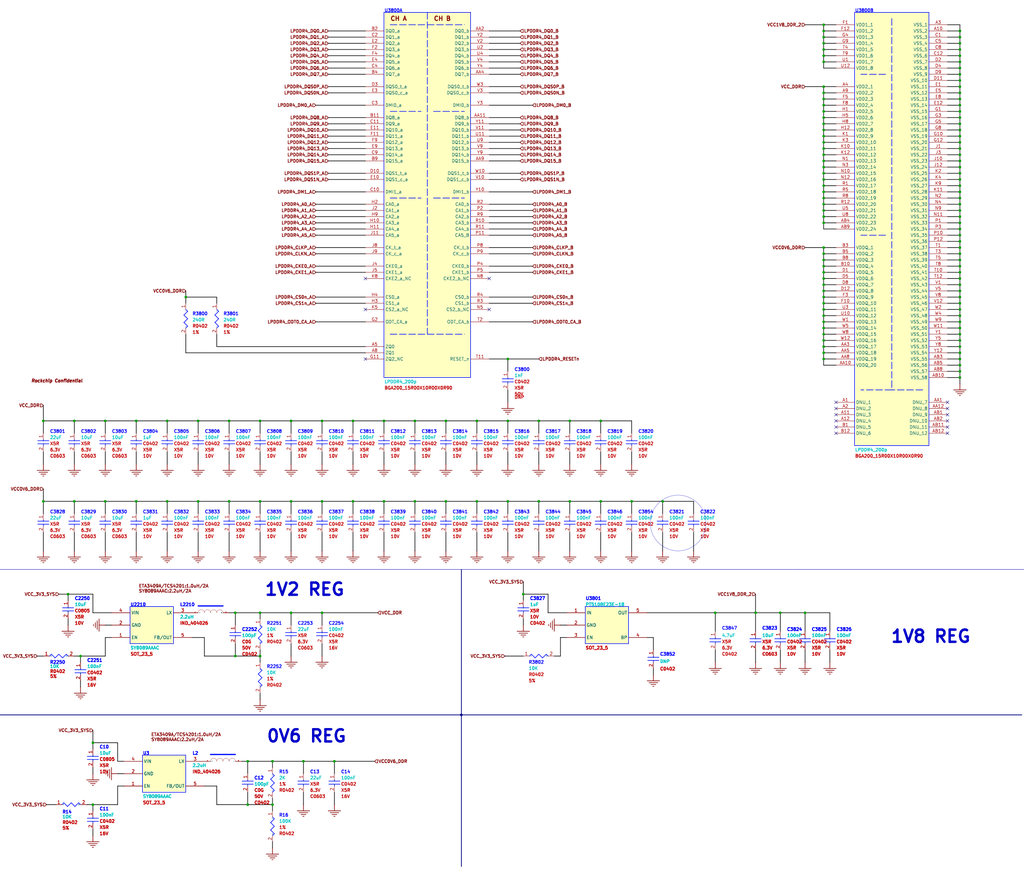
<source format=kicad_sch>
(kicad_sch (version 20231120) (generator "eeschema") (generator_version "8.0")
  (paper "User" 419.989 357.002)
  (junction (at 393.7 53.34))
  (junction (at 393.7 86.36))
  (junction (at 393.7 152.4))
  (junction (at 124.46 312.42))
  (junction (at 337.82 73.66))
  (junction (at 233.68 205.74))
  (junction (at 393.7 119.38))
  (junction (at 393.7 68.58))
  (junction (at 259.08 205.74))
  (junction (at 393.7 38.1))
  (junction (at 233.68 172.72))
  (junction (at 337.82 43.18))
  (junction (at 337.82 127))
  (junction (at 393.7 144.78))
  (junction (at 320.04 251.46))
  (junction (at 337.82 38.1))
  (junction (at 337.82 121.92))
  (junction (at 208.28 147.32))
  (junction (at 106.68 269.24))
  (junction (at 337.82 25.4))
  (junction (at 393.7 40.64))
  (junction (at 393.7 12.7))
  (junction (at 393.7 106.68))
  (junction (at 189.23 293.37))
  (junction (at 393.7 139.7))
  (junction (at 393.7 66.04))
  (junction (at 393.7 17.78))
  (junction (at 393.7 142.24))
  (junction (at 393.7 81.28))
  (junction (at 337.82 76.2))
  (junction (at 33.02 269.24))
  (junction (at 393.7 114.3))
  (junction (at 393.7 58.42))
  (junction (at 337.82 139.7))
  (junction (at 68.58 205.74))
  (junction (at 337.82 71.12))
  (junction (at 157.48 205.74))
  (junction (at 137.16 312.42))
  (junction (at 337.82 83.82))
  (junction (at 393.7 149.86))
  (junction (at 393.7 88.9))
  (junction (at 93.98 205.74))
  (junction (at 393.7 93.98))
  (junction (at 393.7 43.18))
  (junction (at 17.78 205.74))
  (junction (at 106.68 251.46))
  (junction (at 393.7 73.66))
  (junction (at 337.82 50.8))
  (junction (at 220.98 172.72))
  (junction (at 96.52 269.24))
  (junction (at 132.08 172.72))
  (junction (at 38.1 330.2))
  (junction (at 393.7 101.6))
  (junction (at 393.7 91.44))
  (junction (at 337.82 106.68))
  (junction (at 208.28 205.74))
  (junction (at 119.38 205.74))
  (junction (at 393.7 15.24))
  (junction (at 393.7 121.92))
  (junction (at 393.7 127))
  (junction (at 132.08 251.46))
  (junction (at 337.82 78.74))
  (junction (at 101.6 312.42))
  (junction (at 393.7 35.56))
  (junction (at 393.7 33.02))
  (junction (at 246.38 205.74))
  (junction (at 68.58 172.72))
  (junction (at 337.82 144.78))
  (junction (at 337.82 134.62))
  (junction (at 337.82 15.24))
  (junction (at 93.98 172.72))
  (junction (at 337.82 55.88))
  (junction (at 337.82 81.28))
  (junction (at 337.82 88.9))
  (junction (at 337.82 22.86))
  (junction (at 337.82 68.58))
  (junction (at 393.7 99.06))
  (junction (at 337.82 17.78))
  (junction (at 393.7 55.88))
  (junction (at 214.63 243.84))
  (junction (at 337.82 116.84))
  (junction (at 337.82 40.64))
  (junction (at 337.82 111.76))
  (junction (at 81.28 205.74))
  (junction (at 55.88 172.72))
  (junction (at 393.7 25.4))
  (junction (at 106.68 172.72))
  (junction (at 393.7 48.26))
  (junction (at 132.08 205.74))
  (junction (at 246.38 172.72))
  (junction (at 393.7 109.22))
  (junction (at 337.82 109.22))
  (junction (at 182.88 172.72))
  (junction (at 43.18 205.74))
  (junction (at 393.7 50.8))
  (junction (at 393.7 129.54))
  (junction (at 393.7 76.2))
  (junction (at 337.82 124.46))
  (junction (at 144.78 172.72))
  (junction (at 393.7 83.82))
  (junction (at 393.7 132.08))
  (junction (at 393.7 78.74))
  (junction (at 208.28 172.72))
  (junction (at 393.7 20.32))
  (junction (at 393.7 22.86))
  (junction (at 43.18 172.72))
  (junction (at 195.58 205.74))
  (junction (at 17.78 172.72))
  (junction (at 157.48 172.72))
  (junction (at 76.2 121.92))
  (junction (at 170.18 205.74))
  (junction (at 337.82 137.16))
  (junction (at 337.82 45.72))
  (junction (at 309.88 251.46))
  (junction (at 111.76 330.2))
  (junction (at 220.98 205.74))
  (junction (at 393.7 71.12))
  (junction (at 393.7 60.96))
  (junction (at 393.7 134.62))
  (junction (at 111.76 312.42))
  (junction (at 337.82 10.16))
  (junction (at 30.48 172.72))
  (junction (at 195.58 172.72))
  (junction (at 330.2 251.46))
  (junction (at 337.82 63.5))
  (junction (at 119.38 172.72))
  (junction (at 337.82 147.32))
  (junction (at 337.82 142.24))
  (junction (at 337.82 35.56))
  (junction (at 337.82 58.42))
  (junction (at 393.7 124.46))
  (junction (at 337.82 132.08))
  (junction (at 55.88 205.74))
  (junction (at 393.7 137.16))
  (junction (at 337.82 53.34))
  (junction (at 393.7 27.94))
  (junction (at 182.88 205.74))
  (junction (at 144.78 205.74))
  (junction (at 337.82 129.54))
  (junction (at 337.82 119.38))
  (junction (at 81.28 172.72))
  (junction (at 106.68 205.74))
  (junction (at 38.1 304.8))
  (junction (at 337.82 20.32))
  (junction (at 337.82 48.26))
  (junction (at 101.6 330.2))
  (junction (at 393.7 63.5))
  (junction (at 337.82 86.36))
  (junction (at 337.82 12.7))
  (junction (at 271.78 205.74))
  (junction (at 393.7 116.84))
  (junction (at 337.82 91.44))
  (junction (at 337.82 60.96))
  (junction (at 393.7 30.48))
  (junction (at 337.82 101.6))
  (junction (at 393.7 96.52))
  (junction (at 337.82 66.04))
  (junction (at 393.7 45.72))
  (junction (at 119.38 251.46))
  (junction (at 393.7 147.32))
  (junction (at 337.82 114.3))
  (junction (at 30.48 205.74))
  (junction (at 27.94 243.84))
  (junction (at 393.7 111.76))
  (junction (at 170.18 172.72))
  (junction (at 393.7 154.94))
  (junction (at 293.37 251.46))
  (junction (at 96.52 251.46))
  (junction (at 393.7 104.14))
  (junction (at 337.82 104.14))
  (no_connect (at 388.62 170.18))
  (no_connect (at 200.66 114.3))
  (no_connect (at 149.86 127))
  (no_connect (at 388.62 175.26))
  (no_connect (at 342.9 165.1))
  (no_connect (at 200.66 127))
  (no_connect (at 342.9 177.8))
  (no_connect (at 342.9 170.18))
  (no_connect (at 388.62 165.1))
  (no_connect (at 388.62 172.72))
  (no_connect (at 342.9 167.64))
  (no_connect (at 149.86 114.3))
  (no_connect (at 388.62 167.64))
  (no_connect (at 149.86 147.32))
  (no_connect (at 388.62 177.8))
  (no_connect (at 342.9 175.26))
  (no_connect (at 342.9 172.72))
  (wire (pts (xy 393.7 60.96) (xy 388.62 60.96)) (stroke (width 0.25) (color 0 0 0 1)))
  (wire (pts (xy 213.36 55.88) (xy 200.66 55.88)) (stroke (width 0.25) (color 0 0 0 1)))
  (wire (pts (xy 233.68 190.5) (xy 233.68 185.42)) (stroke (width 0.25) (color 0 0 0 1)))
  (wire (pts (xy 232.41 251.46) (xy 224.79 251.46)) (stroke (width 0.25) (color 0 0 0 1)))
  (wire (pts (xy 271.78 205.74) (xy 271.78 210.82)) (stroke (width 0.25) (color 0 0 0 1)))
  (wire (pts (xy 213.36 73.66) (xy 200.66 73.66)) (stroke (width 0.25) (color 0 0 0 1)))
  (wire (pts (xy 76.2 144.78) (xy 76.2 137.16)) (stroke (width 0.25) (color 0 0 0 1)))
  (wire (pts (xy 393.7 83.82) (xy 393.7 81.28)) (stroke (width 0.25) (color 0 0 0 1)))
  (wire (pts (xy 246.38 205.74) (xy 259.08 205.74)) (stroke (width 0.25) (color 0 0 0 1)))
  (wire (pts (xy 33.02 281.94) (xy 33.02 279.4)) (stroke (width 0.25) (color 0 0 0 1)))
  (wire (pts (xy 129.54 101.6) (xy 149.86 101.6)) (stroke (width 0.25) (color 0 0 0 1)))
  (wire (pts (xy 224.79 243.84) (xy 214.63 243.84)) (stroke (width 0.25) (color 0 0 0 1)))
  (wire (pts (xy 393.7 129.54) (xy 393.7 127)) (stroke (width 0.25) (color 0 0 0 1)))
  (wire (pts (xy 284.48 226.06) (xy 284.48 218.44)) (stroke (width 0.25) (color 0 0 0 1)))
  (wire (pts (xy 149.86 25.4) (xy 134.62 25.4)) (stroke (width 0.25) (color 0 0 0 1)))
  (wire (pts (xy 342.9 88.9) (xy 337.82 88.9)) (stroke (width 0.25) (color 0 0 0 1)))
  (wire (pts (xy 170.18 177.8) (xy 170.18 172.72)) (stroke (width 0.25) (color 0 0 0 1)))
  (wire (pts (xy 342.9 43.18) (xy 337.82 43.18)) (stroke (width 0.25) (color 0 0 0 1)))
  (wire (pts (xy 149.86 15.24) (xy 134.62 15.24)) (stroke (width 0.25) (color 0 0 0 1)))
  (polyline (pts (xy 327.66 233.68) (xy 327.66 233.68)))
  (wire (pts (xy 68.58 226.06) (xy 68.58 218.44)) (stroke (width 0.25) (color 0 0 0 1)))
  (wire (pts (xy 259.08 172.72) (xy 246.38 172.72)) (stroke (width 0.25) (color 0 0 0 1)))
  (wire (pts (xy 337.82 66.04) (xy 337.82 63.5)) (stroke (width 0.25) (color 0 0 0 1)))
  (wire (pts (xy 93.98 205.74) (xy 81.28 205.74)) (stroke (width 0.25) (color 0 0 0 1)))
  (wire (pts (xy 388.62 154.94) (xy 393.7 154.94)) (stroke (width 0.25) (color 0 0 0 1)))
  (bus (pts (xy 189.23 293.37) (xy 189.23 355.6)))
  (wire (pts (xy 393.7 73.66) (xy 388.62 73.66)) (stroke (width 0.25) (color 0 0 0 1)))
  (wire (pts (xy 48.26 330.2) (xy 48.26 322.58)) (stroke (width 0.25) (color 0 0 0 1)))
  (wire (pts (xy 38.1 330.2) (xy 48.26 330.2)) (stroke (width 0.25) (color 0 0 0 1)))
  (wire (pts (xy 393.7 43.18) (xy 388.62 43.18)) (stroke (width 0.25) (color 0 0 0 1)))
  (wire (pts (xy 393.7 76.2) (xy 388.62 76.2)) (stroke (width 0.25) (color 0 0 0 1)))
  (wire (pts (xy 342.9 81.28) (xy 337.82 81.28)) (stroke (width 0.25) (color 0 0 0 1)))
  (wire (pts (xy 393.7 99.06) (xy 393.7 96.52)) (stroke (width 0.25) (color 0 0 0 1)))
  (wire (pts (xy 337.82 68.58) (xy 337.82 66.04)) (stroke (width 0.25) (color 0 0 0 1)))
  (wire (pts (xy 129.54 124.46) (xy 149.86 124.46)) (stroke (width 0.25) (color 0 0 0 1)))
  (wire (pts (xy 129.54 88.9) (xy 149.86 88.9)) (stroke (width 0.25) (color 0 0 0 1)))
  (wire (pts (xy 30.48 190.5) (xy 30.48 185.42)) (stroke (width 0.25) (color 0 0 0 1)))
  (wire (pts (xy 259.08 210.82) (xy 259.08 205.74)) (stroke (width 0.25) (color 0 0 0 1)))
  (wire (pts (xy 43.18 190.5) (xy 43.18 185.42)) (stroke (width 0.25) (color 0 0 0 1)))
  (wire (pts (xy 337.82 83.82) (xy 337.82 81.28)) (stroke (width 0.25) (color 0 0 0 1)))
  (wire (pts (xy 393.7 55.88) (xy 393.7 58.42)) (stroke (width 0.25) (color 0 0 0 1)))
  (wire (pts (xy 337.82 12.7) (xy 337.82 10.16)) (stroke (width 0.25) (color 0 0 0 1)))
  (wire (pts (xy 388.62 114.3) (xy 393.7 114.3)) (stroke (width 0.25) (color 0 0 0 1)))
  (wire (pts (xy 33.02 269.24) (xy 43.18 269.24)) (stroke (width 0.25) (color 0 0 0 1)))
  (wire (pts (xy 30.48 226.06) (xy 30.48 218.44)) (stroke (width 0.25) (color 0 0 0 1)))
  (wire (pts (xy 106.68 271.78) (xy 106.68 269.24)) (stroke (width 0.25) (color 0 0 0 1)))
  (wire (pts (xy 38.1 342.9) (xy 38.1 340.36)) (stroke (width 0.25) (color 0 0 0 1)))
  (wire (pts (xy 43.18 226.06) (xy 43.18 218.44)) (stroke (width 0.25) (color 0 0 0 1)))
  (wire (pts (xy 393.7 106.68) (xy 388.62 106.68)) (stroke (width 0.25) (color 0 0 0 1)))
  (wire (pts (xy 157.48 226.06) (xy 157.48 218.44)) (stroke (width 0.25) (color 0 0 0 1)))
  (wire (pts (xy 149.86 71.12) (xy 134.62 71.12)) (stroke (width 0.25) (color 0 0 0 1)))
  (wire (pts (xy 340.36 259.08) (xy 340.36 251.46)) (stroke (width 0.25) (color 0 0 0 1)))
  (wire (pts (xy 337.82 20.32) (xy 337.82 17.78)) (stroke (width 0.25) (color 0 0 0 1)))
  (wire (pts (xy 388.62 83.82) (xy 393.7 83.82)) (stroke (width 0.25) (color 0 0 0 1)))
  (wire (pts (xy 124.46 317.5) (xy 124.46 312.42)) (stroke (width 0.25) (color 0 0 0 1)))
  (wire (pts (xy 337.82 127) (xy 337.82 124.46)) (stroke (width 0.25) (color 0 0 0 1)))
  (wire (pts (xy 195.58 205.74) (xy 182.88 205.74)) (stroke (width 0.25) (color 0 0 0 1)))
  (wire (pts (xy 342.9 71.12) (xy 337.82 71.12)) (stroke (width 0.25) (color 0 0 0 1)))
  (wire (pts (xy 337.82 137.16) (xy 337.82 134.62)) (stroke (width 0.25) (color 0 0 0 1)))
  (wire (pts (xy 81.28 210.82) (xy 81.28 205.74)) (stroke (width 0.25) (color 0 0 0 1)))
  (wire (pts (xy 124.46 312.42) (xy 137.16 312.42)) (stroke (width 0.25) (color 0 0 0 1)))
  (wire (pts (xy 393.7 137.16) (xy 393.7 139.7)) (stroke (width 0.25) (color 0 0 0 1)))
  (wire (pts (xy 393.7 152.4) (xy 388.62 152.4)) (stroke (width 0.25) (color 0 0 0 1)))
  (wire (pts (xy 35.56 330.2) (xy 38.1 330.2)) (stroke (width 0.25) (color 0 0 0 1)))
  (wire (pts (xy 132.08 172.72) (xy 119.38 172.72)) (stroke (width 0.25) (color 0 0 0 1)))
  (wire (pts (xy 393.7 109.22) (xy 393.7 111.76)) (stroke (width 0.25) (color 0 0 0 1)))
  (wire (pts (xy 393.7 20.32) (xy 393.7 22.86)) (stroke (width 0.25) (color 0 0 0 1)))
  (wire (pts (xy 342.9 137.16) (xy 337.82 137.16)) (stroke (width 0.25) (color 0 0 0 1)))
  (wire (pts (xy 267.97 266.7) (xy 267.97 261.62)) (stroke (width 0.25) (color 0 0 0 1)))
  (wire (pts (xy 342.9 27.94) (xy 337.82 27.94)) (stroke (width 0.25) (color 0 0 0 1)))
  (wire (pts (xy 309.88 251.46) (xy 320.04 251.46)) (stroke (width 0.25) (color 0 0 0 1)))
  (wire (pts (xy 93.98 190.5) (xy 93.98 185.42)) (stroke (width 0.25) (color 0 0 0 1)))
  (wire (pts (xy 33.02 271.78) (xy 33.02 269.24)) (stroke (width 0.25) (color 0 0 0 1)))
  (wire (pts (xy 267.97 261.62) (xy 265.43 261.62)) (stroke (width 0.25) (color 0 0 0 1)))
  (wire (pts (xy 393.7 124.46) (xy 393.7 121.92)) (stroke (width 0.25) (color 0 0 0 1)))
  (wire (pts (xy 293.37 259.08) (xy 293.37 251.46)) (stroke (width 0.25) (color 0 0 0 1)))
  (wire (pts (xy 388.62 124.46) (xy 393.7 124.46)) (stroke (width 0.25) (color 0 0 0 1)))
  (wire (pts (xy 149.86 60.96) (xy 134.62 60.96)) (stroke (width 0.25) (color 0 0 0 1)))
  (wire (pts (xy 342.9 15.24) (xy 337.82 15.24)) (stroke (width 0.25) (color 0 0 0 1)))
  (wire (pts (xy 393.7 119.38) (xy 388.62 119.38)) (stroke (width 0.25) (color 0 0 0 1)))
  (wire (pts (xy 393.7 35.56) (xy 393.7 38.1)) (stroke (width 0.25) (color 0 0 0 1)))
  (wire (pts (xy 233.68 205.74) (xy 220.98 205.74)) (stroke (width 0.25) (color 0 0 0 1)))
  (wire (pts (xy 24.13 243.84) (xy 27.94 243.84)) (stroke (width 0.25) (color 0 0 0 1)))
  (wire (pts (xy 129.54 104.14) (xy 149.86 104.14)) (stroke (width 0.25) (color 0 0 0 1)))
  (wire (pts (xy 119.38 256.54) (xy 119.38 251.46)) (stroke (width 0.25) (color 0 0 0 1)))
  (wire (pts (xy 38.1 251.46) (xy 38.1 243.84)) (stroke (width 0.25) (color 0 0 0 1)))
  (wire (pts (xy 337.82 142.24) (xy 337.82 139.7)) (stroke (width 0.25) (color 0 0 0 1)))
  (wire (pts (xy 55.88 172.72) (xy 68.58 172.72)) (stroke (width 0.25) (color 0 0 0 1)))
  (wire (pts (xy 337.82 91.44) (xy 337.82 88.9)) (stroke (width 0.25) (color 0 0 0 1)))
  (wire (pts (xy 246.38 190.5) (xy 246.38 185.42)) (stroke (width 0.25) (color 0 0 0 1)))
  (wire (pts (xy 144.78 226.06) (xy 144.78 218.44)) (stroke (width 0.25) (color 0 0 0 1)))
  (wire (pts (xy 144.78 177.8) (xy 144.78 172.72)) (stroke (width 0.25) (color 0 0 0 1)))
  (wire (pts (xy 119.38 226.06) (xy 119.38 218.44)) (stroke (width 0.25) (color 0 0 0 1)))
  (wire (pts (xy 337.82 104.14) (xy 337.82 101.6)) (stroke (width 0.25) (color 0 0 0 1)))
  (wire (pts (xy 337.82 63.5) (xy 337.82 60.96)) (stroke (width 0.25) (color 0 0 0 1)))
  (wire (pts (xy 388.62 88.9) (xy 393.7 88.9)) (stroke (width 0.25) (color 0 0 0 1)))
  (wire (pts (xy 218.44 91.44) (xy 200.66 91.44)) (stroke (width 0.25) (color 0 0 0 1)))
  (wire (pts (xy 393.7 132.08) (xy 393.7 134.62)) (stroke (width 0.25) (color 0 0 0 1)))
  (wire (pts (xy 157.48 205.74) (xy 144.78 205.74)) (stroke (width 0.25) (color 0 0 0 1)))
  (wire (pts (xy 149.86 27.94) (xy 134.62 27.94)) (stroke (width 0.25) (color 0 0 0 1)))
  (wire (pts (xy 337.82 71.12) (xy 337.82 68.58)) (stroke (width 0.25) (color 0 0 0 1)))
  (wire (pts (xy 129.54 93.98) (xy 149.86 93.98)) (stroke (width 0.25) (color 0 0 0 1)))
  (wire (pts (xy 337.82 78.74) (xy 337.82 76.2)) (stroke (width 0.25) (color 0 0 0 1)))
  (wire (pts (xy 229.87 261.62) (xy 229.87 269.24)) (stroke (width 0.25) (color 0 0 0 1)))
  (wire (pts (xy 337.82 25.4) (xy 337.82 22.86)) (stroke (width 0.25) (color 0 0 0 1)))
  (wire (pts (xy 320.04 251.46) (xy 320.04 259.08)) (stroke (width 0.25) (color 0 0 0 1)))
  (wire (pts (xy 119.38 190.5) (xy 119.38 185.42)) (stroke (width 0.25) (color 0 0 0 1)))
  (wire (pts (xy 388.62 137.16) (xy 393.7 137.16)) (stroke (width 0.25) (color 0 0 0 1)))
  (wire (pts (xy 218.44 83.82) (xy 200.66 83.82)) (stroke (width 0.25) (color 0 0 0 1)))
  (wire (pts (xy 342.9 76.2) (xy 337.82 76.2)) (stroke (width 0.25) (color 0 0 0 1)))
  (wire (pts (xy 393.7 66.04) (xy 393.7 63.5)) (stroke (width 0.25) (color 0 0 0 1)))
  (wire (pts (xy 337.82 109.22) (xy 337.82 106.68)) (stroke (width 0.25) (color 0 0 0 1)))
  (wire (pts (xy 393.7 27.94) (xy 388.62 27.94)) (stroke (width 0.25) (color 0 0 0 1)))
  (wire (pts (xy 55.88 226.06) (xy 55.88 218.44)) (stroke (width 0.25) (color 0 0 0 1)))
  (wire (pts (xy 119.38 269.24) (xy 119.38 264.16)) (stroke (width 0.25) (color 0 0 0 1)))
  (wire (pts (xy 337.82 124.46) (xy 337.82 121.92)) (stroke (width 0.25) (color 0 0 0 1)))
  (wire (pts (xy 342.9 20.32) (xy 337.82 20.32)) (stroke (width 0.25) (color 0 0 0 1)))
  (wire (pts (xy 340.36 271.78) (xy 340.36 266.7)) (stroke (width 0.25) (color 0 0 0 1)))
  (wire (pts (xy 111.76 330.2) (xy 101.6 330.2)) (stroke (width 0.25) (color 0 0 0 1)))
  (wire (pts (xy 106.68 210.82) (xy 106.68 205.74)) (stroke (width 0.25) (color 0 0 0 1)))
  (wire (pts (xy 388.62 25.4) (xy 393.7 25.4)) (stroke (width 0.25) (color 0 0 0 1)))
  (wire (pts (xy 337.82 38.1) (xy 337.82 35.56)) (stroke (width 0.25) (color 0 0 0 1)))
  (wire (pts (xy 129.54 111.76) (xy 149.86 111.76)) (stroke (width 0.25) (color 0 0 0 1)))
  (wire (pts (xy 218.44 109.22) (xy 200.66 109.22)) (stroke (width 0.25) (color 0 0 0 1)))
  (wire (pts (xy 154.94 251.46) (xy 132.08 251.46)) (stroke (width 0.25) (color 0 0 0 1)))
  (wire (pts (xy 337.82 50.8) (xy 337.82 48.26)) (stroke (width 0.25) (color 0 0 0 1)))
  (wire (pts (xy 393.7 60.96) (xy 393.7 58.42)) (stroke (width 0.25) (color 0 0 0 1)))
  (polyline (pts (xy 189.23 233.68) (xy 327.66 233.68)))
  (wire (pts (xy 220.98 172.72) (xy 208.28 172.72)) (stroke (width 0.25) (color 0 0 0 1)))
  (wire (pts (xy 17.78 205.74) (xy 17.78 200.66)) (stroke (width 0.25) (color 0 0 0 1)))
  (wire (pts (xy 393.7 154.94) (xy 393.7 152.4)) (stroke (width 0.25) (color 0 0 0 1)))
  (wire (pts (xy 213.36 60.96) (xy 200.66 60.96)) (stroke (width 0.25) (color 0 0 0 1)))
  (wire (pts (xy 388.62 45.72) (xy 393.7 45.72)) (stroke (width 0.25) (color 0 0 0 1)))
  (wire (pts (xy 38.1 317.5) (xy 38.1 314.96)) (stroke (width 0.25) (color 0 0 0 1)))
  (wire (pts (xy 233.68 177.8) (xy 233.68 172.72)) (stroke (width 0.25) (color 0 0 0 1)))
  (wire (pts (xy 83.82 269.24) (xy 83.82 261.62)) (stroke (width 0.25) (color 0 0 0 1)))
  (wire (pts (xy 309.88 259.08) (xy 309.88 251.46)) (stroke (width 0.25) (color 0 0 0 1)))
  (wire (pts (xy 17.78 190.5) (xy 17.78 185.42)) (stroke (width 0.25) (color 0 0 0 1)))
  (wire (pts (xy 208.28 152.4) (xy 208.28 147.32)) (stroke (width 0.25) (color 0 0 0 1)))
  (wire (pts (xy 106.68 269.24) (xy 96.52 269.24)) (stroke (width 0.25) (color 0 0 0 1)))
  (wire (pts (xy 218.44 121.92) (xy 200.66 121.92)) (stroke (width 0.25) (color 0 0 0 1)))
  (wire (pts (xy 170.18 205.74) (xy 157.48 205.74)) (stroke (width 0.25) (color 0 0 0 1)))
  (wire (pts (xy 124.46 330.2) (xy 124.46 325.12)) (stroke (width 0.25) (color 0 0 0 1)))
  (wire (pts (xy 337.82 45.72) (xy 337.82 43.18)) (stroke (width 0.25) (color 0 0 0 1)))
  (wire (pts (xy 93.98 172.72) (xy 81.28 172.72)) (stroke (width 0.25) (color 0 0 0 1)))
  (wire (pts (xy 232.41 256.54) (xy 229.87 256.54)) (stroke (width 0.25) (color 0 0 0 1)))
  (wire (pts (xy 218.44 86.36) (xy 200.66 86.36)) (stroke (width 0.25) (color 0 0 0 1)))
  (wire (pts (xy 129.54 109.22) (xy 149.86 109.22)) (stroke (width 0.25) (color 0 0 0 1)))
  (wire (pts (xy 393.7 25.4) (xy 393.7 22.86)) (stroke (width 0.25) (color 0 0 0 1)))
  (wire (pts (xy 342.9 109.22) (xy 337.82 109.22)) (stroke (width 0.25) (color 0 0 0 1)))
  (wire (pts (xy 55.88 177.8) (xy 55.88 172.72)) (stroke (width 0.25) (color 0 0 0 1)))
  (wire (pts (xy 30.48 172.72) (xy 17.78 172.72)) (stroke (width 0.25) (color 0 0 0 1)))
  (wire (pts (xy 342.9 104.14) (xy 337.82 104.14)) (stroke (width 0.25) (color 0 0 0 1)))
  (wire (pts (xy 393.7 45.72) (xy 393.7 43.18)) (stroke (width 0.25) (color 0 0 0 1)))
  (wire (pts (xy 213.36 71.12) (xy 200.66 71.12)) (stroke (width 0.25) (color 0 0 0 1)))
  (wire (pts (xy 111.76 347.98) (xy 111.76 345.44)) (stroke (width 0.25) (color 0 0 0 1)))
  (wire (pts (xy 208.28 205.74) (xy 195.58 205.74)) (stroke (width 0.25) (color 0 0 0 1)))
  (wire (pts (xy 220.98 177.8) (xy 220.98 172.72)) (stroke (width 0.25) (color 0 0 0 1)))
  (wire (pts (xy 27.94 256.54) (xy 27.94 254)) (stroke (width 0.25) (color 0 0 0 1)))
  (wire (pts (xy 149.86 58.42) (xy 134.62 58.42)) (stroke (width 0.25) (color 0 0 0 1)))
  (wire (pts (xy 27.94 246.38) (xy 27.94 243.84)) (stroke (width 0.25) (color 0 0 0 1)))
  (wire (pts (xy 342.9 124.46) (xy 337.82 124.46)) (stroke (width 0.25) (color 0 0 0 1)))
  (wire (pts (xy 393.7 48.26) (xy 388.62 48.26)) (stroke (width 0.25) (color 0 0 0 1)))
  (wire (pts (xy 129.54 96.52) (xy 149.86 96.52)) (stroke (width 0.25) (color 0 0 0 1)))
  (wire (pts (xy 393.7 152.4) (xy 393.7 149.86)) (stroke (width 0.25) (color 0 0 0 1)))
  (wire (pts (xy 388.62 71.12) (xy 393.7 71.12)) (stroke (width 0.25) (color 0 0 0 1)))
  (wire (pts (xy 393.7 71.12) (xy 393.7 73.66)) (stroke (width 0.25) (color 0 0 0 1)))
  (wire (pts (xy 129.54 43.18) (xy 149.86 43.18)) (stroke (width 0.25) (color 0 0 0 1)))
  (wire (pts (xy 208.28 226.06) (xy 208.28 218.44)) (stroke (width 0.25) (color 0 0 0 1)))
  (wire (pts (xy 182.88 205.74) (xy 170.18 205.74)) (stroke (width 0.25) (color 0 0 0 1)))
  (wire (pts (xy 218.44 124.46) (xy 200.66 124.46)) (stroke (width 0.25) (color 0 0 0 1)))
  (wire (pts (xy 213.36 20.32) (xy 200.66 20.32)) (stroke (width 0.25) (color 0 0 0 1)))
  (wire (pts (xy 106.68 205.74) (xy 93.98 205.74)) (stroke (width 0.25) (color 0 0 0 1)))
  (wire (pts (xy 88.9 124.46) (xy 88.9 121.92)) (stroke (width 0.25) (color 0 0 0 1)))
  (wire (pts (xy 246.38 210.82) (xy 246.38 205.74)) (stroke (width 0.25) (color 0 0 0 1)))
  (wire (pts (xy 388.62 30.48) (xy 393.7 30.48)) (stroke (width 0.25) (color 0 0 0 1)))
  (wire (pts (xy 388.62 55.88) (xy 393.7 55.88)) (stroke (width 0.25) (color 0 0 0 1)))
  (wire (pts (xy 393.7 83.82) (xy 393.7 86.36)) (stroke (width 0.25) (color 0 0 0 1)))
  (wire (pts (xy 232.41 261.62) (xy 229.87 261.62)) (stroke (width 0.25) (color 0 0 0 1)))
  (wire (pts (xy 149.86 144.78) (xy 76.2 144.78)) (stroke (width 0.25) (color 0 0 0 1)))
  (wire (pts (xy 342.9 149.86) (xy 337.82 149.86)) (stroke (width 0.25) (color 0 0 0 1)))
  (wire (pts (xy 43.18 269.24) (xy 43.18 261.62)) (stroke (width 0.25) (color 0 0 0 1)))
  (wire (pts (xy 68.58 205.74) (xy 55.88 205.74)) (stroke (width 0.25) (color 0 0 0 1)))
  (wire (pts (xy 22.86 330.2) (xy 19.05 330.2)) (stroke (width 0.25) (color 0 0 0 1)))
  (wire (pts (xy 337.82 119.38) (xy 337.82 116.84)) (stroke (width 0.25) (color 0 0 0 1)))
  (wire (pts (xy 388.62 12.7) (xy 393.7 12.7)) (stroke (width 0.25) (color 0 0 0 1)))
  (wire (pts (xy 393.7 58.42) (xy 388.62 58.42)) (stroke (width 0.25) (color 0 0 0 1)))
  (wire (pts (xy 393.7 88.9) (xy 393.7 91.44)) (stroke (width 0.25) (color 0 0 0 1)))
  (wire (pts (xy 337.82 22.86) (xy 342.9 22.86)) (stroke (width 0.25) (color 0 0 0 1)))
  (wire (pts (xy 43.18 210.82) (xy 43.18 205.74)) (stroke (width 0.25) (color 0 0 0 1)))
  (wire (pts (xy 265.43 251.46) (xy 293.37 251.46)) (stroke (width 0.25) (color 0 0 0 1)))
  (wire (pts (xy 393.7 127) (xy 388.62 127)) (stroke (width 0.25) (color 0 0 0 1)))
  (wire (pts (xy 393.7 22.86) (xy 388.62 22.86)) (stroke (width 0.25) (color 0 0 0 1)))
  (wire (pts (xy 76.2 124.46) (xy 76.2 121.92)) (stroke (width 0.25) (color 0 0 0 1)))
  (wire (pts (xy 393.7 30.48) (xy 393.7 33.02)) (stroke (width 0.25) (color 0 0 0 1)))
  (wire (pts (xy 149.86 22.86) (xy 134.62 22.86)) (stroke (width 0.25) (color 0 0 0 1)))
  (wire (pts (xy 393.7 38.1) (xy 388.62 38.1)) (stroke (width 0.25) (color 0 0 0 1)))
  (wire (pts (xy 337.82 55.88) (xy 337.82 53.34)) (stroke (width 0.25) (color 0 0 0 1)))
  (wire (pts (xy 388.62 35.56) (xy 393.7 35.56)) (stroke (width 0.25) (color 0 0 0 1)))
  (wire (pts (xy 214.63 243.84) (xy 214.63 246.38)) (stroke (width 0.25) (color 0 0 0 1)))
  (wire (pts (xy 342.9 114.3) (xy 337.82 114.3)) (stroke (width 0.25) (color 0 0 0 1)))
  (wire (pts (xy 88.9 121.92) (xy 76.2 121.92)) (stroke (width 0.25) (color 0 0 0 1)))
  (wire (pts (xy 214.63 243.84) (xy 214.63 238.76)) (stroke (width 0.25) (color 0 0 0 1)))
  (wire (pts (xy 388.62 109.22) (xy 393.7 109.22)) (stroke (width 0.25) (color 0 0 0 1)))
  (wire (pts (xy 214.63 256.54) (xy 214.63 254)) (stroke (width 0.25) (color 0 0 0 1)))
  (wire (pts (xy 48.26 312.42) (xy 48.26 304.8)) (stroke (width 0.25) (color 0 0 0 1)))
  (wire (pts (xy 43.18 261.62) (xy 45.72 261.62)) (stroke (width 0.25) (color 0 0 0 1)))
  (wire (pts (xy 342.9 25.4) (xy 337.82 25.4)) (stroke (width 0.25) (color 0 0 0 1)))
  (wire (pts (xy 337.82 83.82) (xy 342.9 83.82)) (stroke (width 0.25) (color 0 0 0 1)))
  (wire (pts (xy 182.88 226.06) (xy 182.88 218.44)) (stroke (width 0.25) (color 0 0 0 1)))
  (wire (pts (xy 388.62 66.04) (xy 393.7 66.04)) (stroke (width 0.25) (color 0 0 0 1)))
  (wire (pts (xy 119.38 172.72) (xy 106.68 172.72)) (stroke (width 0.25) (color 0 0 0 1)))
  (wire (pts (xy 88.9 142.24) (xy 88.9 137.16)) (stroke (width 0.25) (color 0 0 0 1)))
  (wire (pts (xy 213.36 17.78) (xy 200.66 17.78)) (stroke (width 0.25) (color 0 0 0 1)))
  (wire (pts (xy 213.36 53.34) (xy 200.66 53.34)) (stroke (width 0.25) (color 0 0 0 1)))
  (wire (pts (xy 195.58 210.82) (xy 195.58 205.74)) (stroke (width 0.25) (color 0 0 0 1)))
  (wire (pts (xy 220.98 210.82) (xy 220.98 205.74)) (stroke (width 0.25) (color 0 0 0 1)))
  (wire (pts (xy 182.88 177.8) (xy 182.88 172.72)) (stroke (width 0.25) (color 0 0 0 1)))
  (wire (pts (xy 119.38 251.46) (xy 132.08 251.46)) (stroke (width 0.25) (color 0 0 0 1)))
  (wire (pts (xy 337.82 53.34) (xy 337.82 50.8)) (stroke (width 0.25) (color 0 0 0 1)))
  (wire (pts (xy 393.7 45.72) (xy 393.7 48.26)) (stroke (width 0.25) (color 0 0 0 1)))
  (wire (pts (xy 393.7 12.7) (xy 393.7 10.16)) (stroke (width 0.25) (color 0 0 0 1)))
  (wire (pts (xy 93.98 205.74) (xy 93.98 210.82)) (stroke (width 0.25) (color 0 0 0 1)))
  (wire (pts (xy 218.44 96.52) (xy 200.66 96.52)) (stroke (width 0.25) (color 0 0 0 1)))
  (wire (pts (xy 182.88 190.5) (xy 182.88 185.42)) (stroke (width 0.25) (color 0 0 0 1)))
  (wire (pts (xy 393.7 33.02) (xy 388.62 33.02)) (stroke (width 0.25) (color 0 0 0 1)))
  (wire (pts (xy 309.88 251.46) (xy 293.37 251.46)) (stroke (width 0.25) (color 0 0 0 1)))
  (wire (pts (xy 393.7 121.92) (xy 388.62 121.92)) (stroke (width 0.25) (color 0 0 0 1)))
  (wire (pts (xy 393.7 88.9) (xy 393.7 86.36)) (stroke (width 0.25) (color 0 0 0 1)))
  (wire (pts (xy 393.7 35.56) (xy 393.7 33.02)) (stroke (width 0.25) (color 0 0 0 1)))
  (wire (pts (xy 393.7 96.52) (xy 388.62 96.52)) (stroke (width 0.25) (color 0 0 0 1)))
  (wire (pts (xy 96.52 264.16) (xy 96.52 269.24)) (stroke (width 0.25) (color 0 0 0 1)))
  (wire (pts (xy 43.18 177.8) (xy 43.18 172.72)) (stroke (width 0.25) (color 0 0 0 1)))
  (wire (pts (xy 208.28 165.1) (xy 208.28 160.02)) (stroke (width 0.25) (color 0 0 0 1)))
  (wire (pts (xy 337.82 129.54) (xy 337.82 127)) (stroke (width 0.25) (color 0 0 0 1)))
  (wire (pts (xy 337.82 147.32) (xy 337.82 144.78)) (stroke (width 0.25) (color 0 0 0 1)))
  (wire (pts (xy 393.7 78.74) (xy 393.7 81.28)) (stroke (width 0.25) (color 0 0 0 1)))
  (wire (pts (xy 96.52 251.46) (xy 106.68 251.46)) (stroke (width 0.25) (color 0 0 0 1)))
  (wire (pts (xy 170.18 226.06) (xy 170.18 218.44)) (stroke (width 0.25) (color 0 0 0 1)))
  (wire (pts (xy 337.82 88.9) (xy 337.82 86.36)) (stroke (width 0.25) (color 0 0 0 1)))
  (wire (pts (xy 220.98 226.06) (xy 220.98 218.44)) (stroke (width 0.25) (color 0 0 0 1)))
  (wire (pts (xy 337.82 101.6) (xy 342.9 101.6)) (stroke (width 0.25) (color 0 0 0 1)))
  (wire (pts (xy 48.26 322.58) (xy 50.8 322.58)) (stroke (width 0.25) (color 0 0 0 1)))
  (wire (pts (xy 393.7 81.28) (xy 388.62 81.28)) (stroke (width 0.25) (color 0 0 0 1)))
  (bus (pts (xy 189.23 293.37) (xy 419.1 293.37)))
  (wire (pts (xy 393.7 15.24) (xy 393.7 17.78)) (stroke (width 0.25) (color 0 0 0 1)))
  (wire (pts (xy 132.08 190.5) (xy 132.08 185.42)) (stroke (width 0.25) (color 0 0 0 1)))
  (wire (pts (xy 246.38 226.06) (xy 246.38 218.44)) (stroke (width 0.25) (color 0 0 0 1)))
  (wire (pts (xy 342.9 127) (xy 337.82 127)) (stroke (width 0.25) (color 0 0 0 1)))
  (wire (pts (xy 132.08 226.06) (xy 132.08 218.44)) (stroke (width 0.25) (color 0 0 0 1)))
  (wire (pts (xy 218.44 78.74) (xy 200.66 78.74)) (stroke (width 0.25) (color 0 0 0 1)))
  (wire (pts (xy 393.7 71.12) (xy 393.7 68.58)) (stroke (width 0.25) (color 0 0 0 1)))
  (wire (pts (xy 393.7 119.38) (xy 393.7 121.92)) (stroke (width 0.25) (color 0 0 0 1)))
  (wire (pts (xy 208.28 210.82) (xy 208.28 205.74)) (stroke (width 0.25) (color 0 0 0 1)))
  (wire (pts (xy 81.28 190.5) (xy 81.28 185.42)) (stroke (width 0.25) (color 0 0 0 1)))
  (wire (pts (xy 342.9 12.7) (xy 337.82 12.7)) (stroke (width 0.25) (color 0 0 0 1)))
  (wire (pts (xy 149.86 53.34) (xy 134.62 53.34)) (stroke (width 0.25) (color 0 0 0 1)))
  (wire (pts (xy 218.44 101.6) (xy 200.66 101.6)) (stroke (width 0.25) (color 0 0 0 1)))
  (wire (pts (xy 43.18 172.72) (xy 30.48 172.72)) (stroke (width 0.25) (color 0 0 0 1)))
  (wire (pts (xy 330.2 101.6) (xy 337.82 101.6)) (stroke (width 0.25) (color 0 0 0 1)))
  (wire (pts (xy 337.82 63.5) (xy 342.9 63.5)) (stroke (width 0.25) (color 0 0 0 1)))
  (wire (pts (xy 17.78 269.24) (xy 15.24 269.24)) (stroke (width 0.25) (color 0 0 0 1)))
  (wire (pts (xy 342.9 144.78) (xy 337.82 144.78)) (stroke (width 0.25) (color 0 0 0 1)))
  (wire (pts (xy 393.7 114.3) (xy 393.7 111.76)) (stroke (width 0.25) (color 0 0 0 1)))
  (wire (pts (xy 388.62 20.32) (xy 393.7 20.32)) (stroke (width 0.25) (color 0 0 0 1)))
  (wire (pts (xy 200.66 147.32) (xy 208.28 147.32)) (stroke (width 0.25) (color 0 0 0 1)))
  (wire (pts (xy 337.82 48.26) (xy 337.82 45.72)) (stroke (width 0.25) (color 0 0 0 1)))
  (wire (pts (xy 55.88 205.74) (xy 43.18 205.74)) (stroke (width 0.25) (color 0 0 0 1)))
  (wire (pts (xy 393.7 93.98) (xy 393.7 96.52)) (stroke (width 0.25) (color 0 0 0 1)))
  (wire (pts (xy 45.72 256.54) (xy 43.18 256.54)) (stroke (width 0.25) (color 0 0 0 1)))
  (wire (pts (xy 106.68 190.5) (xy 106.68 185.42)) (stroke (width 0.25) (color 0 0 0 1)))
  (wire (pts (xy 208.28 147.32) (xy 220.98 147.32)) (stroke (width 0.25) (color 0 0 0 1)))
  (wire (pts (xy 342.9 111.76) (xy 337.82 111.76)) (stroke (width 0.25) (color 0 0 0 1)))
  (wire (pts (xy 342.9 91.44) (xy 337.82 91.44)) (stroke (width 0.25) (color 0 0 0 1)))
  (wire (pts (xy 149.86 63.5) (xy 134.62 63.5)) (stroke (width 0.25) (color 0 0 0 1)))
  (wire (pts (xy 342.9 68.58) (xy 337.82 68.58)) (stroke (width 0.25) (color 0 0 0 1)))
  (wire (pts (xy 393.7 149.86) (xy 393.7 147.32)) (stroke (width 0.25) (color 0 0 0 1)))
  (wire (pts (xy 50.8 317.5) (xy 48.26 317.5)) (stroke (width 0.25) (color 0 0 0 1)))
  (wire (pts (xy 149.86 12.7) (xy 134.62 12.7)) (stroke (width 0.25) (color 0 0 0 1)))
  (wire (pts (xy 388.62 93.98) (xy 393.7 93.98)) (stroke (width 0.25) (color 0 0 0 1)))
  (wire (pts (xy 342.9 86.36) (xy 337.82 86.36)) (stroke (width 0.25) (color 0 0 0 1)))
  (wire (pts (xy 330.2 259.08) (xy 330.2 251.46)) (stroke (width 0.25) (color 0 0 0 1)))
  (bus (pts (xy 189.23 233.68) (xy 189.23 293.37)))
  (wire (pts (xy 393.7 55.88) (xy 393.7 53.34)) (stroke (width 0.25) (color 0 0 0 1)))
  (wire (pts (xy 337.82 22.86) (xy 337.82 20.32)) (stroke (width 0.25) (color 0 0 0 1)))
  (wire (pts (xy 17.78 177.8) (xy 17.78 172.72)) (stroke (width 0.25) (color 0 0 0 1)))
  (wire (pts (xy 342.9 50.8) (xy 337.82 50.8)) (stroke (width 0.25) (color 0 0 0 1)))
  (wire (pts (xy 233.68 172.72) (xy 220.98 172.72)) (stroke (width 0.25) (color 0 0 0 1)))
  (wire (pts (xy 157.48 190.5) (xy 157.48 185.42)) (stroke (width 0.25) (color 0 0 0 1)))
  (wire (pts (xy 38.1 304.8) (xy 38.1 299.72)) (stroke (width 0.25) (color 0 0 0 1)))
  (wire (pts (xy 259.08 205.74) (xy 271.78 205.74)) (stroke (width 0.25) (color 0 0 0 1)))
  (wire (pts (xy 337.82 129.54) (xy 342.9 129.54)) (stroke (width 0.25) (color 0 0 0 1)))
  (wire (pts (xy 337.82 58.42) (xy 337.82 55.88)) (stroke (width 0.25) (color 0 0 0 1)))
  (wire (pts (xy 81.28 205.74) (xy 68.58 205.74)) (stroke (width 0.25) (color 0 0 0 1)))
  (wire (pts (xy 213.36 22.86) (xy 200.66 22.86)) (stroke (width 0.25) (color 0 0 0 1)))
  (wire (pts (xy 218.44 104.14) (xy 200.66 104.14)) (stroke (width 0.25) (color 0 0 0 1)))
  (wire (pts (xy 337.82 139.7) (xy 337.82 137.16)) (stroke (width 0.25) (color 0 0 0 1)))
  (wire (pts (xy 246.38 177.8) (xy 246.38 172.72)) (stroke (width 0.25) (color 0 0 0 1)))
  (wire (pts (xy 30.48 269.24) (xy 33.02 269.24)) (stroke (width 0.25) (color 0 0 0 1)))
  (wire (pts (xy 157.48 177.8) (xy 157.48 172.72)) (stroke (width 0.25) (color 0 0 0 1)))
  (polyline (pts (xy 0 233.68) (xy 189.23 233.68)))
  (wire (pts (xy 342.9 134.62) (xy 337.82 134.62)) (stroke (width 0.25) (color 0 0 0 1)))
  (wire (pts (xy 337.82 17.78) (xy 342.9 17.78)) (stroke (width 0.25) (color 0 0 0 1)))
  (wire (pts (xy 309.88 251.46) (xy 309.88 243.84)) (stroke (width 0.25) (color 0 0 0 1)))
  (wire (pts (xy 393.7 134.62) (xy 388.62 134.62)) (stroke (width 0.25) (color 0 0 0 1)))
  (wire (pts (xy 393.7 63.5) (xy 393.7 60.96)) (stroke (width 0.25) (color 0 0 0 1)))
  (wire (pts (xy 393.7 147.32) (xy 388.62 147.32)) (stroke (width 0.25) (color 0 0 0 1)))
  (wire (pts (xy 337.82 43.18) (xy 337.82 40.64)) (stroke (width 0.25) (color 0 0 0 1)))
  (wire (pts (xy 393.7 68.58) (xy 388.62 68.58)) (stroke (width 0.25) (color 0 0 0 1)))
  (wire (pts (xy 342.9 106.68) (xy 337.82 106.68)) (stroke (width 0.25) (color 0 0 0 1)))
  (wire (pts (xy 129.54 121.92) (xy 149.86 121.92)) (stroke (width 0.25) (color 0 0 0 1)))
  (wire (pts (xy 45.72 251.46) (xy 38.1 251.46)) (stroke (width 0.25) (color 0 0 0 1)))
  (wire (pts (xy 342.9 116.84) (xy 337.82 116.84)) (stroke (width 0.25) (color 0 0 0 1)))
  (wire (pts (xy 119.38 210.82) (xy 119.38 205.74)) (stroke (width 0.25) (color 0 0 0 1)))
  (wire (pts (xy 214.63 269.24) (xy 207.01 269.24)) (stroke (width 0.25) (color 0 0 0 1)))
  (wire (pts (xy 342.9 121.92) (xy 337.82 121.92)) (stroke (width 0.25) (color 0 0 0 1)))
  (wire (pts (xy 129.54 91.44) (xy 149.86 91.44)) (stroke (width 0.25) (color 0 0 0 1)))
  (wire (pts (xy 213.36 48.26) (xy 200.66 48.26)) (stroke (width 0.25) (color 0 0 0 1)))
  (wire (pts (xy 393.7 114.3) (xy 393.7 116.84)) (stroke (width 0.25) (color 0 0 0 1)))
  (wire (pts (xy 393.7 124.46) (xy 393.7 127)) (stroke (width 0.25) (color 0 0 0 1)))
  (wire (pts (xy 149.86 66.04) (xy 134.62 66.04)) (stroke (width 0.25) (color 0 0 0 1)))
  (wire (pts (xy 101.6 312.42) (xy 111.76 312.42)) (stroke (width 0.25) (color 0 0 0 1)))
  (wire (pts (xy 337.82 119.38) (xy 342.9 119.38)) (stroke (width 0.25) (color 0 0 0 1)))
  (wire (pts (xy 309.88 271.78) (xy 309.88 266.7)) (stroke (width 0.25) (color 0 0 0 1)))
  (wire (pts (xy 330.2 10.16) (xy 337.82 10.16)) (stroke (width 0.25) (color 0 0 0 1)))
  (wire (pts (xy 393.7 76.2) (xy 393.7 73.66)) (stroke (width 0.25) (color 0 0 0 1)))
  (wire (pts (xy 137.16 330.2) (xy 137.16 325.12)) (stroke (width 0.25) (color 0 0 0 1)))
  (wire (pts (xy 101.6 330.2) (xy 88.9 330.2)) (stroke (width 0.25) (color 0 0 0 1)))
  (wire (pts (xy 99.06 312.42) (xy 101.6 312.42)) (stroke (width 0.25) (color 0 0 0 1)))
  (wire (pts (xy 218.44 93.98) (xy 200.66 93.98)) (stroke (width 0.25) (color 0 0 0 1)))
  (wire (pts (xy 388.62 50.8) (xy 393.7 50.8)) (stroke (width 0.25) (color 0 0 0 1)))
  (wire (pts (xy 337.82 40.64) (xy 337.82 38.1)) (stroke (width 0.25) (color 0 0 0 1)))
  (wire (pts (xy 55.88 190.5) (xy 55.88 185.42)) (stroke (width 0.25) (color 0 0 0 1)))
  (wire (pts (xy 55.88 172.72) (xy 43.18 172.72)) (stroke (width 0.25) (color 0 0 0 1)))
  (wire (pts (xy 393.7 15.24) (xy 393.7 12.7)) (stroke (width 0.25) (color 0 0 0 1)))
  (wire (pts (xy 337.82 35.56) (xy 342.9 35.56)) (stroke (width 0.25) (color 0 0 0 1)))
  (wire (pts (xy 129.54 132.08) (xy 149.86 132.08)) (stroke (width 0.25) (color 0 0 0 1)))
  (wire (pts (xy 337.82 144.78) (xy 337.82 142.24)) (stroke (width 0.25) (color 0 0 0 1)))
  (wire (pts (xy 393.7 10.16) (xy 388.62 10.16)) (stroke (width 0.25) (color 0 0 0 1)))
  (wire (pts (xy 337.82 93.98) (xy 337.82 91.44)) (stroke (width 0.25) (color 0 0 0 1)))
  (wire (pts (xy 101.6 325.12) (xy 101.6 330.2)) (stroke (width 0.25) (color 0 0 0 1)))
  (wire (pts (xy 320.04 271.78) (xy 320.04 266.7)) (stroke (width 0.25) (color 0 0 0 1)))
  (wire (pts (xy 393.7 139.7) (xy 388.62 139.7)) (stroke (width 0.25) (color 0 0 0 1)))
  (wire (pts (xy 337.82 76.2) (xy 337.82 73.66)) (stroke (width 0.25) (color 0 0 0 1)))
  (wire (pts (xy 38.1 307.34) (xy 38.1 304.8)) (stroke (width 0.25) (color 0 0 0 1)))
  (wire (pts (xy 96.52 256.54) (xy 96.52 251.46)) (stroke (width 0.25) (color 0 0 0 1)))
  (wire (pts (xy 393.7 142.24) (xy 393.7 144.78)) (stroke (width 0.25) (color 0 0 0 1)))
  (wire (pts (xy 93.98 226.06) (xy 93.98 218.44)) (stroke (width 0.25) (color 0 0 0 1)))
  (wire (pts (xy 81.28 226.06) (xy 81.28 218.44)) (stroke (width 0.25) (color 0 0 0 1)))
  (polyline (pts (xy 327.66 233.68) (xy 420.37 233.68)))
  (wire (pts (xy 106.68 226.06) (xy 106.68 218.44)) (stroke (width 0.25) (color 0 0 0 1)))
  (wire (pts (xy 149.86 20.32) (xy 134.62 20.32)) (stroke (width 0.25) (color 0 0 0 1)))
  (wire (pts (xy 195.58 172.72) (xy 182.88 172.72)) (stroke (width 0.25) (color 0 0 0 1)))
  (wire (pts (xy 342.9 55.88) (xy 337.82 55.88)) (stroke (width 0.25) (color 0 0 0 1)))
  (wire (pts (xy 106.68 251.46) (xy 106.68 254)) (stroke (width 0.25) (color 0 0 0 1)))
  (wire (pts (xy 208.28 177.8) (xy 208.28 172.72)) (stroke (width 0.25) (color 0 0 0 1)))
  (wire (pts (xy 48.26 304.8) (xy 38.1 304.8)) (stroke (width 0.25) (color 0 0 0 1)))
  (wire (pts (xy 101.6 317.5) (xy 101.6 312.42)) (stroke (width 0.25) (color 0 0 0 1)))
  (wire (pts (xy 170.18 190.5) (xy 170.18 185.42)) (stroke (width 0.25) (color 0 0 0 1)))
  (wire (pts (xy 342.9 93.98) (xy 337.82 93.98)) (stroke (width 0.25) (color 0 0 0 1)))
  (wire (pts (xy 393.7 91.44) (xy 388.62 91.44)) (stroke (width 0.25) (color 0 0 0 1)))
  (wire (pts (xy 393.7 93.98) (xy 393.7 91.44)) (stroke (width 0.25) (color 0 0 0 1)))
  (wire (pts (xy 342.9 142.24) (xy 337.82 142.24)) (stroke (width 0.25) (color 0 0 0 1)))
  (wire (pts (xy 76.2 119.38) (xy 76.2 121.92)) (stroke (width 0.25) (color 0 0 0 1)))
  (wire (pts (xy 30.48 177.8) (xy 30.48 172.72)) (stroke (width 0.25) (color 0 0 0 1)))
  (wire (pts (xy 337.82 17.78) (xy 337.82 15.24)) (stroke (width 0.25) (color 0 0 0 1)))
  (wire (pts (xy 330.2 271.78) (xy 330.2 266.7)) (stroke (width 0.25) (color 0 0 0 1)))
  (wire (pts (xy 129.54 86.36) (xy 149.86 86.36)) (stroke (width 0.25) (color 0 0 0 1)))
  (wire (pts (xy 218.44 111.76) (xy 200.66 111.76)) (stroke (width 0.25) (color 0 0 0 1)))
  (wire (pts (xy 342.9 40.64) (xy 337.82 40.64)) (stroke (width 0.25) (color 0 0 0 1)))
  (wire (pts (xy 388.62 129.54) (xy 393.7 129.54)) (stroke (width 0.25) (color 0 0 0 1)))
  (wire (pts (xy 393.7 144.78) (xy 388.62 144.78)) (stroke (width 0.25) (color 0 0 0 1)))
  (wire (pts (xy 393.7 40.64) (xy 393.7 43.18)) (stroke (width 0.25) (color 0 0 0 1)))
  (wire (pts (xy 337.82 134.62) (xy 337.82 132.08)) (stroke (width 0.25) (color 0 0 0 1)))
  (wire (pts (xy 93.98 251.46) (xy 96.52 251.46)) (stroke (width 0.25) (color 0 0 0 1)))
  (wire (pts (xy 111.76 312.42) (xy 124.46 312.42)) (stroke (width 0.25) (color 0 0 0 1)))
  (wire (pts (xy 149.86 38.1) (xy 134.62 38.1)) (stroke (width 0.25) (color 0 0 0 1)))
  (wire (pts (xy 149.86 142.24) (xy 88.9 142.24)) (stroke (width 0.25) (color 0 0 0 1)))
  (wire (pts (xy 293.37 271.78) (xy 293.37 266.7)) (stroke (width 0.25) (color 0 0 0 1)))
  (wire (pts (xy 224.79 251.46) (xy 224.79 243.84)) (stroke (width 0.25) (color 0 0 0 1)))
  (wire (pts (xy 342.9 66.04) (xy 337.82 66.04)) (stroke (width 0.25) (color 0 0 0 1)))
  (wire (pts (xy 220.98 190.5) (xy 220.98 185.42)) (stroke (width 0.25) (color 0 0 0 1)))
  (wire (pts (xy 388.62 63.5) (xy 393.7 63.5)) (stroke (width 0.25) (color 0 0 0 1)))
  (wire (pts (xy 43.18 205.74) (xy 30.48 205.74)) (stroke (width 0.25) (color 0 0 0 1)))
  (wire (pts (xy 119.38 177.8) (xy 119.38 172.72)) (stroke (width 0.25) (color 0 0 0 1)))
  (wire (pts (xy 68.58 190.5) (xy 68.58 185.42)) (stroke (width 0.25) (color 0 0 0 1)))
  (wire (pts (xy 337.82 121.92) (xy 337.82 119.38)) (stroke (width 0.25) (color 0 0 0 1)))
  (wire (pts (xy 393.7 86.36) (xy 388.62 86.36)) (stroke (width 0.25) (color 0 0 0 1)))
  (wire (pts (xy 213.36 38.1) (xy 200.66 38.1)) (stroke (width 0.25) (color 0 0 0 1)))
  (wire (pts (xy 218.44 132.08) (xy 200.66 132.08)) (stroke (width 0.25) (color 0 0 0 1)))
  (wire (pts (xy 88.9 322.58) (xy 83.82 322.58)) (stroke (width 0.25) (color 0 0 0 1)))
  (wire (pts (xy 38.1 243.84) (xy 27.94 243.84)) (stroke (width 0.25) (color 0 0 0 1)))
  (wire (pts (xy 111.76 332.74) (xy 111.76 330.2)) (stroke (width 0.25) (color 0 0 0 1)))
  (wire (pts (xy 393.7 78.74) (xy 393.7 76.2)) (stroke (width 0.25) (color 0 0 0 1)))
  (wire (pts (xy 388.62 78.74) (xy 393.7 78.74)) (stroke (width 0.25) (color 0 0 0 1)))
  (wire (pts (xy 213.36 66.04) (xy 200.66 66.04)) (stroke (width 0.25) (color 0 0 0 1)))
  (wire (pts (xy 337.82 149.86) (xy 337.82 147.32)) (stroke (width 0.25) (color 0 0 0 1)))
  (wire (pts (xy 393.7 104.14) (xy 393.7 106.68)) (stroke (width 0.25) (color 0 0 0 1)))
  (wire (pts (xy 213.36 35.56) (xy 200.66 35.56)) (stroke (width 0.25) (color 0 0 0 1)))
  (wire (pts (xy 337.82 86.36) (xy 337.82 83.82)) (stroke (width 0.25) (color 0 0 0 1)))
  (wire (pts (xy 132.08 251.46) (xy 132.08 256.54)) (stroke (width 0.25) (color 0 0 0 1)))
  (wire (pts (xy 388.62 40.64) (xy 393.7 40.64)) (stroke (width 0.25) (color 0 0 0 1)))
  (wire (pts (xy 337.82 73.66) (xy 342.9 73.66)) (stroke (width 0.25) (color 0 0 0 1)))
  (wire (pts (xy 233.68 210.82) (xy 233.68 205.74)) (stroke (width 0.25) (color 0 0 0 1)))
  (wire (pts (xy 229.87 269.24) (xy 227.33 269.24)) (stroke (width 0.25) (color 0 0 0 1)))
  (wire (pts (xy 149.86 73.66) (xy 134.62 73.66)) (stroke (width 0.25) (color 0 0 0 1)))
  (wire (pts (xy 132.08 210.82) (xy 132.08 205.74)) (stroke (width 0.25) (color 0 0 0 1)))
  (wire (pts (xy 337.82 10.16) (xy 342.9 10.16)) (stroke (width 0.25) (color 0 0 0 1)))
  (wire (pts (xy 259.08 190.5) (xy 259.08 185.42)) (stroke (width 0.25) (color 0 0 0 1)))
  (wire (pts (xy 106.68 269.24) (xy 106.68 266.7)) (stroke (width 0.25) (color 0 0 0 1)))
  (wire (pts (xy 106.68 287.02) (xy 106.68 284.48)) (stroke (width 0.25) (color 0 0 0 1)))
  (wire (pts (xy 144.78 205.74) (xy 132.08 205.74)) (stroke (width 0.25) (color 0 0 0 1)))
  (wire (pts (xy 342.9 45.72) (xy 337.82 45.72)) (stroke (width 0.25) (color 0 0 0 1)))
  (wire (pts (xy 342.9 38.1) (xy 337.82 38.1)) (stroke (width 0.25) (color 0 0 0 1)))
  (wire (pts (xy 393.7 30.48) (xy 393.7 27.94)) (stroke (width 0.25) (color 0 0 0 1)))
  (wire (pts (xy 284.48 205.74) (xy 271.78 205.74)) (stroke (width 0.25) (color 0 0 0 1)))
  (wire (pts (xy 213.36 63.5) (xy 200.66 63.5)) (stroke (width 0.25) (color 0 0 0 1)))
  (wire (pts (xy 182.88 172.72) (xy 170.18 172.72)) (stroke (width 0.25) (color 0 0 0 1)))
  (wire (pts (xy 337.82 106.68) (xy 337.82 104.14)) (stroke (width 0.25) (color 0 0 0 1)))
  (wire (pts (xy 337.82 132.08) (xy 337.82 129.54)) (stroke (width 0.25) (color 0 0 0 1)))
  (wire (pts (xy 330.2 35.56) (xy 337.82 35.56)) (stroke (width 0.25) (color 0 0 0 1)))
  (wire (pts (xy 393.7 50.8) (xy 393.7 48.26)) (stroke (width 0.25) (color 0 0 0 1)))
  (wire (pts (xy 144.78 172.72) (xy 132.08 172.72)) (stroke (width 0.25) (color 0 0 0 1)))
  (wire (pts (xy 340.36 251.46) (xy 330.2 251.46)) (stroke (width 0.25) (color 0 0 0 1)))
  (wire (pts (xy 208.28 172.72) (xy 195.58 172.72)) (stroke (width 0.25) (color 0 0 0 1)))
  (wire (pts (xy 195.58 177.8) (xy 195.58 172.72)) (stroke (width 0.25) (color 0 0 0 1)))
  (wire (pts (xy 393.7 116.84) (xy 393.7 119.38)) (stroke (width 0.25) (color 0 0 0 1)))
  (wire (pts (xy 330.2 251.46) (xy 320.04 251.46)) (stroke (width 0.25) (color 0 0 0 1)))
  (wire (pts (xy 218.44 88.9) (xy 200.66 88.9)) (stroke (width 0.25) (color 0 0 0 1)))
  (wire (pts (xy 342.9 48.26) (xy 337.82 48.26)) (stroke (width 0.25) (color 0 0 0 1)))
  (wire (pts (xy 393.7 104.14) (xy 393.7 101.6)) (stroke (width 0.25) (color 0 0 0 1)))
  (wire (pts (xy 259.08 226.06) (xy 259.08 218.44)) (stroke (width 0.25) (color 0 0 0 1)))
  (wire (pts (xy 132.08 205.74) (xy 119.38 205.74)) (stroke (width 0.25) (color 0 0 0 1)))
  (wire (pts (xy 144.78 205.74) (xy 144.78 210.82)) (stroke (width 0.25) (color 0 0 0 1)))
  (wire (pts (xy 271.78 226.06) (xy 271.78 218.44)) (stroke (width 0.25) (color 0 0 0 1)))
  (wire (pts (xy 284.48 210.82) (xy 284.48 205.74)) (stroke (width 0.25) (color 0 0 0 1)))
  (wire (pts (xy 106.68 251.46) (xy 119.38 251.46)) (stroke (width 0.25) (color 0 0 0 1)))
  (wire (pts (xy 182.88 205.74) (xy 182.88 210.82)) (stroke (width 0.25) (color 0 0 0 1)))
  (wire (pts (xy 119.38 205.74) (xy 106.68 205.74)) (stroke (width 0.25) (color 0 0 0 1)))
  (wire (pts (xy 144.78 190.5) (xy 144.78 185.42)) (stroke (width 0.25) (color 0 0 0 1)))
  (wire (pts (xy 132.08 177.8) (xy 132.08 172.72)) (stroke (width 0.25) (color 0 0 0 1)))
  (wire (pts (xy 106.68 172.72) (xy 93.98 172.72)) (stroke (width 0.25) (color 0 0 0 1)))
  (wire (pts (xy 129.54 83.82) (xy 149.86 83.82)) (stroke (width 0.25) (color 0 0 0 1)))
  (wire (pts (xy 83.82 261.62) (xy 78.74 261.62)) (stroke (width 0.25) (color 0 0 0 1)))
  (wire (pts (xy 170.18 210.82) (xy 170.18 205.74)) (stroke (width 0.25) (color 0 0 0 1)))
  (wire (pts (xy 93.98 177.8) (xy 93.98 172.72)) (stroke (width 0.25) (color 0 0 0 1)))
  (wire (pts (xy 129.54 78.74) (xy 149.86 78.74)) (stroke (width 0.25) (color 0 0 0 1)))
  (wire (pts (xy 149.86 50.8) (xy 134.62 50.8)) (stroke (width 0.25) (color 0 0 0 1)))
  (wire (pts (xy 259.08 177.8) (xy 259.08 172.72)) (stroke (width 0.25) (color 0 0 0 1)))
  (wire (pts (xy 132.08 269.24) (xy 132.08 264.16)) (stroke (width 0.25) (color 0 0 0 1)))
  (wire (pts (xy 170.18 172.72) (xy 157.48 172.72)) (stroke (width 0.25) (color 0 0 0 1)))
  (wire (pts (xy 393.7 149.86) (xy 388.62 149.86)) (stroke (width 0.25) (color 0 0 0 1)))
  (wire (pts (xy 342.9 147.32) (xy 337.82 147.32)) (stroke (width 0.25) (color 0 0 0 1)))
  (wire (pts (xy 393.7 101.6) (xy 388.62 101.6)) (stroke (width 0.25) (color 0 0 0 1)))
  (wire (pts (xy 195.58 190.5) (xy 195.58 185.42)) (stroke (width 0.25) (color 0 0 0 1)))
  (wire (pts (xy 153.67 312.42) (xy 137.16 312.42)) (stroke (width 0.25) (color 0 0 0 1)))
  (wire (pts (xy 88.9 330.2) (xy 88.9 322.58)) (stroke (width 0.25) (color 0 0 0 1)))
  (wire (pts (xy 342.9 58.42) (xy 337.82 58.42)) (stroke (width 0.25) (color 0 0 0 1)))
  (wire (pts (xy 393.7 53.34) (xy 393.7 50.8)) (stroke (width 0.25) (color 0 0 0 1)))
  (wire (pts (xy 208.28 190.5) (xy 208.28 185.42)) (stroke (width 0.25) (color 0 0 0 1)))
  (wire (pts (xy 337.82 114.3) (xy 337.82 111.76)) (stroke (width 0.25) (color 0 0 0 1)))
  (wire (pts (xy 393.7 132.08) (xy 388.62 132.08)) (stroke (width 0.25) (color 0 0 0 1)))
  (wire (pts (xy 106.68 177.8) (xy 106.68 172.72)) (stroke (width 0.25) (color 0 0 0 1)))
  (wire (pts (xy 111.76 330.2) (xy 111.76 327.66)) (stroke (width 0.25) (color 0 0 0 1)))
  (wire (pts (xy 213.36 50.8) (xy 200.66 50.8)) (stroke (width 0.25) (color 0 0 0 1)))
  (wire (pts (xy 149.86 30.48) (xy 134.62 30.48)) (stroke (width 0.25) (color 0 0 0 1)))
  (wire (pts (xy 342.9 132.08) (xy 337.82 132.08)) (stroke (width 0.25) (color 0 0 0 1)))
  (wire (pts (xy 337.82 60.96) (xy 337.82 58.42)) (stroke (width 0.25) (color 0 0 0 1)))
  (wire (pts (xy 337.82 73.66) (xy 337.82 71.12)) (stroke (width 0.25) (color 0 0 0 1)))
  (wire (pts (xy 38.1 332.74) (xy 38.1 330.2)) (stroke (width 0.25) (color 0 0 0 1)))
  (wire (pts (xy 393.7 142.24) (xy 393.7 139.7)) (stroke (width 0.25) (color 0 0 0 1)))
  (wire (pts (xy 157.48 172.72) (xy 144.78 172.72)) (stroke (width 0.25) (color 0 0 0 1)))
  (wire (pts (xy 393.7 109.22) (xy 393.7 106.68)) (stroke (width 0.25) (color 0 0 0 1)))
  (wire (pts (xy 393.7 137.16) (xy 393.7 134.62)) (stroke (width 0.25) (color 0 0 0 1)))
  (wire (pts (xy 195.58 226.06) (xy 195.58 218.44)) (stroke (width 0.25) (color 0 0 0 1)))
  (wire (pts (xy 393.7 40.64) (xy 393.7 38.1)) (stroke (width 0.25) (color 0 0 0 1)))
  (wire (pts (xy 30.48 210.82) (xy 30.48 205.74)) (stroke (width 0.25) (color 0 0 0 1)))
  (wire (pts (xy 388.62 142.24) (xy 393.7 142.24)) (stroke (width 0.25) (color 0 0 0 1)))
  (wire (pts (xy 50.8 312.42) (xy 48.26 312.42)) (stroke (width 0.25) (color 0 0 0 1)))
  (wire (pts (xy 393.7 157.48) (xy 393.7 154.94)) (stroke (width 0.25) (color 0 0 0 1)))
  (wire (pts (xy 393.7 17.78) (xy 388.62 17.78)) (stroke (width 0.25) (color 0 0 0 1)))
  (wire (pts (xy 17.78 172.72) (xy 17.78 166.37)) (stroke (width 0.25) (color 0 0 0 1)))
  (wire (pts (xy 393.7 116.84) (xy 388.62 116.84)) (stroke (width 0.25) (color 0 0 0 1)))
  (wire (pts (xy 30.48 205.74) (xy 17.78 205.74)) (stroke (width 0.25) (color 0 0 0 1)))
  (wire (pts (xy 81.28 177.8) (xy 81.28 172.72)) (stroke (width 0.25) (color 0 0 0 1)))
  (wire (pts (xy 137.16 312.42) (xy 137.16 317.5)) (stroke (width 0.25) (color 0 0 0 1)))
  (wire (pts (xy 337.82 27.94) (xy 337.82 25.4)) (stroke (width 0.25) (color 0 0 0 1)))
  (wire (pts (xy 337.82 139.7) (xy 342.9 139.7)) (stroke (width 0.25) (color 0 0 0 1)))
  (wire (pts (xy 149.86 35.56) (xy 134.62 35.56)) (stroke (width 0.25) (color 0 0 0 1)))
  (wire (pts (xy 337.82 81.28) (xy 337.82 78.74)) (stroke (width 0.25) (color 0 0 0 1)))
  (wire (pts (xy 388.62 15.24) (xy 393.7 15.24)) (stroke (width 0.25) (color 0 0 0 1)))
  (wire (pts (xy 17.78 210.82) (xy 17.78 205.74)) (stroke (width 0.25) (color 0 0 0 1)))
  (wire (pts (xy 393.7 53.34) (xy 388.62 53.34)) (stroke (width 0.25) (color 0 0 0 1)))
  (wire (pts (xy 149.86 48.26) (xy 134.62 48.26)) (stroke (width 0.25) (color 0 0 0 1)))
  (wire (pts (xy 233.68 226.06) (xy 233.68 218.44)) (stroke (width 0.25) (color 0 0 0 1)))
  (bus (pts (xy 0 293.37) (xy 189.23 293.37)))
  (wire (pts (xy 393.7 66.04) (xy 393.7 68.58)) (stroke (width 0.25) (color 0 0 0 1)))
  (wire (pts (xy 393.7 111.76) (xy 388.62 111.76)) (stroke (width 0.25) (color 0 0 0 1)))
  (wire (pts (xy 337.82 53.34) (xy 342.9 53.34)) (stroke (width 0.25) (color 0 0 0 1)))
  (wire (pts (xy 68.58 172.72) (xy 68.58 177.8)) (stroke (width 0.25) (color 0 0 0 1)))
  (wire (pts (xy 393.7 99.06) (xy 393.7 101.6)) (stroke (width 0.25) (color 0 0 0 1)))
  (wire (pts (xy 337.82 15.24) (xy 337.82 12.7)) (stroke (width 0.25) (color 0 0 0 1)))
  (wire (pts (xy 213.36 12.7) (xy 200.66 12.7)) (stroke (width 0.25) (color 0 0 0 1)))
  (wire (pts (xy 388.62 104.14) (xy 393.7 104.14)) (stroke (width 0.25) (color 0 0 0 1)))
  (wire (pts (xy 246.38 205.74) (xy 233.68 205.74)) (stroke (width 0.25) (color 0 0 0 1)))
  (wire (pts (xy 149.86 17.78) (xy 134.62 17.78)) (stroke (width 0.25) (color 0 0 0 1)))
  (wire (pts (xy 342.9 60.96) (xy 337.82 60.96)) (stroke (width 0.25) (color 0 0 0 1)))
  (wire (pts (xy 213.36 15.24) (xy 200.66 15.24)) (stroke (width 0.25) (color 0 0 0 1)))
  (wire (pts (xy 337.82 111.76) (xy 337.82 109.22)) (stroke (width 0.25) (color 0 0 0 1)))
  (wire (pts (xy 393.7 147.32) (xy 393.7 144.78)) (stroke (width 0.25) (color 0 0 0 1)))
  (wire (pts (xy 342.9 78.74) (xy 337.82 78.74)) (stroke (width 0.25) (color 0 0 0 1)))
  (wire (pts (xy 393.7 20.32) (xy 393.7 17.78)) (stroke (width 0.25) (color 0 0 0 1)))
  (wire (pts (xy 55.88 210.82) (xy 55.88 205.74)) (stroke (width 0.25) (color 0 0 0 1)))
  (wire (pts (xy 393.7 25.4) (xy 393.7 27.94)) (stroke (width 0.25) (color 0 0 0 1)))
  (wire (pts (xy 81.28 172.72) (xy 68.58 172.72)) (stroke (width 0.25) (color 0 0 0 1)))
  (wire (pts (xy 157.48 210.82) (xy 157.48 205.74)) (stroke (width 0.25) (color 0 0 0 1)))
  (wire (pts (xy 388.62 99.06) (xy 393.7 99.06)) (stroke (width 0.25) (color 0 0 0 1)))
  (wire (pts (xy 218.44 43.18) (xy 200.66 43.18)) (stroke (width 0.25) (color 0 0 0 1)))
  (wire (pts (xy 149.86 55.88) (xy 134.62 55.88)) (stroke (width 0.25) (color 0 0 0 1)))
  (wire (pts (xy 96.52 269.24) (xy 83.82 269.24)) (stroke (width 0.25) (color 0 0 0 1)))
  (wire (pts (xy 213.36 25.4) (xy 200.66 25.4)) (stroke (width 0.25) (color 0 0 0 1)))
  (wire (pts (xy 213.36 30.48) (xy 200.66 30.48)) (stroke (width 0.25) (color 0 0 0 1)))
  (wire (pts (xy 111.76 312.42) (xy 111.76 314.96)) (stroke (width 0.25) (color 0 0 0 1)))
  (wire (pts (xy 246.38 172.72) (xy 233.68 172.72)) (stroke (width 0.25) (color 0 0 0 1)))
  (wire (pts (xy 337.82 116.84) (xy 337.82 114.3)) (stroke (width 0.25) (color 0 0 0 1)))
  (wire (pts (xy 393.7 129.54) (xy 393.7 132.08)) (stroke (width 0.25) (color 0 0 0 1)))
  (wire (pts (xy 213.36 27.94) (xy 200.66 27.94)) (stroke (width 0.25) (color 0 0 0 1)))
  (wire (pts (xy 17.78 226.06) (xy 17.78 218.44)) (stroke (width 0.25) (color 0 0 0 1)))
  (wire (pts (xy 220.98 205.74) (xy 208.28 205.74)) (stroke (width 0.25) (color 0 0 0 1)))
  (wire (pts (xy 213.36 58.42) (xy 200.66 58.42)) (stroke (width 0.25) (color 0 0 0 1)))
  (wire (pts (xy 267.97 276.86) (xy 267.97 274.32)) (stroke (width 0.25) (color 0 0 0 1)))
  (wire (pts (xy 68.58 205.74) (xy 68.58 210.82)) (stroke (width 0.25) (color 0 0 0 1)))
  (bezier (pts (xy 0 0) (xy 0 0) (xy 0 0) (xy 0 0)) (stroke (width 0.0254)))
  (bezier (pts (xy 0 0) (xy 0 0) (xy 0 0) (xy 0 0)) (stroke (width 0.0254)))
  (bezier (pts (xy 0 0) (xy 0 0) (xy 0 0) (xy 0 0)) (stroke (width 0.0254)))
  (circle (center 278.13 214.63) (radius 11.43) (stroke (width 0.0001)))
  (bezier (pts (xy 0 0) (xy 0 0) (xy 0 0) (xy 0 0)) (stroke (width 0.0254)))
  (text_box "ETA3409A/TCS4201:1.0uH/2A\nSY8089AAAC:2.2uH/2A" (at 55.88 238.76 0) (size 38.862 5.08) (stroke (width -0.0001) (color 0 0 0 1)) (effects (font (size 1.27 1.27) (bold yes)) (justify left top)))
  (text_box "ETA3409A/TCS4201:1.0uH/2A\nSY8089AAAC:2.2uH/2A" (at 60.96 299.72 0) (size 38.862 5.08) (stroke (width -0.0001) (color 0 0 0 1)) (effects (font (size 1.27 1.27) (bold yes)) (justify left top)))
  (text "Rockchip Confidential" (at 12.7 157.226 0) (effects (font (size 1.27 1.27) (thickness 0.4826) (bold yes) (italic yes)) (justify left bottom)))
  (text "0V6 REG" (at 125.73 302.26 0) (effects (font (size 5 5) (thickness 1) (bold yes))))
  (text "1V8 REG" (at 381.762 261.366 0) (effects (font (size 5 5) (thickness 1) (bold yes))))
  (text "1V2 REG" (at 124.968 242.062 0) (effects (font (size 5 5) (thickness 1) (bold yes))))
  (hierarchical_label "LPDDR4_DQ2_B" (shape input) (at 213.36 17.78 0) (effects (font (size 1.25 1.25) (bold yes))))
  (hierarchical_label "LPDDR4_CS1n_A" (shape input) (at 129.54 124.46 180) (effects (font (size 1.25 1.25) (bold yes))))
  (hierarchical_label "LPDDR4_DM1_B" (shape input) (at 218.44 78.74 0) (effects (font (size 1.25 1.25) (bold yes))))
  (hierarchical_label "LPDDR4_A2_A" (shape input) (at 129.54 88.9 180) (effects (font (size 1.25 1.25) (bold yes))))
  (hierarchical_label "LPDDR4_DQ4_B" (shape input) (at 213.36 22.86 0) (effects (font (size 1.25 1.25) (bold yes))))
  (hierarchical_label "LPDDR4_DQS1P_B" (shape input) (at 213.36 71.12 0) (effects (font (size 1.25 1.25) (bold yes))))
  (hierarchical_label "LPDDR4_DQ9_B" (shape input) (at 213.36 50.8 0) (effects (font (size 1.25 1.25) (bold yes))))
  (hierarchical_label "LPDDR4_CKE0_A" (shape input) (at 129.54 109.22 180) (effects (font (size 1.25 1.25) (bold yes))))
  (hierarchical_label "LPDDR4_DQ15_A" (shape input) (at 134.62 66.04 180) (effects (font (size 1.25 1.25) (bold yes))))
  (hierarchical_label "LPDDR4_DM0_A" (shape input) (at 129.54 43.18 180) (effects (font (size 1.25 1.25) (bold yes))))
  (hierarchical_label "LPDDR4_DQS0P_A" (shape input) (at 134.62 35.56 180) (effects (font (size 1.25 1.25) (bold yes))))
  (hierarchical_label "VCC_3V3_SYS" (shape input) (at 15.2493 269.24 180) (effects (font (size 1.25 1.25) (bold yes))))
  (hierarchical_label "LPDDR4_DQ0_B" (shape input) (at 213.36 12.7 0) (effects (font (size 1.25 1.25) (bold yes))))
  (hierarchical_label "LPDDR4_DQ1_A" (shape input) (at 134.62 15.24 180) (effects (font (size 1.25 1.25) (bold yes))))
  (hierarchical_label "VCC_3V3_SYS" (shape input) (at 38.1 299.72 180) (effects (font (size 1.25 1.25) (bold yes))))
  (hierarchical_label "LPDDR4_RESETn" (shape input) (at 220.98 147.32 0) (effects (font (size 1.25 1.25) (bold yes))))
  (hierarchical_label "LPDDR4_A3_B" (shape input) (at 218.44 91.44 0) (effects (font (size 1.25 1.25) (bold yes))))
  (hierarchical_label "LPDDR4_DQS0N_B" (shape input) (at 213.36 38.1 0) (effects (font (size 1.25 1.25) (bold yes))))
  (hierarchical_label "LPDDR4_CLKP_A" (shape input) (at 129.54 101.6 180) (effects (font (size 1.25 1.25) (bold yes))))
  (hierarchical_label "LPDDR4_DQS0N_A" (shape input) (at 134.62 38.1 180) (effects (font (size 1.25 1.25) (bold yes))))
  (hierarchical_label "LPDDR4_A2_B" (shape input) (at 218.44 88.9 0) (effects (font (size 1.25 1.25) (bold yes))))
  (hierarchical_label "LPDDR4_CS1n_B" (shape input) (at 218.44 124.46 0) (effects (font (size 1.25 1.25) (bold yes))))
  (hierarchical_label "LPDDR4_DQ10_A" (shape input) (at 134.62 53.34 180) (effects (font (size 1.25 1.25) (bold yes))))
  (hierarchical_label "VCC1V8_DDR_2" (shape input) (at 309.88 243.84 180) (effects (font (size 1.25 1.25) (bold yes))))
  (hierarchical_label "VCC_3V3_SYS" (shape input) (at 207.01 269.24 180) (effects (font (size 1.25 1.25) (bold yes))))
  (hierarchical_label "LPDDR4_A0_B" (shape input) (at 218.44 83.82 0) (effects (font (size 1.25 1.25) (bold yes))))
  (hierarchical_label "LPDDR4_DQ12_B" (shape input) (at 213.36 58.42 0) (effects (font (size 1.25 1.25) (bold yes))))
  (hierarchical_label "VCC_DDR" (shape input) (at 330.2 35.56 180) (effects (font (size 1.25 1.25) (bold yes))))
  (hierarchical_label "LPDDR4_DQ7_A" (shape input) (at 134.62 30.48 180) (effects (font (size 1.25 1.25) (bold yes))))
  (hierarchical_label "VCC_3V3_SYS" (shape input) (at 24.13 243.84 180) (effects (font (size 1.25 1.25) (bold yes))))
  (hierarchical_label "VCC0V6_DDR" (shape input) (at 76.2 119.38 180) (effects (font (size 1.25 1.25) (bold yes))))
  (hierarchical_label "LPDDR4_DQ1_B" (shape input) (at 213.36 15.24 0) (effects (font (size 1.25 1.25) (bold yes))))
  (hierarchical_label "LPDDR4_A4_A" (shape input) (at 129.54 93.98 180) (effects (font (size 1.25 1.25) (bold yes))))
  (hierarchical_label "LPDDR4_CLKP_B" (shape input) (at 218.44 101.6 0) (effects (font (size 1.25 1.25) (bold yes))))
  (hierarchical_label "LPDDR4_DQS0P_B" (shape input) (at 213.36 35.56 0) (effects (font (size 1.25 1.25) (bold yes))))
  (hierarchical_label "LPDDR4_DQ9_A" (shape input) (at 134.62 50.8 180) (effects (font (size 1.25 1.25) (bold yes))))
  (hierarchical_label "VCC0V6_DDR" (shape input) (at 330.2 101.6 180) (effects (font (size 1.25 1.25) (bold yes))))
  (hierarchical_label "LPDDR4_DQ15_B" (shape input) (at 213.36 66.04 0) (effects (font (size 1.25 1.25) (bold yes))))
  (hierarchical_label "VCC_3V3_SYS" (shape input) (at 214.63 238.76 180) (effects (font (size 1.25 1.25) (bold yes))))
  (hierarchical_label "LPDDR4_ODT0_CA_A" (shape input) (at 129.54 132.08 180) (effects (font (size 1.25 1.25) (bold yes))))
  (hierarchical_label "LPDDR4_DQ5_B" (shape input) (at 213.36 25.4 0) (effects (font (size 1.25 1.25) (bold yes))))
  (hierarchical_label "LPDDR4_DQ6_B" (shape input) (at 213.36 27.94 0) (effects (font (size 1.25 1.25) (bold yes))))
  (hierarchical_label "LPDDR4_DQ13_A" (shape input) (at 134.62 60.96 180) (effects (font (size 1.25 1.25) (bold yes))))
  (hierarchical_label "LPDDR4_A4_B" (shape input) (at 218.44 93.98 0) (effects (font (size 1.25 1.25) (bold yes))))
  (hierarchical_label "LPDDR4_DQ0_A" (shape input) (at 134.62 12.7 180) (effects (font (size 1.25 1.25) (bold yes))))
  (hierarchical_label "LPDDR4_DQS1N_B" (shape input) (at 213.36 73.66 0) (effects (font (size 1.25 1.25) (bold yes))))
  (hierarchical_label "VCC0V6_DDR" (shape input) (at 17.78 200.66 180) (effects (font (size 1.25 1.25) (bold yes))))
  (hierarchical_label "LPDDR4_A1_A" (shape input) (at 129.54 86.36 180) (effects (font (size 1.25 1.25) (bold yes))))
  (hierarchical_label "VCC0V6_DDR" (shape input) (at 153.67 312.42 0) (effects (font (size 1.25 1.25) (bold yes))))
  (hierarchical_label "VCC_3V3_SYS" (shape input) (at 19.05 330.2 180) (effects (font (size 1.25 1.25) (bold yes))))
  (hierarchical_label "LPDDR4_DQS1P_A" (shape input) (at 134.62 71.12 180) (effects (font (size 1.25 1.25) (bold yes))))
  (hierarchical_label "LPDDR4_CKE1_B" (shape input) (at 218.44 111.76 0) (effects (font (size 1.25 1.25) (bold yes))))
  (hierarchical_label "LPDDR4_CLKN_B" (shape input) (at 218.44 104.14 0) (effects (font (size 1.25 1.25) (bold yes))))
  (hierarchical_label "LPDDR4_DQ3_A" (shape input) (at 134.62 20.32 180) (effects (font (size 1.25 1.25) (bold yes))))
  (hierarchical_label "LPDDR4_DQ3_B" (shape input) (at 213.36 20.32 0) (effects (font (size 1.25 1.25) (bold yes))))
  (hierarchical_label "VCC1V8_DDR_2" (shape input) (at 330.2 10.16 180) (effects (font (size 1.25 1.25) (bold yes))))
  (hierarchical_label "LPDDR4_DQ14_B" (shape input) (at 213.36 63.5 0) (effects (font (size 1.25 1.25) (bold yes))))
  (hierarchical_label "LPDDR4_DQS1N_A" (shape input) (at 134.62 73.66 180) (effects (font (size 1.25 1.25) (bold yes))))
  (hierarchical_label "LPDDR4_CS0n_B" (shape input) (at 218.44 121.92 0) (effects (font (size 1.25 1.25) (bold yes))))
  (hierarchical_label "LPDDR4_DQ14_A" (shape input) (at 134.62 63.5 180) (effects (font (size 1.25 1.25) (bold yes))))
  (hierarchical_label "LPDDR4_DQ11_B" (shape input) (at 213.36 55.88 0) (effects (font (size 1.25 1.25) (bold yes))))
  (hierarchical_label "LPDDR4_DQ5_A" (shape input) (at 134.62 25.4 180) (effects (font (size 1.25 1.25) (bold yes))))
  (hierarchical_label "LPDDR4_DQ13_B" (shape input) (at 213.36 60.96 0) (effects (font (size 1.25 1.25) (bold yes))))
  (hierarchical_label "LPDDR4_A3_A" (shape input) (at 129.54 91.44 180) (effects (font (size 1.25 1.25) (bold yes))))
  (hierarchical_label "LPDDR4_DQ2_A" (shape input) (at 134.62 17.78 180) (effects (font (size 1.25 1.25) (bold yes))))
  (hierarchical_label "LPDDR4_DM0_B" (shape input) (at 218.44 43.18 0) (effects (font (size 1.25 1.25) (bold yes))))
  (hierarchical_label "LPDDR4_DQ11_A" (shape input) (at 134.62 55.88 180) (effects (font (size 1.25 1.25) (bold yes))))
  (hierarchical_label "LPDDR4_DQ8_A" (shape input) (at 134.62 48.26 180) (effects (font (size 1.25 1.25) (bold yes))))
  (hierarchical_label "LPDDR4_ODT0_CA_B" (shape input) (at 218.44 132.08 0) (effects (font (size 1.25 1.25) (bold yes))))
  (hierarchical_label "LPDDR4_A0_A" (shape input) (at 129.54 83.82 180) (effects (font (size 1.25 1.25) (bold yes))))
  (hierarchical_label "LPDDR4_CS0n_A" (shape input) (at 129.54 121.92 180) (effects (font (size 1.25 1.25) (bold yes))))
  (hierarchical_label "LPDDR4_CKE1_A" (shape input) (at 129.54 111.76 180) (effects (font (size 1.25 1.25) (bold yes))))
  (hierarchical_label "VCC_DDR" (shape input) (at 17.78 166.37 180) (effects (font (size 1.25 1.25) (bold yes))))
  (hierarchical_label "LPDDR4_CKE0_B" (shape input) (at 218.44 109.22 0) (effects (font (size 1.25 1.25) (bold yes))))
  (hierarchical_label "LPDDR4_DQ7_B" (shape input) (at 213.36 30.48 0) (effects (font (size 1.25 1.25) (bold yes))))
  (hierarchical_label "LPDDR4_DQ4_A" (shape input) (at 134.62 22.86 180) (effects (font (size 1.25 1.25) (bold yes))))
  (hierarchical_label "LPDDR4_DQ10_B" (shape input) (at 213.36 53.34 0) (effects (font (size 1.25 1.25) (bold yes))))
  (hierarchical_label "LPDDR4_DM1_A" (shape input) (at 129.54 78.74 180) (effects (font (size 1.25 1.25) (bold yes))))
  (hierarchical_label "LPDDR4_A1_B" (shape input) (at 218.44 86.36 0) (effects (font (size 1.25 1.25) (bold yes))))
  (hierarchical_label "LPDDR4_DQ8_B" (shape input) (at 213.36 48.26 0) (effects (font (size 1.25 1.25) (bold yes))))
  (hierarchical_label "LPDDR4_A5_A" (shape input) (at 129.54 96.52 180) (effects (font (size 1.25 1.25) (bold yes))))
  (hierarchical_label "VCC_DDR" (shape input) (at 154.94 251.46 0) (effects (font (size 1.25 1.25) (bold yes))))
  (hierarchical_label "LPDDR4_DQ12_A" (shape input) (at 134.62 58.42 180) (effects (font (size 1.25 1.25) (bold yes))))
  (hierarchical_label "LPDDR4_A5_B" (shape input) (at 218.44 96.52 0) (effects (font (size 1.25 1.25) (bold yes))))
  (hierarchical_label "LPDDR4_CLKN_A" (shape input) (at 129.54 104.14 180) (effects (font (size 1.25 1.25) (bold yes))))
  (hierarchical_label "LPDDR4_DQ6_A" (shape input) (at 134.62 27.94 180) (effects (font (size 1.25 1.25) (bold yes))))
  (symbol (lib_id "total-altium-import:25_0_RESISTOR") (at 109.22 335.28 0) (unit 1)
    (property "Reference" "R16" (at 114.3 335.28 0) (effects (font (bold yes)) (justify left bottom)))
    (property "Value" "100K" (at 114.3 337.82 0) (effects (font (bold yes)) (justify left bottom)))
    (property "Footprint" "Footprint Library:R0402" (effects (hide yes)))
    (property "Description" "通用厚膜电阻,100K,+/-1%,R0402,1/16W." (effects (hide yes)))
    (property "PCB FOOTPRINT" "R0402" (at 114.3 342.9 0) (effects (font (bold yes)) (justify left bottom)))
    (property "TOLERANCE" "1%" (at 114.3 340.36 0) (effects (font (bold yes)) (justify left bottom)))
    (property "RK PN" "RC0402FR-07100KL" (effects (hide yes)))
    (property "PRIORITY" "A" (effects (hide yes)))
    (property "PART TYPE" "通用厚膜电阻" (effects (hide yes)))
    (property "WATTAGE" "1/16W" (effects (hide yes)))
    (property "MANUFACTURER" "YAGEO" (effects (hide yes)))
    (property "MANUFACTURER PN" "RC0402FR-07100KL" (effects (hide yes)))
    (property "CREATED BY" "YTL" (effects (hide yes)))
  )
  (symbol (lib_id "total-altium-import:GND_POWER_GROUND") (at 208.28 190.5 0) (unit 1)
    (property "Reference" "#PWR01002" (effects (hide yes)))
    (property "Value" "GND" (effects (hide yes)))
  )
  (symbol (lib_id "total-altium-import:25_0_CAP NP") (at 256.54 180.34 0) (unit 1)
    (property "Reference" "C3820" (at 261.62 177.8 0) (effects (font (bold yes)) (justify left bottom)))
    (property "Value" "100nF" (at 261.62 180.34 0) (effects (font (bold yes)) (justify left bottom)))
    (property "Footprint" "Footprint Library:C0402" (effects (hide yes)))
    (property "Description" "cap,100.00nF,+/-10%,10V,X5R,C0402" (effects (hide yes)))
    (property "VOLTAGE" "10V" (at 261.62 187.96 0) (effects (font (bold yes)) (justify left bottom)))
    (property "PCB FOOTPRINT" "C0402" (at 261.62 182.88 0) (effects (font (bold yes)) (justify left bottom)))
    (property "DIELECTRIC" "X5R" (at 261.62 185.42 0) (effects (font (bold yes)) (justify left bottom)))
    (property "CREATED BY" "JJJ" (effects (hide yes)))
    (property "MANUFACTURER PN" "C1005X5R1A104K050BA" (effects (hide yes)))
    (property "MANUFACTURER" "TDK" (effects (hide yes)))
    (property "TOLERANCE" "10%" (effects (hide yes)))
    (property "PART TYPE" "C0402" (effects (hide yes)))
    (property "PRIORITY" "A" (effects (hide yes)))
    (property "RK PN" "C1005X5R1A104K050BA" (effects (hide yes)))
  )
  (symbol (lib_id "total-altium-import:GND_POWER_GROUND") (at 393.7 157.48 0) (unit 1)
    (property "Reference" "#PWR0971" (effects (hide yes)))
    (property "Value" "GND" (effects (hide yes)))
  )
  (symbol (lib_id "total-altium-import:GND_POWER_GROUND") (at 93.98 226.06 0) (unit 1)
    (property "Reference" "#PWR0869" (effects (hide yes)))
    (property "Value" "GND" (effects (hide yes)))
  )
  (symbol (lib_id "total-altium-import:25_1_INDUCTORS OF FERRITE") (at 86.36 312.42 0) (unit 1)
    (property "Reference" "L2" (at 78.74 309.88 0) (effects (font (bold yes)) (justify left bottom)))
    (property "Value" "2.2uH " (at 78.74 314.96 0) (effects (font (bold yes)) (justify left bottom)))
    (property "Footprint" "Footprint Library:IND_404026" (effects (hide yes)))
    (property "Description" "Power Inductor,2.2uH,0.2,IND_404026" (effects (hide yes)))
    (property "DC RESISTOR" "0.04ohm" (effects (hide yes)))
    (property "ISAT" "2.10A" (effects (hide yes)))
    (property "PCB FOOTPRINT" "IND_404026" (at 78.74 317.5 0) (effects (font (bold yes)) (justify left bottom)))
    (property "RK PN" "SWPA4026S2R2MT" (effects (hide yes)))
    (property "PRIORITY" "A" (effects (hide yes)))
    (property "PART TYPE" "POWER_IND" (effects (hide yes)))
    (property "TOLERANCE" "20%" (effects (hide yes)))
    (property "IRMS" "2A" (effects (hide yes)))
    (property "RESONACE FREQUENCY" "96M" (effects (hide yes)))
    (property "MANUFACTURER" "sunlord" (effects (hide yes)))
    (property "MANUFACTURER PN" "SWPA4026S2R2MT" (effects (hide yes)))
    (property "CREATED BY" "YTL" (effects (hide yes)))
  )
  (symbol (lib_id "total-altium-import:GND_POWER_GROUND") (at 106.68 190.5 0) (unit 1)
    (property "Reference" "#PWR0993" (effects (hide yes)))
    (property "Value" "GND" (effects (hide yes)))
  )
  (symbol (lib_id "total-altium-import:25_0_CAP NP") (at 218.44 180.34 0) (unit 1)
    (property "Reference" "C3817" (at 223.52 177.8 0) (effects (font (bold yes)) (justify left bottom)))
    (property "Value" "100nF" (at 223.52 180.34 0) (effects (font (bold yes)) (justify left bottom)))
    (property "Footprint" "Footprint Library:C0402" (effects (hide yes)))
    (property "Description" "cap,100.00nF,+/-10%,10V,X5R,C0402" (effects (hide yes)))
    (property "VOLTAGE" "10V" (at 223.52 187.96 0) (effects (font (bold yes)) (justify left bottom)))
    (property "PCB FOOTPRINT" "C0402" (at 223.52 182.88 0) (effects (font (bold yes)) (justify left bottom)))
    (property "DIELECTRIC" "X5R" (at 223.52 185.42 0) (effects (font (bold yes)) (justify left bottom)))
    (property "RK PN" "C1005X5R1A104K050BA" (effects (hide yes)))
    (property "PRIORITY" "A" (effects (hide yes)))
    (property "PART TYPE" "C0402" (effects (hide yes)))
    (property "TOLERANCE" "10%" (effects (hide yes)))
    (property "MANUFACTURER" "TDK" (effects (hide yes)))
    (property "MANUFACTURER PN" "C1005X5R1A104K050BA" (effects (hide yes)))
    (property "CREATED BY" "JJJ" (effects (hide yes)))
  )
  (symbol (lib_id "total-altium-import:25_0_CAP NP") (at 104.14 180.34 0) (unit 1)
    (property "Reference" "C3808" (at 109.22 177.8 0) (effects (font (bold yes)) (justify left bottom)))
    (property "Value" "100nF" (at 109.22 180.34 0) (effects (font (bold yes)) (justify left bottom)))
    (property "Footprint" "Footprint Library:C0402" (effects (hide yes)))
    (property "Description" "cap,100.00nF,+/-10%,10V,X5R,C0402" (effects (hide yes)))
    (property "VOLTAGE" "10V" (at 109.22 187.96 0) (effects (font (bold yes)) (justify left bottom)))
    (property "PCB FOOTPRINT" "C0402" (at 109.22 182.88 0) (effects (font (bold yes)) (justify left bottom)))
    (property "DIELECTRIC" "X5R" (at 109.22 185.42 0) (effects (font (bold yes)) (justify left bottom)))
    (property "CREATED BY" "JJJ" (effects (hide yes)))
    (property "MANUFACTURER PN" "C1005X5R1A104K050BA" (effects (hide yes)))
    (property "MANUFACTURER" "TDK" (effects (hide yes)))
    (property "TOLERANCE" "10%" (effects (hide yes)))
    (property "PART TYPE" "C0402" (effects (hide yes)))
    (property "PRIORITY" "A" (effects (hide yes)))
    (property "RK PN" "C1005X5R1A104K050BA" (effects (hide yes)))
  )
  (symbol (lib_id "total-altium-import:25_0_CAP NP") (at 116.84 259.08 0) (unit 1)
    (property "Reference" "C2253" (at 121.92 256.54 0) (effects (font (bold yes)) (justify left bottom)))
    (property "Value" "22uF" (at 121.92 259.08 0) (effects (font (bold yes)) (justify left bottom)))
    (property "Footprint" "Footprint Library:C0402" (effects (hide yes)))
    (property "Description" "cap,22.00uF,+/-20%,6.3V,X5R,C0603" (effects (hide yes)))
    (property "VOLTAGE" "6.3V" (at 121.92 264.16 0) (effects (font (bold yes)) (justify left bottom)))
    (property "PCB FOOTPRINT" "C0603" (at 121.92 266.7 0) (effects (font (bold yes)) (justify left bottom)))
    (property "DIELECTRIC" "X5R" (at 121.92 261.62 0) (effects (font (bold yes)) (justify left bottom)))
    (property "RK PN" "C1608X5R0J226M080AC" (effects (hide yes)))
    (property "PRIORITY" "A" (effects (hide yes)))
    (property "PART TYPE" "C0603" (effects (hide yes)))
    (property "TOLERANCE" "20%" (effects (hide yes)))
    (property "MANUFACTURER" "TDK" (effects (hide yes)))
    (property "MANUFACTURER PN" "C1608X5R0J226M080AC" (effects (hide yes)))
    (property "CREATED BY" "JJJ" (effects (hide yes)))
  )
  (symbol (lib_id "total-altium-import:GND_POWER_GROUND") (at 340.36 271.78 0) (unit 1)
    (property "Reference" "#PWR0968" (effects (hide yes)))
    (property "Value" "GND" (effects (hide yes)))
  )
  (symbol (lib_id "total-altium-import:GND_POWER_GROUND") (at 246.38 226.06 0) (unit 1)
    (property "Reference" "#PWR0975" (effects (hide yes)))
    (property "Value" "GND" (effects (hide yes)))
  )
  (symbol (lib_id "total-altium-import:GND_POWER_GROUND") (at 17.78 226.06 0) (unit 1)
    (property "Reference" "#PWR0887" (effects (hide yes)))
    (property "Value" "GND" (effects (hide yes)))
  )
  (symbol (lib_id "total-altium-import:GND_POWER_GROUND") (at 38.1 317.5 0) (unit 1)
    (property "Reference" "#PWR09" (effects (hide yes)))
    (property "Value" "GND" (effects (hide yes)))
  )
  (symbol (lib_id "total-altium-import:GND_POWER_GROUND") (at 106.68 287.02 0) (unit 1)
    (property "Reference" "#PWR0865" (effects (hide yes)))
    (property "Value" "GND" (effects (hide yes)))
  )
  (symbol (lib_id "total-altium-import:GND_POWER_GROUND") (at 284.48 226.06 0) (unit 1)
    (property "Reference" "#PWR0983" (effects (hide yes)))
    (property "Value" "GND" (effects (hide yes)))
  )
  (symbol (lib_id "total-altium-import:25_0_CAP NP") (at 78.74 213.36 0) (unit 1)
    (property "Reference" "C3833" (at 83.82 210.82 0) (effects (font (bold yes)) (justify left bottom)))
    (property "Value" "100nF" (at 83.82 213.36 0) (effects (font (bold yes)) (justify left bottom)))
    (property "Footprint" "Footprint Library:C0402" (effects (hide yes)))
    (property "Description" "cap,100.00nF,+/-10%,10V,X5R,C0402" (effects (hide yes)))
    (property "VOLTAGE" "10V" (at 83.82 220.98 0) (effects (font (bold yes)) (justify left bottom)))
    (property "PCB FOOTPRINT" "C0402" (at 83.82 215.9 0) (effects (font (bold yes)) (justify left bottom)))
    (property "DIELECTRIC" "X5R" (at 83.82 218.44 0) (effects (font (bold yes)) (justify left bottom)))
    (property "CREATED BY" "JJJ" (effects (hide yes)))
    (property "MANUFACTURER PN" "C1005X5R1A104K050BA" (effects (hide yes)))
    (property "MANUFACTURER" "TDK" (effects (hide yes)))
    (property "TOLERANCE" "10%" (effects (hide yes)))
    (property "PART TYPE" "C0402" (effects (hide yes)))
    (property "PRIORITY" "A" (effects (hide yes)))
    (property "RK PN" "C1005X5R1A104K050BA" (effects (hide yes)))
  )
  (symbol (lib_id "total-altium-import:GND_POWER_GROUND") (at 124.46 330.2 0) (unit 1)
    (property "Reference" "#PWR013" (effects (hide yes)))
    (property "Value" "GND" (effects (hide yes)))
  )
  (symbol (lib_id "total-altium-import:GND_POWER_GROUND") (at 68.58 226.06 0) (unit 1)
    (property "Reference" "#PWR0885" (effects (hide yes)))
    (property "Value" "GND" (effects (hide yes)))
  )
  (symbol (lib_id "total-altium-import:GND_POWER_GROUND") (at 144.78 226.06 0) (unit 1)
    (property "Reference" "#PWR0878" (effects (hide yes)))
    (property "Value" "GND" (effects (hide yes)))
  )
  (symbol (lib_id "total-altium-import:25_0_CAP NP") (at 40.64 213.36 0) (unit 1)
    (property "Reference" "C3830" (at 45.72 210.82 0) (effects (font (bold yes)) (justify left bottom)))
    (property "Value" "10uF" (at 45.72 213.36 0) (effects (font (bold yes)) (justify left bottom)))
    (property "Footprint" "Footprint Library:C0402" (effects (hide yes)))
    (property "Description" "cap,10.00uF,+/-10%,6.3V,X5R,C0603" (effects (hide yes)))
    (property "VOLTAGE" "6.3V" (at 45.72 218.44 0) (effects (font (bold yes)) (justify left bottom)))
    (property "PCB FOOTPRINT" "C0603" (at 45.72 220.98 0) (effects (font (bold yes)) (justify left bottom)))
    (property "DIELECTRIC" "X5R" (at 45.72 215.9 0) (effects (font (bold yes)) (justify left bottom)))
    (property "CREATED BY" "JJJ" (effects (hide yes)))
    (property "MANUFACTURER PN" "C1608X5R0J106K080AB" (effects (hide yes)))
    (property "MANUFACTURER" "TDK" (effects (hide yes)))
    (property "TOLERANCE" "10%" (effects (hide yes)))
    (property "C_VOLTAGE" "6.3V" (effects (hide yes)))
    (property "PART TYPE" "C0603" (effects (hide yes)))
    (property "PRIORITY" "A" (effects (hide yes)))
    (property "RK PN" "C1608X5R0J106K080AB" (effects (hide yes)))
  )
  (symbol (lib_id "total-altium-import:25_0_CAP NP") (at 93.98 259.08 0) (unit 1)
    (property "Reference" "C2252" (at 99.06 259.08 0) (effects (font (bold yes)) (justify left bottom)))
    (property "Value" "100pF" (at 99.06 261.62 0) (effects (font (bold yes)) (justify left bottom)))
    (property "Footprint" "Footprint Library:C0402" (effects (hide yes)))
    (property "Description" "cap,100.00pF,+/-10%,50V,C0G,C0402" (effects (hide yes)))
    (property "VOLTAGE" "50V" (at 99.06 266.7 0) (effects (font (bold yes)) (justify left bottom)))
    (property "PCB FOOTPRINT" "C0402" (at 99.06 269.24 0) (effects (font (bold yes)) (justify left bottom)))
    (property "DIELECTRIC" "C0G" (at 99.06 264.16 0) (effects (font (bold yes)) (justify left bottom)))
    (property "CREATED BY" "JJJ" (effects (hide yes)))
    (property "MANUFACTURER PN" "C1005C0G1H101K050BA" (effects (hide yes)))
    (property "MANUFACTURER" "TDK" (effects (hide yes)))
    (property "TOLERANCE" "10%" (effects (hide yes)))
    (property "PART TYPE" "C0402" (effects (hide yes)))
    (property "PRIORITY" "A" (effects (hide yes)))
    (property "RK PN" "C1005C0G1H101K050BA" (effects (hide yes)))
  )
  (symbol (lib_id "total-altium-import:GND_POWER_GROUND") (at 208.28 226.06 0) (unit 1)
    (property "Reference" "#PWR01005" (effects (hide yes)))
    (property "Value" "GND" (effects (hide yes)))
  )
  (symbol (lib_id "total-altium-import:25_0_CAP NP") (at 337.82 261.62 0) (unit 1)
    (property "Reference" "C3826" (at 342.9 259.08 0) (effects (font (bold yes)) (justify left bottom)))
    (property "Value" "100nF" (at 342.9 261.62 0) (effects (font (bold yes)) (justify left bottom)))
    (property "Footprint" "Footprint Library:C0402" (effects (hide yes)))
    (property "Description" "cap,100.00nF,+/-10%,10V,X5R,C0402" (effects (hide yes)))
    (property "VOLTAGE" "10V" (at 342.9 269.24 0) (effects (font (bold yes)) (justify left bottom)))
    (property "PCB FOOTPRINT" "C0402" (at 342.9 264.16 0) (effects (font (bold yes)) (justify left bottom)))
    (property "DIELECTRIC" "X5R" (at 342.9 266.7 0) (effects (font (bold yes)) (justify left bottom)))
    (property "CREATED BY" "JJJ" (effects (hide yes)))
    (property "MANUFACTURER PN" "C1005X5R1A104K050BA" (effects (hide yes)))
    (property "MANUFACTURER" "TDK" (effects (hide yes)))
    (property "TOLERANCE" "10%" (effects (hide yes)))
    (property "PART TYPE" "C0402" (effects (hide yes)))
    (property "PRIORITY" "A" (effects (hide yes)))
    (property "RK PN" "C1005X5R1A104K050BA" (effects (hide yes)))
  )
  (symbol (lib_id "total-altium-import:25_0_CAP NP") (at 205.74 180.34 0) (unit 1)
    (property "Reference" "C3816" (at 210.82 177.8 0) (effects (font (bold yes)) (justify left bottom)))
    (property "Value" "100nF" (at 210.82 180.34 0) (effects (font (bold yes)) (justify left bottom)))
    (property "Footprint" "Footprint Library:C0402" (effects (hide yes)))
    (property "Description" "cap,100.00nF,+/-10%,10V,X5R,C0402" (effects (hide yes)))
    (property "VOLTAGE" "10V" (at 210.82 187.96 0) (effects (font (bold yes)) (justify left bottom)))
    (property "PCB FOOTPRINT" "C0402" (at 210.82 182.88 0) (effects (font (bold yes)) (justify left bottom)))
    (property "DIELECTRIC" "X5R" (at 210.82 185.42 0) (effects (font (bold yes)) (justify left bottom)))
    (property "RK PN" "C1005X5R1A104K050BA" (effects (hide yes)))
    (property "PRIORITY" "A" (effects (hide yes)))
    (property "PART TYPE" "C0402" (effects (hide yes)))
    (property "TOLERANCE" "10%" (effects (hide yes)))
    (property "MANUFACTURER" "TDK" (effects (hide yes)))
    (property "MANUFACTURER PN" "C1005X5R1A104K050BA" (effects (hide yes)))
    (property "CREATED BY" "JJJ" (effects (hide yes)))
  )
  (symbol (lib_id "total-altium-import:GND_POWER_GROUND") (at 259.08 190.5 0) (unit 1)
    (property "Reference" "#PWR0974" (effects (hide yes)))
    (property "Value" "GND" (effects (hide yes)))
  )
  (symbol (lib_id "total-altium-import:GND_POWER_GROUND") (at 27.94 256.54 0) (unit 1)
    (property "Reference" "#PWR0880" (effects (hide yes)))
    (property "Value" "GND" (effects (hide yes)))
  )
  (symbol (lib_id "total-altium-import:25_0_CAP NP") (at 116.84 213.36 0) (unit 1)
    (property "Reference" "C3836" (at 121.92 210.82 0) (effects (font (bold yes)) (justify left bottom)))
    (property "Value" "100nF" (at 121.92 213.36 0) (effects (font (bold yes)) (justify left bottom)))
    (property "Footprint" "Footprint Library:C0402" (effects (hide yes)))
    (property "Description" "cap,100.00nF,+/-10%,10V,X5R,C0402" (effects (hide yes)))
    (property "VOLTAGE" "10V" (at 121.92 220.98 0) (effects (font (bold yes)) (justify left bottom)))
    (property "PCB FOOTPRINT" "C0402" (at 121.92 215.9 0) (effects (font (bold yes)) (justify left bottom)))
    (property "DIELECTRIC" "X5R" (at 121.92 218.44 0) (effects (font (bold yes)) (justify left bottom)))
    (property "RK PN" "C1005X5R1A104K050BA" (effects (hide yes)))
    (property "PRIORITY" "A" (effects (hide yes)))
    (property "PART TYPE" "C0402" (effects (hide yes)))
    (property "TOLERANCE" "10%" (effects (hide yes)))
    (property "MANUFACTURER" "TDK" (effects (hide yes)))
    (property "MANUFACTURER PN" "C1005X5R1A104K050BA" (effects (hide yes)))
    (property "CREATED BY" "JJJ" (effects (hide yes)))
  )
  (symbol (lib_id "total-altium-import:25_1_INDUCTORS OF FERRITE") (at 81.28 251.46 0) (unit 1)
    (property "Reference" "L2210" (at 73.66 248.92 0) (effects (font (bold yes)) (justify left bottom)))
    (property "Value" "2.2uH " (at 73.66 254 0) (effects (font (bold yes)) (justify left bottom)))
    (property "Footprint" "Footprint Library:IND_404026" (effects (hide yes)))
    (property "Description" "Power Inductor,2.2uH,0.2,IND_404026" (effects (hide yes)))
    (property "DC RESISTOR" "0.04ohm" (effects (hide yes)))
    (property "ISAT" "2.10A" (effects (hide yes)))
    (property "PCB FOOTPRINT" "IND_404026" (at 73.66 256.54 0) (effects (font (bold yes)) (justify left bottom)))
    (property "RK PN" "SWPA4026S2R2MT" (effects (hide yes)))
    (property "PRIORITY" "A" (effects (hide yes)))
    (property "PART TYPE" "POWER_IND" (effects (hide yes)))
    (property "TOLERANCE" "20%" (effects (hide yes)))
    (property "IRMS" "2A" (effects (hide yes)))
    (property "RESONACE FREQUENCY" "96M" (effects (hide yes)))
    (property "MANUFACTURER" "sunlord" (effects (hide yes)))
    (property "MANUFACTURER PN" "SWPA4026S2R2MT" (effects (hide yes)))
    (property "CREATED BY" "YTL" (effects (hide yes)))
  )
  (symbol (lib_id "total-altium-import:25_0_CAP NP") (at 154.94 213.36 0) (unit 1)
    (property "Reference" "C3839" (at 160.02 210.82 0) (effects (font (bold yes)) (justify left bottom)))
    (property "Value" "100nF" (at 160.02 213.36 0) (effects (font (bold yes)) (justify left bottom)))
    (property "Footprint" "Footprint Library:C0402" (effects (hide yes)))
    (property "Description" "cap,100.00nF,+/-10%,10V,X5R,C0402" (effects (hide yes)))
    (property "VOLTAGE" "10V" (at 160.02 220.98 0) (effects (font (bold yes)) (justify left bottom)))
    (property "PCB FOOTPRINT" "C0402" (at 160.02 215.9 0) (effects (font (bold yes)) (justify left bottom)))
    (property "DIELECTRIC" "X5R" (at 160.02 218.44 0) (effects (font (bold yes)) (justify left bottom)))
    (property "CREATED BY" "JJJ" (effects (hide yes)))
    (property "MANUFACTURER PN" "C1005X5R1A104K050BA" (effects (hide yes)))
    (property "MANUFACTURER" "TDK" (effects (hide yes)))
    (property "TOLERANCE" "10%" (effects (hide yes)))
    (property "PART TYPE" "C0402" (effects (hide yes)))
    (property "PRIORITY" "A" (effects (hide yes)))
    (property "RK PN" "C1005X5R1A104K050BA" (effects (hide yes)))
  )
  (symbol (lib_id "total-altium-import:GND_POWER_GROUND") (at 119.38 226.06 0) (unit 1)
    (property "Reference" "#PWR0871" (effects (hide yes)))
    (property "Value" "GND" (effects (hide yes)))
  )
  (symbol (lib_id "total-altium-import:25_0_CAP NP") (at 116.84 180.34 0) (unit 1)
    (property "Reference" "C3809" (at 121.92 177.8 0) (effects (font (bold yes)) (justify left bottom)))
    (property "Value" "100nF" (at 121.92 180.34 0) (effects (font (bold yes)) (justify left bottom)))
    (property "Footprint" "Footprint Library:C0402" (effects (hide yes)))
    (property "Description" "cap,100.00nF,+/-10%,10V,X5R,C0402" (effects (hide yes)))
    (property "VOLTAGE" "10V" (at 121.92 187.96 0) (effects (font (bold yes)) (justify left bottom)))
    (property "PCB FOOTPRINT" "C0402" (at 121.92 182.88 0) (effects (font (bold yes)) (justify left bottom)))
    (property "DIELECTRIC" "X5R" (at 121.92 185.42 0) (effects (font (bold yes)) (justify left bottom)))
    (property "RK PN" "C1005X5R1A104K050BA" (effects (hide yes)))
    (property "PRIORITY" "A" (effects (hide yes)))
    (property "PART TYPE" "C0402" (effects (hide yes)))
    (property "TOLERANCE" "10%" (effects (hide yes)))
    (property "MANUFACTURER" "TDK" (effects (hide yes)))
    (property "MANUFACTURER PN" "C1005X5R1A104K050BA" (effects (hide yes)))
    (property "CREATED BY" "JJJ" (effects (hide yes)))
  )
  (symbol (lib_id "total-altium-import:25_0_CAP NP") (at 27.94 213.36 0) (unit 1)
    (property "Reference" "C3829" (at 33.02 210.82 0) (effects (font (bold yes)) (justify left bottom)))
    (property "Value" "10uF" (at 33.02 213.36 0) (effects (font (bold yes)) (justify left bottom)))
    (property "Footprint" "Footprint Library:C0402" (effects (hide yes)))
    (property "Description" "cap,10.00uF,+/-10%,6.3V,X5R,C0603" (effects (hide yes)))
    (property "VOLTAGE" "6.3V" (at 33.02 218.44 0) (effects (font (bold yes)) (justify left bottom)))
    (property "PCB FOOTPRINT" "C0603" (at 33.02 220.98 0) (effects (font (bold yes)) (justify left bottom)))
    (property "DIELECTRIC" "X5R" (at 33.02 215.9 0) (effects (font (bold yes)) (justify left bottom)))
    (property "RK PN" "C1608X5R0J106K080AB" (effects (hide yes)))
    (property "PRIORITY" "A" (effects (hide yes)))
    (property "PART TYPE" "C0603" (effects (hide yes)))
    (property "C_VOLTAGE" "6.3V" (effects (hide yes)))
    (property "TOLERANCE" "10%" (effects (hide yes)))
    (property "MANUFACTURER" "TDK" (effects (hide yes)))
    (property "MANUFACTURER PN" "C1608X5R0J106K080AB" (effects (hide yes)))
    (property "CREATED BY" "JJJ" (effects (hide yes)))
  )
  (symbol (lib_id "total-altium-import:25_0_CAP NP") (at 193.04 180.34 0) (unit 1)
    (property "Reference" "C3815" (at 198.12 177.8 0) (effects (font (bold yes)) (justify left bottom)))
    (property "Value" "100nF" (at 198.12 180.34 0) (effects (font (bold yes)) (justify left bottom)))
    (property "Footprint" "Footprint Library:C0402" (effects (hide yes)))
    (property "Description" "cap,100.00nF,+/-10%,10V,X5R,C0402" (effects (hide yes)))
    (property "VOLTAGE" "10V" (at 198.12 187.96 0) (effects (font (bold yes)) (justify left bottom)))
    (property "PCB FOOTPRINT" "C0402" (at 198.12 182.88 0) (effects (font (bold yes)) (justify left bottom)))
    (property "DIELECTRIC" "X5R" (at 198.12 185.42 0) (effects (font (bold yes)) (justify left bottom)))
    (property "RK PN" "C1005X5R1A104K050BA" (effects (hide yes)))
    (property "PRIORITY" "A" (effects (hide yes)))
    (property "PART TYPE" "C0402" (effects (hide yes)))
    (property "TOLERANCE" "10%" (effects (hide yes)))
    (property "MANUFACTURER" "TDK" (effects (hide yes)))
    (property "MANUFACTURER PN" "C1005X5R1A104K050BA" (effects (hide yes)))
    (property "CREATED BY" "JJJ" (effects (hide yes)))
  )
  (symbol (lib_id "total-altium-import:GND_POWER_GROUND") (at 111.76 347.98 0) (unit 1)
    (property "Reference" "#PWR012" (effects (hide yes)))
    (property "Value" "GND" (effects (hide yes)))
  )
  (symbol (lib_id "total-altium-import:GND_POWER_GROUND") (at 233.68 190.5 0) (unit 1)
    (property "Reference" "#PWR0972" (effects (hide yes)))
    (property "Value" "GND" (effects (hide yes)))
  )
  (symbol (lib_id "total-altium-import:GND_POWER_GROUND") (at 43.18 256.54 270) (unit 1)
    (property "Reference" "#PWR0881" (effects (hide yes)))
    (property "Value" "GND" (effects (hide yes)))
  )
  (symbol (lib_id "total-altium-import:GND_POWER_GROUND") (at 55.88 226.06 0) (unit 1)
    (property "Reference" "#PWR0883" (effects (hide yes)))
    (property "Value" "GND" (effects (hide yes)))
  )
  (symbol (lib_id "total-altium-import:25_0_CAP NP") (at 167.64 213.36 0) (unit 1)
    (property "Reference" "C3840" (at 172.72 210.82 0) (effects (font (bold yes)) (justify left bottom)))
    (property "Value" "100nF" (at 172.72 213.36 0) (effects (font (bold yes)) (justify left bottom)))
    (property "Footprint" "Footprint Library:C0402" (effects (hide yes)))
    (property "Description" "cap,100.00nF,+/-10%,10V,X5R,C0402" (effects (hide yes)))
    (property "VOLTAGE" "10V" (at 172.72 220.98 0) (effects (font (bold yes)) (justify left bottom)))
    (property "PCB FOOTPRINT" "C0402" (at 172.72 215.9 0) (effects (font (bold yes)) (justify left bottom)))
    (property "DIELECTRIC" "X5R" (at 172.72 218.44 0) (effects (font (bold yes)) (justify left bottom)))
    (property "RK PN" "C1005X5R1A104K050BA" (effects (hide yes)))
    (property "PRIORITY" "A" (effects (hide yes)))
    (property "PART TYPE" "C0402" (effects (hide yes)))
    (property "TOLERANCE" "10%" (effects (hide yes)))
    (property "MANUFACTURER" "TDK" (effects (hide yes)))
    (property "MANUFACTURER PN" "C1005X5R1A104K050BA" (effects (hide yes)))
    (property "CREATED BY" "JJJ" (effects (hide yes)))
  )
  (symbol (lib_id "total-altium-import:GND_POWER_GROUND") (at 195.58 226.06 0) (unit 1)
    (property "Reference" "#PWR01007" (effects (hide yes)))
    (property "Value" "GND" (effects (hide yes)))
  )
  (symbol (lib_id "total-altium-import:GND_POWER_GROUND") (at 182.88 226.06 0) (unit 1)
    (property "Reference" "#PWR01013" (effects (hide yes)))
    (property "Value" "GND" (effects (hide yes)))
  )
  (symbol (lib_id "total-altium-import:25_0_CAP NP") (at 281.94 213.36 0) (unit 1)
    (property "Reference" "C3822" (at 287.02 210.82 0) (effects (font (bold yes)) (justify left bottom)))
    (property "Value" "100nF" (at 287.02 213.36 0) (effects (font (bold yes)) (justify left bottom)))
    (property "Footprint" "Footprint Library:C0402" (effects (hide yes)))
    (property "Description" "cap,100.00nF,+/-10%,10V,X5R,C0402" (effects (hide yes)))
    (property "VOLTAGE" "10V" (at 287.02 220.98 0) (effects (font (bold yes)) (justify left bottom)))
    (property "PCB FOOTPRINT" "C0402" (at 287.02 215.9 0) (effects (font (bold yes)) (justify left bottom)))
    (property "DIELECTRIC" "X5R" (at 287.02 218.44 0) (effects (font (bold yes)) (justify left bottom)))
    (property "RK PN" "C1005X5R1A104K050BA" (effects (hide yes)))
    (property "PRIORITY" "A" (effects (hide yes)))
    (property "PART TYPE" "C0402" (effects (hide yes)))
    (property "TOLERANCE" "10%" (effects (hide yes)))
    (property "MANUFACTURER" "TDK" (effects (hide yes)))
    (property "MANUFACTURER PN" "C1005X5R1A104K050BA" (effects (hide yes)))
    (property "CREATED BY" "JJJ" (effects (hide yes)))
  )
  (symbol (lib_id "total-altium-import:25_0_CAP NP") (at 129.54 180.34 0) (unit 1)
    (property "Reference" "C3810" (at 134.62 177.8 0) (effects (font (bold yes)) (justify left bottom)))
    (property "Value" "100nF" (at 134.62 180.34 0) (effects (font (bold yes)) (justify left bottom)))
    (property "Footprint" "Footprint Library:C0402" (effects (hide yes)))
    (property "Description" "cap,100.00nF,+/-10%,10V,X5R,C0402" (effects (hide yes)))
    (property "VOLTAGE" "10V" (at 134.62 187.96 0) (effects (font (bold yes)) (justify left bottom)))
    (property "PCB FOOTPRINT" "C0402" (at 134.62 182.88 0) (effects (font (bold yes)) (justify left bottom)))
    (property "DIELECTRIC" "X5R" (at 134.62 185.42 0) (effects (font (bold yes)) (justify left bottom)))
    (property "CREATED BY" "JJJ" (effects (hide yes)))
    (property "MANUFACTURER PN" "C1005X5R1A104K050BA" (effects (hide yes)))
    (property "MANUFACTURER" "TDK" (effects (hide yes)))
    (property "TOLERANCE" "10%" (effects (hide yes)))
    (property "PART TYPE" "C0402" (effects (hide yes)))
    (property "PRIORITY" "A" (effects (hide yes)))
    (property "RK PN" "C1005X5R1A104K050BA" (effects (hide yes)))
  )
  (symbol (lib_id "total-altium-import:GND_POWER_GROUND") (at 293.37 271.78 0) (unit 1)
    (property "Reference" "#PWR0980" (effects (hide yes)))
    (property "Value" "GND" (effects (hide yes)))
  )
  (symbol (lib_id "total-altium-import:GND_POWER_GROUND") (at 170.18 226.06 0) (unit 1)
    (property "Reference" "#PWR01014" (effects (hide yes)))
    (property "Value" "GND" (effects (hide yes)))
  )
  (symbol (lib_id "total-altium-import:GND_POWER_GROUND") (at 132.08 226.06 0) (unit 1)
    (property "Reference" "#PWR0877" (effects (hide yes)))
    (property "Value" "GND" (effects (hide yes)))
  )
  (symbol (lib_id "total-altium-import:25_0_CAP NP") (at 265.43 269.24 0) (unit 1)
    (property "Reference" "C3852" (at 270.51 269.24 0) (effects (font (bold yes)) (justify left bottom)))
    (property "Value" "DNP" (at 270.51 272.288 0) (effects (font (bold yes)) (justify left bottom)))
    (property "Footprint" "Footprint Library:C0402" (effects (hide yes)))
    (property "Description" "Did Not Place." (effects (hide yes)))
    (property "PCB FOOTPRINT" "C0402" (at 270.51 275.336 0) (effects (font (bold yes)) (justify left bottom)))
    (property "CREATED BY" "JJJ" (effects (hide yes)))
    (property "MANUFACTURER PN" "DNP0402" (effects (hide yes)))
    (property "PART TYPE" "DNP" (effects (hide yes)))
    (property "PRIORITY" "A" (effects (hide yes)))
    (property "RK PN" "DNP0402" (effects (hide yes)))
  )
  (symbol (lib_id "total-altium-import:GND_POWER_GROUND") (at 119.38 190.5 0) (unit 1)
    (property "Reference" "#PWR0996" (effects (hide yes)))
    (property "Value" "GND" (effects (hide yes)))
  )
  (symbol (lib_id "total-altium-import:25_0_CAP NP") (at 256.54 213.36 0) (unit 1)
    (property "Reference" "C3854" (at 261.62 210.82 0) (effects (font (bold yes)) (justify left bottom)))
    (property "Value" "100nF" (at 261.62 213.36 0) (effects (font (bold yes)) (justify left bottom)))
    (property "Footprint" "Footprint Library:C0402" (effects (hide yes)))
    (property "Description" "cap,100.00nF,+/-10%,10V,X5R,C0402" (effects (hide yes)))
    (property "VOLTAGE" "10V" (at 261.62 220.98 0) (effects (font (bold yes)) (justify left bottom)))
    (property "PCB FOOTPRINT" "C0402" (at 261.62 215.9 0) (effects (font (bold yes)) (justify left bottom)))
    (property "DIELECTRIC" "X5R" (at 261.62 218.44 0) (effects (font (bold yes)) (justify left bottom)))
    (property "CREATED BY" "JJJ" (effects (hide yes)))
    (property "MANUFACTURER PN" "C1005X5R1A104K050BA" (effects (hide yes)))
    (property "MANUFACTURER" "TDK" (effects (hide yes)))
    (property "TOLERANCE" "10%" (effects (hide yes)))
    (property "PART TYPE" "C0402" (effects (hide yes)))
    (property "PRIORITY" "A" (effects (hide yes)))
    (property "RK PN" "C1005X5R1A104K050BA" (effects (hide yes)))
  )
  (symbol (lib_id "total-altium-import:25_0_CAP NP") (at 53.34 180.34 0) (unit 1)
    (property "Reference" "C3804" (at 58.42 177.8 0) (effects (font (bold yes)) (justify left bottom)))
    (property "Value" "1uF" (at 58.42 180.34 0) (effects (font (bold yes)) (justify left bottom)))
    (property "Footprint" "Footprint Library:C0402" (effects (hide yes)))
    (property "Description" "cap,1.00uF,+/-10%,10V,X5R,C0402" (effects (hide yes)))
    (property "VOLTAGE" "10V" (at 58.42 187.96 0) (effects (font (bold yes)) (justify left bottom)))
    (property "PCB FOOTPRINT" "C0402" (at 58.42 182.88 0) (effects (font (bold yes)) (justify left bottom)))
    (property "DIELECTRIC" "X5R" (at 58.42 185.42 0) (effects (font (bold yes)) (justify left bottom)))
    (property "RK PN" "C1005X5R1A105K050BB" (effects (hide yes)))
    (property "PRIORITY" "A" (effects (hide yes)))
    (property "PART TYPE" "C0402" (effects (hide yes)))
    (property "TOLERANCE" "10%" (effects (hide yes)))
    (property "MANUFACTURER" "TDK" (effects (hide yes)))
    (property "MANUFACTURER PN" "C1005X5R1A105K050BB" (effects (hide yes)))
    (property "CREATED BY" "JJJ" (effects (hide yes)))
  )
  (symbol (lib_id "total-altium-import:GND_POWER_GROUND") (at 320.04 271.78 0) (unit 1)
    (property "Reference" "#PWR0969" (effects (hide yes)))
    (property "Value" "GND" (effects (hide yes)))
  )
  (symbol (lib_id "total-altium-import:25_0_CAP NP") (at 231.14 213.36 0) (unit 1)
    (property "Reference" "C3845" (at 236.22 210.82 0) (effects (font (bold yes)) (justify left bottom)))
    (property "Value" "100nF" (at 236.22 213.36 0) (effects (font (bold yes)) (justify left bottom)))
    (property "Footprint" "Footprint Library:C0402" (effects (hide yes)))
    (property "Description" "cap,100.00nF,+/-10%,10V,X5R,C0402" (effects (hide yes)))
    (property "VOLTAGE" "10V" (at 236.22 220.98 0) (effects (font (bold yes)) (justify left bottom)))
    (property "PCB FOOTPRINT" "C0402" (at 236.22 215.9 0) (effects (font (bold yes)) (justify left bottom)))
    (property "DIELECTRIC" "X5R" (at 236.22 218.44 0) (effects (font (bold yes)) (justify left bottom)))
    (property "RK PN" "C1005X5R1A104K050BA" (effects (hide yes)))
    (property "PRIORITY" "A" (effects (hide yes)))
    (property "PART TYPE" "C0402" (effects (hide yes)))
    (property "TOLERANCE" "10%" (effects (hide yes)))
    (property "MANUFACTURER" "TDK" (effects (hide yes)))
    (property "MANUFACTURER PN" "C1005X5R1A104K050BA" (effects (hide yes)))
    (property "CREATED BY" "JJJ" (effects (hide yes)))
  )
  (symbol (lib_id "total-altium-import:25_0_CAP NP") (at 142.24 180.34 0) (unit 1)
    (property "Reference" "C3811" (at 147.32 177.8 0) (effects (font (bold yes)) (justify left bottom)))
    (property "Value" "100nF" (at 147.32 180.34 0) (effects (font (bold yes)) (justify left bottom)))
    (property "Footprint" "Footprint Library:C0402" (effects (hide yes)))
    (property "Description" "cap,100.00nF,+/-10%,10V,X5R,C0402" (effects (hide yes)))
    (property "VOLTAGE" "10V" (at 147.32 187.96 0) (effects (font (bold yes)) (justify left bottom)))
    (property "PCB FOOTPRINT" "C0402" (at 147.32 182.88 0) (effects (font (bold yes)) (justify left bottom)))
    (property "DIELECTRIC" "X5R" (at 147.32 185.42 0) (effects (font (bold yes)) (justify left bottom)))
    (property "RK PN" "C1005X5R1A104K050BA" (effects (hide yes)))
    (property "PRIORITY" "A" (effects (hide yes)))
    (property "PART TYPE" "C0402" (effects (hide yes)))
    (property "TOLERANCE" "10%" (effects (hide yes)))
    (property "MANUFACTURER" "TDK" (effects (hide yes)))
    (property "MANUFACTURER PN" "C1005X5R1A104K050BA" (effects (hide yes)))
    (property "CREATED BY" "JJJ" (effects (hide yes)))
  )
  (symbol (lib_id "total-altium-import:25_0_CAP NP") (at 99.06 320.04 0) (unit 1)
    (property "Reference" "C12" (at 104.14 320.04 0) (effects (font (bold yes)) (justify left bottom)))
    (property "Value" "100pF" (at 104.14 322.58 0) (effects (font (bold yes)) (justify left bottom)))
    (property "Footprint" "Footprint Library:C0402" (effects (hide yes)))
    (property "Description" "cap,100.00pF,+/-10%,50V,C0G,C0402" (effects (hide yes)))
    (property "VOLTAGE" "50V" (at 104.14 327.66 0) (effects (font (bold yes)) (justify left bottom)))
    (property "PCB FOOTPRINT" "C0402" (at 104.14 330.2 0) (effects (font (bold yes)) (justify left bottom)))
    (property "DIELECTRIC" "C0G" (at 104.14 325.12 0) (effects (font (bold yes)) (justify left bottom)))
    (property "CREATED BY" "JJJ" (effects (hide yes)))
    (property "MANUFACTURER PN" "C1005C0G1H101K050BA" (effects (hide yes)))
    (property "MANUFACTURER" "TDK" (effects (hide yes)))
    (property "TOLERANCE" "10%" (effects (hide yes)))
    (property "PART TYPE" "C0402" (effects (hide yes)))
    (property "PRIORITY" "A" (effects (hide yes)))
    (property "RK PN" "C1005C0G1H101K050BA" (effects (hide yes)))
  )
  (symbol (lib_id "total-altium-import:GND_POWER_GROUND") (at 48.26 317.5 270) (unit 1)
    (property "Reference" "#PWR011" (effects (hide yes)))
    (property "Value" "GND" (effects (hide yes)))
  )
  (symbol (lib_id "total-altium-import:GND_POWER_GROUND") (at 208.28 165.1 0) (unit 1)
    (property "Reference" "#PWR01008" (effects (hide yes)))
    (property "Value" "GND" (effects (hide yes)))
  )
  (symbol (lib_id "total-altium-import:GND_POWER_GROUND") (at 68.58 190.5 0) (unit 1)
    (property "Reference" "#PWR0894" (effects (hide yes)))
    (property "Value" "GND" (effects (hide yes)))
  )
  (symbol (lib_id "total-altium-import:GND_POWER_GROUND") (at 182.88 190.5 0) (unit 1)
    (property "Reference" "#PWR01010" (effects (hide yes)))
    (property "Value" "GND" (effects (hide yes)))
  )
  (symbol (lib_id "total-altium-import:25_0_CAP NP") (at 35.56 309.88 0) (unit 1)
    (property "Reference" "C10" (at 40.64 307.34 0) (effects (font (bold yes)) (justify left bottom)))
    (property "Value" "10uF" (at 40.64 309.88 0) (effects (font (bold yes)) (justify left bottom)))
    (property "Footprint" "Footprint Library:C0402" (effects (hide yes)))
    (property "Description" "cap,10.00uF,+/-10%,10V,X5R,C0805" (effects (hide yes)))
    (property "VOLTAGE" "10V" (at 40.64 317.5 0) (effects (font (bold yes)) (justify left bottom)))
    (property "PCB FOOTPRINT" "C0805" (at 40.64 312.42 0) (effects (font (bold yes)) (justify left bottom)))
    (property "DIELECTRIC" "X5R" (at 40.64 314.96 0) (effects (font (bold yes)) (justify left bottom)))
    (property "RK PN" "C2012X5R1A106K125AB" (effects (hide yes)))
    (property "PRIORITY" "A" (effects (hide yes)))
    (property "PART TYPE" "C0805" (effects (hide yes)))
    (property "TOLERANCE" "10%" (effects (hide yes)))
    (property "MANUFACTURER" "TDK" (effects (hide yes)))
    (property "MANUFACTURER PN" "C2012X5R1A106K125AB" (effects (hide yes)))
    (property "CREATED BY" "JJJ" (effects (hide yes)))
  )
  (symbol (lib_id "total-altium-import:GND_POWER_GROUND") (at 55.88 190.5 0) (unit 1)
    (property "Reference" "#PWR0893" (effects (hide yes)))
    (property "Value" "GND" (effects (hide yes)))
  )
  (symbol (lib_id "total-altium-import:25_0_CAP NP") (at 15.24 180.34 0) (unit 1)
    (property "Reference" "C3801" (at 20.32 177.8 0) (effects (font (bold yes)) (justify left bottom)))
    (property "Value" "22uF" (at 20.32 180.34 0) (effects (font (bold yes)) (justify left bottom)))
    (property "Footprint" "Footprint Library:C0402" (effects (hide yes)))
    (property "Description" "cap,22.00uF,+/-20%,6.3V,X5R,C0603" (effects (hide yes)))
    (property "VOLTAGE" "6.3V" (at 20.32 185.42 0) (effects (font (bold yes)) (justify left bottom)))
    (property "PCB FOOTPRINT" "C0603" (at 20.32 187.96 0) (effects (font (bold yes)) (justify left bottom)))
    (property "DIELECTRIC" "X5R" (at 20.32 182.88 0) (effects (font (bold yes)) (justify left bottom)))
    (property "CREATED BY" "JJJ" (effects (hide yes)))
    (property "MANUFACTURER PN" "C1608X5R0J226M080AC" (effects (hide yes)))
    (property "MANUFACTURER" "TDK" (effects (hide yes)))
    (property "TOLERANCE" "20%" (effects (hide yes)))
    (property "C_VOLTAGE" "6.3V" (effects (hide yes)))
    (property "PART TYPE" "C0603" (effects (hide yes)))
    (property "PRIORITY" "A" (effects (hide yes)))
    (property "RK PN" "C1608X5R0J226M080AC" (effects (hide yes)))
  )
  (symbol (lib_id "total-altium-import:GND_POWER_GROUND") (at 157.48 190.5 0) (unit 1)
    (property "Reference" "#PWR01009" (effects (hide yes)))
    (property "Value" "GND" (effects (hide yes)))
  )
  (symbol (lib_id "total-altium-import:GND_POWER_GROUND") (at 38.1 342.9 0) (unit 1)
    (property "Reference" "#PWR010" (effects (hide yes)))
    (property "Value" "GND" (effects (hide yes)))
  )
  (symbol (lib_id "total-altium-import:25_0_CAP NP") (at 243.84 213.36 0) (unit 1)
    (property "Reference" "C3846" (at 248.92 210.82 0) (effects (font (bold yes)) (justify left bottom)))
    (property "Value" "100nF" (at 248.92 213.36 0) (effects (font (bold yes)) (justify left bottom)))
    (property "Footprint" "Footprint Library:C0402" (effects (hide yes)))
    (property "Description" "cap,100.00nF,+/-10%,10V,X5R,C0402" (effects (hide yes)))
    (property "VOLTAGE" "10V" (at 248.92 220.98 0) (effects (font (bold yes)) (justify left bottom)))
    (property "PCB FOOTPRINT" "C0402" (at 248.92 215.9 0) (effects (font (bold yes)) (justify left bottom)))
    (property "DIELECTRIC" "X5R" (at 248.92 218.44 0) (effects (font (bold yes)) (justify left bottom)))
    (property "CREATED BY" "JJJ" (effects (hide yes)))
    (property "MANUFACTURER PN" "C1005X5R1A104K050BA" (effects (hide yes)))
    (property "MANUFACTURER" "TDK" (effects (hide yes)))
    (property "TOLERANCE" "10%" (effects (hide yes)))
    (property "PART TYPE" "C0402" (effects (hide yes)))
    (property "PRIORITY" "A" (effects (hide yes)))
    (property "RK PN" "C1005X5R1A104K050BA" (effects (hide yes)))
  )
  (symbol (lib_id "total-altium-import:25_0_CAP NP") (at 66.04 180.34 0) (unit 1)
    (property "Reference" "C3805" (at 71.12 177.8 0) (effects (font (bold yes)) (justify left bottom)))
    (property "Value" "100nF" (at 71.12 180.34 0) (effects (font (bold yes)) (justify left bottom)))
    (property "Footprint" "Footprint Library:C0402" (effects (hide yes)))
    (property "Description" "cap,100.00nF,+/-10%,10V,X5R,C0402" (effects (hide yes)))
    (property "VOLTAGE" "10V" (at 71.12 187.96 0) (effects (font (bold yes)) (justify left bottom)))
    (property "PCB FOOTPRINT" "C0402" (at 71.12 182.88 0) (effects (font (bold yes)) (justify left bottom)))
    (property "DIELECTRIC" "X5R" (at 71.12 185.42 0) (effects (font (bold yes)) (justify left bottom)))
    (property "CREATED BY" "JJJ" (effects (hide yes)))
    (property "MANUFACTURER PN" "C1005X5R1A104K050BA" (effects (hide yes)))
    (property "MANUFACTURER" "TDK" (effects (hide yes)))
    (property "TOLERANCE" "10%" (effects (hide yes)))
    (property "PART TYPE" "C0402" (effects (hide yes)))
    (property "PRIORITY" "A" (effects (hide yes)))
    (property "RK PN" "C1005X5R1A104K050BA" (effects (hide yes)))
  )
  (symbol (lib_id "total-altium-import:GND_POWER_GROUND") (at 119.38 269.24 0) (unit 1)
    (property "Reference" "#PWR0874" (effects (hide yes)))
    (property "Value" "GND" (effects (hide yes)))
  )
  (symbol (lib_id "total-altium-import:GND_POWER_GROUND") (at 106.68 226.06 0) (unit 1)
    (property "Reference" "#PWR0870" (effects (hide yes)))
    (property "Value" "GND" (effects (hide yes)))
  )
  (symbol (lib_id "total-altium-import:GND_POWER_GROUND") (at 259.08 226.06 0) (unit 1)
    (property "Reference" "#PWR0976" (effects (hide yes)))
    (property "Value" "GND" (effects (hide yes)))
  )
  (symbol (lib_id "total-altium-import:25_0_RESISTOR") (at 104.14 256.54 0) (unit 1)
    (property "Reference" "R2251" (at 109.22 256.54 0) (effects (font (bold yes)) (justify left bottom)))
    (property "Value" "10K" (at 109.22 259.08 0) (effects (font (bold yes)) (justify left bottom)))
    (property "Footprint" "Footprint Library:R0402" (effects (hide yes)))
    (property "Description" "通用厚膜电阻,2K,+/-1%,R0402,1/16W." (effects (hide yes)))
    (property "PCB FOOTPRINT" "R0402" (at 109.22 264.16 0) (effects (font (bold yes)) (justify left bottom)))
    (property "TOLERANCE" "1%" (at 109.22 261.62 0) (effects (font (bold yes)) (justify left bottom)))
    (property "CREATED BY" "YTL" (effects (hide yes)))
    (property "MANUFACTURER PN" "RC0402FR-072KL" (effects (hide yes)))
    (property "MANUFACTURER" "YAGEO" (effects (hide yes)))
    (property "WATTAGE" "1/16W" (effects (hide yes)))
    (property "PART TYPE" "通用厚膜电阻" (effects (hide yes)))
    (property "PRIORITY" "A" (effects (hide yes)))
    (property "RK PN" "RC0402FR-072KL" (effects (hide yes)))
  )
  (symbol (lib_id "total-altium-import:25_0_CAP NP") (at 53.34 213.36 0) (unit 1)
    (property "Reference" "C3831" (at 58.42 210.82 0) (effects (font (bold yes)) (justify left bottom)))
    (property "Value" "1uF" (at 58.42 213.36 0) (effects (font (bold yes)) (justify left bottom)))
    (property "Footprint" "Footprint Library:C0402" (effects (hide yes)))
    (property "Description" "cap,1.00uF,+/-10%,10V,X5R,C0402" (effects (hide yes)))
    (property "VOLTAGE" "10V" (at 58.42 220.98 0) (effects (font (bold yes)) (justify left bottom)))
    (property "PCB FOOTPRINT" "C0402" (at 58.42 215.9 0) (effects (font (bold yes)) (justify left bottom)))
    (property "DIELECTRIC" "X5R" (at 58.42 218.44 0) (effects (font (bold yes)) (justify left bottom)))
    (property "RK PN" "C1005X5R1A105K050BB" (effects (hide yes)))
    (property "PRIORITY" "A" (effects (hide yes)))
    (property "PART TYPE" "C0402" (effects (hide yes)))
    (property "TOLERANCE" "10%" (effects (hide yes)))
    (property "MANUFACTURER" "TDK" (effects (hide yes)))
    (property "MANUFACTURER PN" "C1005X5R1A105K050BB" (effects (hide yes)))
    (property "CREATED BY" "JJJ" (effects (hide yes)))
  )
  (symbol (lib_id "total-altium-import:25_0_CAP NP") (at 104.14 213.36 0) (unit 1)
    (property "Reference" "C3835" (at 109.22 210.82 0) (effects (font (bold yes)) (justify left bottom)))
    (property "Value" "100nF" (at 109.22 213.36 0) (effects (font (bold yes)) (justify left bottom)))
    (property "Footprint" "Footprint Library:C0402" (effects (hide yes)))
    (property "Description" "cap,100.00nF,+/-10%,10V,X5R,C0402" (effects (hide yes)))
    (property "VOLTAGE" "10V" (at 109.22 220.98 0) (effects (font (bold yes)) (justify left bottom)))
    (property "PCB FOOTPRINT" "C0402" (at 109.22 215.9 0) (effects (font (bold yes)) (justify left bottom)))
    (property "DIELECTRIC" "X5R" (at 109.22 218.44 0) (effects (font (bold yes)) (justify left bottom)))
    (property "CREATED BY" "JJJ" (effects (hide yes)))
    (property "MANUFACTURER PN" "C1005X5R1A104K050BA" (effects (hide yes)))
    (property "MANUFACTURER" "TDK" (effects (hide yes)))
    (property "TOLERANCE" "10%" (effects (hide yes)))
    (property "PART TYPE" "C0402" (effects (hide yes)))
    (property "PRIORITY" "A" (effects (hide yes)))
    (property "RK PN" "C1005X5R1A104K050BA" (effects (hide yes)))
  )
  (symbol (lib_id "total-altium-import:25_0_mirrored_CAP NP") (at 312.42 261.62 0) (unit 1)
    (property "Reference" "C3823" (at 312.42 258.572 0) (effects (font (bold yes)) (justify left bottom)))
    (property "Value" "10uF" (at 312.42 261.62 0) (effects (font (bold yes)) (justify left bottom)))
    (property "Footprint" "Footprint Library:C0402" (effects (hide yes)))
    (property "Description" "cap,10.00uF,+/-10%,6.3V,X5R,C0603" (effects (hide yes)))
    (property "VOLTAGE" "6.3V" (at 312.42 266.7 0) (effects (font (bold yes)) (justify left bottom)))
    (property "PCB FOOTPRINT" "C0603" (at 312.42 269.24 0) (effects (font (bold yes)) (justify left bottom)))
    (property "DIELECTRIC" "X5R" (at 312.42 264.16 0) (effects (font (bold yes)) (justify left bottom)))
    (property "CREATED BY" "JJJ" (effects (hide yes)))
    (property "C_VOLTAGE" "6.3V" (effects (hide yes)))
    (property "MANUFACTURER PN" "C1608X5R0J106K080AB" (effects (hide yes)))
    (property "MANUFACTURER" "TDK" (effects (hide yes)))
    (property "TOLERANCE" "10%" (effects (hide yes)))
    (property "PART TYPE" "C0603" (effects (hide yes)))
    (property "PRIORITY" "A" (effects (hide yes)))
    (property "RK PN" "C1608X5R0J106K080AB" (effects (hide yes)))
    (property "NUMBER" "37" (effects (hide yes)))
  )
  (symbol (lib_id "total-altium-import:25_0_CAP NP") (at 78.74 180.34 0) (unit 1)
    (property "Reference" "C3806" (at 83.82 177.8 0) (effects (font (bold yes)) (justify left bottom)))
    (property "Value" "100nF" (at 83.82 180.34 0) (effects (font (bold yes)) (justify left bottom)))
    (property "Footprint" "Footprint Library:C0402" (effects (hide yes)))
    (property "Description" "cap,100.00nF,+/-10%,10V,X5R,C0402" (effects (hide yes)))
    (property "VOLTAGE" "10V" (at 83.82 187.96 0) (effects (font (bold yes)) (justify left bottom)))
    (property "PCB FOOTPRINT" "C0402" (at 83.82 182.88 0) (effects (font (bold yes)) (justify left bottom)))
    (property "DIELECTRIC" "X5R" (at 83.82 185.42 0) (effects (font (bold yes)) (justify left bottom)))
    (property "CREATED BY" "JJJ" (effects (hide yes)))
    (property "MANUFACTURER PN" "C1005X5R1A104K050BA" (effects (hide yes)))
    (property "MANUFACTURER" "TDK" (effects (hide yes)))
    (property "TOLERANCE" "10%" (effects (hide yes)))
    (property "PART TYPE" "C0402" (effects (hide yes)))
    (property "PRIORITY" "A" (effects (hide yes)))
    (property "RK PN" "C1005X5R1A104K050BA" (effects (hide yes)))
  )
  (symbol (lib_id "total-altium-import:25_2_mirrored_DCDC_SY8088") (at 58.42 325.12 0) (unit 1)
    (property "Reference" "U3" (at 58.42 309.88 0) (effects (font (bold yes)) (justify left bottom)))
    (property "Value" "SY8089AAAC" (at 58.42 327.66 0) (effects (font (bold yes)) (justify left bottom)))
    (property "Footprint" "Package_TO_SOT_SMD:SOT-23-5" (effects (hide yes)))
    (property "PCB FOOTPRINT" "SOT_23_5" (at 58.42 330.2 0) (effects (font (bold yes)) (justify left bottom)))
    (property "CREATED BY" "JJJ" (effects (hide yes)))
    (property "MANUFACTURER PN" "SY8088AAC" (effects (hide yes)))
    (property "MANUFACTURER" "Silergy（矽力杰）" (effects (hide yes)))
    (property "PART TYPE" "DCDC" (effects (hide yes)))
    (property "PRIORITY" "A" (effects (hide yes)))
    (property "RK PN" "SY8088AAC" (effects (hide yes)))
  )
  (symbol (lib_id "total-altium-import:GND_POWER_GROUND") (at 330.2 271.78 0) (unit 1)
    (property "Reference" "#PWR0967" (effects (hide yes)))
    (property "Value" "GND" (effects (hide yes)))
  )
  (symbol (lib_id "total-altium-import:25_0_CAP NP") (at 269.24 213.36 0) (unit 1)
    (property "Reference" "C3821" (at 274.32 210.82 0) (effects (font (bold yes)) (justify left bottom)))
    (property "Value" "100nF" (at 274.32 213.36 0) (effects (font (bold yes)) (justify left bottom)))
    (property "Footprint" "Footprint Library:C0402" (effects (hide yes)))
    (property "Description" "cap,100.00nF,+/-10%,10V,X5R,C0402" (effects (hide yes)))
    (property "VOLTAGE" "10V" (at 274.32 220.98 0) (effects (font (bold yes)) (justify left bottom)))
    (property "PCB FOOTPRINT" "C0402" (at 274.32 215.9 0) (effects (font (bold yes)) (justify left bottom)))
    (property "DIELECTRIC" "X5R" (at 274.32 218.44 0) (effects (font (bold yes)) (justify left bottom)))
    (property "CREATED BY" "JJJ" (effects (hide yes)))
    (property "MANUFACTURER PN" "C1005X5R1A104K050BA" (effects (hide yes)))
    (property "MANUFACTURER" "TDK" (effects (hide yes)))
    (property "TOLERANCE" "10%" (effects (hide yes)))
    (property "PART TYPE" "C0402" (effects (hide yes)))
    (property "PRIORITY" "A" (effects (hide yes)))
    (property "RK PN" "C1005X5R1A104K050BA" (effects (hide yes)))
  )
  (symbol (lib_id "total-altium-import:25_0_CAP NP") (at 243.84 180.34 0) (unit 1)
    (property "Reference" "C3819" (at 248.92 177.8 0) (effects (font (bold yes)) (justify left bottom)))
    (property "Value" "100nF" (at 248.92 180.34 0) (effects (font (bold yes)) (justify left bottom)))
    (property "Footprint" "Footprint Library:C0402" (effects (hide yes)))
    (property "Description" "cap,100.00nF,+/-10%,10V,X5R,C0402" (effects (hide yes)))
    (property "VOLTAGE" "10V" (at 248.92 187.96 0) (effects (font (bold yes)) (justify left bottom)))
    (property "PCB FOOTPRINT" "C0402" (at 248.92 182.88 0) (effects (font (bold yes)) (justify left bottom)))
    (property "DIELECTRIC" "X5R" (at 248.92 185.42 0) (effects (font (bold yes)) (justify left bottom)))
    (property "RK PN" "C1005X5R1A104K050BA" (effects (hide yes)))
    (property "PRIORITY" "A" (effects (hide yes)))
    (property "PART TYPE" "C0402" (effects (hide yes)))
    (property "TOLERANCE" "10%" (effects (hide yes)))
    (property "MANUFACTURER" "TDK" (effects (hide yes)))
    (property "MANUFACTURER PN" "C1005X5R1A104K050BA" (effects (hide yes)))
    (property "CREATED BY" "JJJ" (effects (hide yes)))
  )
  (symbol (lib_id "total-altium-import:25_0_CAP NP") (at 91.44 213.36 0) (unit 1)
    (property "Reference" "C3834" (at 96.52 210.82 0) (effects (font (bold yes)) (justify left bottom)))
    (property "Value" "100nF" (at 96.52 213.36 0) (effects (font (bold yes)) (justify left bottom)))
    (property "Footprint" "Footprint Library:C0402" (effects (hide yes)))
    (property "Description" "cap,100.00nF,+/-10%,10V,X5R,C0402" (effects (hide yes)))
    (property "VOLTAGE" "10V" (at 96.52 220.98 0) (effects (font (bold yes)) (justify left bottom)))
    (property "PCB FOOTPRINT" "C0402" (at 96.52 215.9 0) (effects (font (bold yes)) (justify left bottom)))
    (property "DIELECTRIC" "X5R" (at 96.52 218.44 0) (effects (font (bold yes)) (justify left bottom)))
    (property "CREATED BY" "JJJ" (effects (hide yes)))
    (property "MANUFACTURER PN" "C1005X5R1A104K050BA" (effects (hide yes)))
    (property "MANUFACTURER" "TDK" (effects (hide yes)))
    (property "TOLERANCE" "10%" (effects (hide yes)))
    (property "PART TYPE" "C0402" (effects (hide yes)))
    (property "PRIORITY" "A" (effects (hide yes)))
    (property "RK PN" "C1005X5R1A104K050BA" (effects (hide yes)))
  )
  (symbol (lib_id "total-altium-import:GND_POWER_GROUND") (at 170.18 190.5 0) (unit 1)
    (property "Reference" "#PWR01011" (effects (hide yes)))
    (property "Value" "GND" (effects (hide yes)))
  )
  (symbol (lib_id "total-altium-import:GND_POWER_GROUND") (at 33.02 281.94 0) (unit 1)
    (property "Reference" "#PWR0879" (effects (hide yes)))
    (property "Value" "GND" (effects (hide yes)))
  )
  (symbol (lib_id "total-altium-import:GND_POWER_GROUND") (at 157.48 226.06 0) (unit 1)
    (property "Reference" "#PWR01012" (effects (hide yes)))
    (property "Value" "GND" (effects (hide yes)))
  )
  (symbol (lib_id "total-altium-import:25_0_CAP NP") (at 27.94 180.34 0) (unit 1)
    (property "Reference" "C3802" (at 33.02 177.8 0) (effects (font (bold yes)) (justify left bottom)))
    (property "Value" "10uF" (at 33.02 180.34 0) (effects (font (bold yes)) (justify left bottom)))
    (property "Footprint" "Footprint Library:C0402" (effects (hide yes)))
    (property "Description" "cap,10.00uF,+/-10%,6.3V,X5R,C0603" (effects (hide yes)))
    (property "VOLTAGE" "6.3V" (at 33.02 185.42 0) (effects (font (bold yes)) (justify left bottom)))
    (property "PCB FOOTPRINT" "C0603" (at 33.02 187.96 0) (effects (font (bold yes)) (justify left bottom)))
    (property "DIELECTRIC" "X5R" (at 33.02 182.88 0) (effects (font (bold yes)) (justify left bottom)))
    (property "RK PN" "C1608X5R0J106K080AB" (effects (hide yes)))
    (property "PRIORITY" "A" (effects (hide yes)))
    (property "PART TYPE" "C0603" (effects (hide yes)))
    (property "C_VOLTAGE" "6.3V" (effects (hide yes)))
    (property "TOLERANCE" "10%" (effects (hide yes)))
    (property "MANUFACTURER" "TDK" (effects (hide yes)))
    (property "MANUFACTURER PN" "C1608X5R0J106K080AB" (effects (hide yes)))
    (property "CREATED BY" "JJJ" (effects (hide yes)))
  )
  (symbol (lib_id "total-altium-import:GND_POWER_GROUND") (at 144.78 190.5 0) (unit 1)
    (property "Reference" "#PWR0876" (effects (hide yes)))
    (property "Value" "GND" (effects (hide yes)))
  )
  (symbol (lib_id "total-altium-import:25_0_RESISTOR") (at 86.36 127 0) (unit 1)
    (property "Reference" "R3801" (at 91.44 129.54 0) (effects (font (bold yes)) (justify left bottom)))
    (property "Value" "240R" (at 91.44 132.08 0) (effects (font (bold yes)) (justify left bottom)))
    (property "Footprint" "Footprint Library:R0402" (effects (hide yes)))
    (property "Description" "通用厚膜电阻,240R,+/-1%,R0402,1/16W." (effects (hide yes)))
    (property "PCB FOOTPRINT" "R0402" (at 91.44 134.62 0) (effects (font (bold yes)) (justify left bottom)))
    (property "TOLERANCE" "1%" (at 91.44 137.16 0) (effects (font (bold yes)) (justify left bottom)))
    (property "CREATED BY" "YTL" (effects (hide yes)))
    (property "MANUFACTURER PN" "RC0402FR-07240RL" (effects (hide yes)))
    (property "MANUFACTURER" "YAGEO" (effects (hide yes)))
    (property "WATTAGE" "1/16W" (effects (hide yes)))
    (property "PART TYPE" "通用厚膜电阻" (effects (hide yes)))
    (property "PRIORITY" "A" (effects (hide yes)))
    (property "RK PN" "RC0402FR-07240RL" (effects (hide yes)))
  )
  (symbol (lib_id "total-altium-import:GND_POWER_GROUND") (at 43.18 226.06 0) (unit 1)
    (property "Reference" "#PWR0884" (effects (hide yes)))
    (property "Value" "GND" (effects (hide yes)))
  )
  (symbol (lib_id "total-altium-import:GND_POWER_GROUND") (at 30.48 226.06 0) (unit 1)
    (property "Reference" "#PWR0888" (effects (hide yes)))
    (property "Value" "GND" (effects (hide yes)))
  )
  (symbol (lib_id "total-altium-import:GND_POWER_GROUND") (at 233.68 226.06 0) (unit 1)
    (property "Reference" "#PWR0977" (effects (hide yes)))
    (property "Value" "GND" (effects (hide yes)))
  )
  (symbol (lib_id "total-altium-import:25_0_CAP NP") (at 327.66 261.62 0) (unit 1)
    (property "Reference" "C3825" (at 332.74 259.08 0) (effects (font (bold yes)) (justify left bottom)))
    (property "Value" "100nF" (at 332.74 261.62 0) (effects (font (bold yes)) (justify left bottom)))
    (property "Footprint" "Footprint Library:C0402" (effects (hide yes)))
    (property "Description" "cap,100.00nF,+/-10%,10V,X5R,C0402" (effects (hide yes)))
    (property "VOLTAGE" "10V" (at 332.74 269.24 0) (effects (font (bold yes)) (justify left bottom)))
    (property "PCB FOOTPRINT" "C0402" (at 332.74 264.16 0) (effects (font (bold yes)) (justify left bottom)))
    (property "DIELECTRIC" "X5R" (at 332.74 266.7 0) (effects (font (bold yes)) (justify left bottom)))
    (property "RK PN" "C1005X5R1A104K050BA" (effects (hide yes)))
    (property "PRIORITY" "A" (effects (hide yes)))
    (property "PART TYPE" "C0402" (effects (hide yes)))
    (property "TOLERANCE" "10%" (effects (hide yes)))
    (property "MANUFACTURER" "TDK" (effects (hide yes)))
    (property "MANUFACTURER PN" "C1005X5R1A104K050BA" (effects (hide yes)))
    (property "CREATED BY" "JJJ" (effects (hide yes)))
  )
  (symbol (lib_id "total-altium-import:25_0_CAP NP") (at 167.64 180.34 0) (unit 1)
    (property "Reference" "C3813" (at 172.72 177.8 0) (effects (font (bold yes)) (justify left bottom)))
    (property "Value" "100nF" (at 172.72 180.34 0) (effects (font (bold yes)) (justify left bottom)))
    (property "Footprint" "Footprint Library:C0402" (effects (hide yes)))
    (property "Description" "cap,100.00nF,+/-10%,10V,X5R,C0402" (effects (hide yes)))
    (property "VOLTAGE" "10V" (at 172.72 187.96 0) (effects (font (bold yes)) (justify left bottom)))
    (property "PCB FOOTPRINT" "C0402" (at 172.72 182.88 0) (effects (font (bold yes)) (justify left bottom)))
    (property "DIELECTRIC" "X5R" (at 172.72 185.42 0) (effects (font (bold yes)) (justify left bottom)))
    (property "RK PN" "C1005X5R1A104K050BA" (effects (hide yes)))
    (property "PRIORITY" "A" (effects (hide yes)))
    (property "PART TYPE" "C0402" (effects (hide yes)))
    (property "TOLERANCE" "10%" (effects (hide yes)))
    (property "MANUFACTURER" "TDK" (effects (hide yes)))
    (property "MANUFACTURER PN" "C1005X5R1A104K050BA" (effects (hide yes)))
    (property "CREATED BY" "JJJ" (effects (hide yes)))
  )
  (symbol (lib_id "total-altium-import:GND_POWER_GROUND") (at 220.98 226.06 0) (unit 1)
    (property "Reference" "#PWR01004" (effects (hide yes)))
    (property "Value" "GND" (effects (hide yes)))
  )
  (symbol (lib_id "total-altium-import:25_0_CAP NP") (at 35.56 335.28 0) (unit 1)
    (property "Reference" "C11" (at 40.64 332.74 0) (effects (font (bold yes)) (justify left bottom)))
    (property "Value" "100nF" (at 40.64 335.28 0) (effects (font (bold yes)) (justify left bottom)))
    (property "Footprint" "Footprint Library:C0402" (effects (hide yes)))
    (property "Description" "cap,100.00nF,+/-10%,16V,X5R,C0402" (effects (hide yes)))
    (property "VOLTAGE" "16V" (at 40.64 342.9 0) (effects (font (bold yes)) (justify left bottom)))
    (property "PCB FOOTPRINT" "C0402" (at 40.64 337.82 0) (effects (font (bold yes)) (justify left bottom)))
    (property "DIELECTRIC" "X5R" (at 40.64 340.36 0) (effects (font (bold yes)) (justify left bottom)))
    (property "RK PN" "C1005X5R1C104K050BA" (effects (hide yes)))
    (property "PRIORITY" "A" (effects (hide yes)))
    (property "PART TYPE" "C0402" (effects (hide yes)))
    (property "TOLERANCE" "10%" (effects (hide yes)))
    (property "MANUFACTURER" "TDK" (effects (hide yes)))
    (property "MANUFACTURER PN" "C1005X5R1C104K050BA" (effects (hide yes)))
    (property "CREATED BY" "JJJ" (effects (hide yes)))
  )
  (symbol (lib_id "total-altium-import:GND_POWER_GROUND") (at 132.08 190.5 0) (unit 1)
    (property "Reference" "#PWR0875" (effects (hide yes)))
    (property "Value" "GND" (effects (hide yes)))
  )
  (symbol (lib_id "total-altium-import:25_0_CAP NP") (at 30.48 274.32 0) (unit 1)
    (property "Reference" "C2251" (at 35.56 271.78 0) (effects (font (bold yes)) (justify left bottom)))
    (property "Value" "100nF" (at 35.56 274.32 0) (effects (font (bold yes)) (justify left bottom)))
    (property "Footprint" "Footprint Library:C0402" (effects (hide yes)))
    (property "Description" "cap,100.00nF,+/-10%,16V,X5R,C0402" (effects (hide yes)))
    (property "VOLTAGE" "16V" (at 35.56 281.94 0) (effects (font (bold yes)) (justify left bottom)))
    (property "PCB FOOTPRINT" "C0402" (at 35.56 276.86 0) (effects (font (bold yes)) (justify left bottom)))
    (property "DIELECTRIC" "X5R" (at 35.56 279.4 0) (effects (font (bold yes)) (justify left bottom)))
    (property "RK PN" "C1005X5R1C104K050BA" (effects (hide yes)))
    (property "PRIORITY" "A" (effects (hide yes)))
    (property "PART TYPE" "C0402" (effects (hide yes)))
    (property "TOLERANCE" "10%" (effects (hide yes)))
    (property "MANUFACTURER" "TDK" (effects (hide yes)))
    (property "MANUFACTURER PN" "C1005X5R1C104K050BA" (effects (hide yes)))
    (property "CREATED BY" "JJJ" (effects (hide yes)))
  )
  (symbol (lib_id "total-altium-import:25_1_RESISTOR") (at 25.4 332.74 0) (unit 1)
    (property "Reference" "R14" (at 25.4 334.01 0) (effects (font (bold yes)) (justify left bottom)))
    (property "Value" "10K" (at 25.4 336.042 0) (effects (font (bold yes)) (justify left bottom)))
    (property "Footprint" "Footprint Library:R0402" (effects (hide yes)))
    (property "Description" "通用厚膜电阻,20K,+/-5%,R0402,1/16W." (effects (hide yes)))
    (property "PCB FOOTPRINT" "R0402" (at 25.4 338.328 0) (effects (font (bold yes)) (justify left bottom)))
    (property "TOLERANCE" "5%" (at 25.4 340.614 0) (effects (font (bold yes)) (justify left bottom)))
    (property "RK PN" "RC0402JR-0720KL" (effects (hide yes)))
    (property "PRIORITY" "A" (effects (hide yes)))
    (property "PART TYPE" "通用厚膜电阻" (effects (hide yes)))
    (property "WATTAGE" "1/16W" (effects (hide yes)))
    (property "MANUFACTURER" "YAGEO" (effects (hide yes)))
    (property "MANUFACTURER PN" "RC0402JR-0720KL" (effects (hide yes)))
    (property "CREATED BY" "YTL" (effects (hide yes)))
  )
  (symbol (lib_id "total-altium-import:25_0_CAP NP") (at 193.04 213.36 0) (unit 1)
    (property "Reference" "C3842" (at 198.12 210.82 0) (effects (font (bold yes)) (justify left bottom)))
    (property "Value" "100nF" (at 198.12 213.36 0) (effects (font (bold yes)) (justify left bottom)))
    (property "Footprint" "Footprint Library:C0402" (effects (hide yes)))
    (property "Description" "cap,100.00nF,+/-10%,10V,X5R,C0402" (effects (hide yes)))
    (property "VOLTAGE" "10V" (at 198.12 220.98 0) (effects (font (bold yes)) (justify left bottom)))
    (property "PCB FOOTPRINT" "C0402" (at 198.12 215.9 0) (effects (font (bold yes)) (justify left bottom)))
    (property "DIELECTRIC" "X5R" (at 198.12 218.44 0) (effects (font (bold yes)) (justify left bottom)))
    (property "CREATED BY" "JJJ" (effects (hide yes)))
    (property "MANUFACTURER PN" "C1005X5R1A104K050BA" (effects (hide yes)))
    (property "MANUFACTURER" "TDK" (effects (hide yes)))
    (property "TOLERANCE" "10%" (effects (hide yes)))
    (property "PART TYPE" "C0402" (effects (hide yes)))
    (property "PRIORITY" "A" (effects (hide yes)))
    (property "RK PN" "C1005X5R1A104K050BA" (effects (hide yes)))
  )
  (symbol (lib_id "total-altium-import:GND_POWER_GROUND") (at 81.28 190.5 0) (unit 1)
    (property "Reference" "#PWR0995" (effects (hide yes)))
    (property "Value" "GND" (effects (hide yes)))
  )
  (symbol (lib_id "total-altium-import:25_0_CAP NP") (at 66.04 213.36 0) (unit 1)
    (property "Reference" "C3832" (at 71.12 210.82 0) (effects (font (bold yes)) (justify left bottom)))
    (property "Value" "100nF" (at 71.12 213.36 0) (effects (font (bold yes)) (justify left bottom)))
    (property "Footprint" "Footprint Library:C0402" (effects (hide yes)))
    (property "Description" "cap,100.00nF,+/-10%,10V,X5R,C0402" (effects (hide yes)))
    (property "VOLTAGE" "10V" (at 71.12 220.98 0) (effects (font (bold yes)) (justify left bottom)))
    (property "PCB FOOTPRINT" "C0402" (at 71.12 215.9 0) (effects (font (bold yes)) (justify left bottom)))
    (property "DIELECTRIC" "X5R" (at 71.12 218.44 0) (effects (font (bold yes)) (justify left bottom)))
    (property "CREATED BY" "JJJ" (effects (hide yes)))
    (property "MANUFACTURER PN" "C1005X5R1A104K050BA" (effects (hide yes)))
    (property "MANUFACTURER" "TDK" (effects (hide yes)))
    (property "TOLERANCE" "10%" (effects (hide yes)))
    (property "PART TYPE" "C0402" (effects (hide yes)))
    (property "PRIORITY" "A" (effects (hide yes)))
    (property "RK PN" "C1005X5R1A104K050BA" (effects (hide yes)))
  )
  (symbol (lib_id "total-altium-import:25_0_mirrored_CAP NP") (at 295.91 261.62 0) (unit 1)
    (property "Reference" "C3847" (at 295.91 258.572 0) (effects (font (bold yes)) (justify left bottom)))
    (property "Value" "4.7uF" (at 295.91 261.62 0) (effects (font (bold yes)) (justify left bottom)))
    (property "Footprint" "Footprint Library:C0402" (effects (hide yes)))
    (property "Description" "cap,4.70uF,+/-10%,6.3V,X5R,C0402" (effects (hide yes)))
    (property "VOLTAGE" "6.3V" (at 295.91 266.7 0) (effects (font (bold yes)) (justify left bottom)))
    (property "PCB FOOTPRINT" "C0402" (at 295.91 269.24 0) (effects (font (bold yes)) (justify left bottom)))
    (property "DIELECTRIC" "X5R" (at 295.91 264.16 0) (effects (font (bold yes)) (justify left bottom)))
    (property "CREATED BY" "JJJ" (effects (hide yes)))
    (property "C_VOLTAGE" "6.3V" (effects (hide yes)))
    (property "MANUFACTURER PN" "C1005X5R0J475K050BC" (effects (hide yes)))
    (property "MANUFACTURER" "TDK" (effects (hide yes)))
    (property "TOLERANCE" "10%" (effects (hide yes)))
    (property "PART TYPE" "C0402" (effects (hide yes)))
    (property "PRIORITY" "A" (effects (hide yes)))
    (property "RK PN" "C1005X5R0J475K050BC" (effects (hide yes)))
    (property "NUMBER" "37" (effects (hide yes)))
  )
  (symbol (lib_id "total-altium-import:GND_POWER_GROUND") (at 229.87 256.54 270) (unit 1)
    (property "Reference" "#PWR0987" (effects (hide yes)))
    (property "Value" "GND" (effects (hide yes)))
  )
  (symbol (lib_id "total-altium-import:25_0_CAP NP") (at 205.74 213.36 0) (unit 1)
    (property "Reference" "C3843" (at 210.82 210.82 0) (effects (font (bold yes)) (justify left bottom)))
    (property "Value" "100nF" (at 210.82 213.36 0) (effects (font (bold yes)) (justify left bottom)))
    (property "Footprint" "Footprint Library:C0402" (effects (hide yes)))
    (property "Description" "cap,100.00nF,+/-10%,10V,X5R,C0402" (effects (hide yes)))
    (property "VOLTAGE" "10V" (at 210.82 220.98 0) (effects (font (bold yes)) (justify left bottom)))
    (property "PCB FOOTPRINT" "C0402" (at 210.82 215.9 0) (effects (font (bold yes)) (justify left bottom)))
    (property "DIELECTRIC" "X5R" (at 210.82 218.44 0) (effects (font (bold yes)) (justify left bottom)))
    (property "RK PN" "C1005X5R1A104K050BA" (effects (hide yes)))
    (property "PRIORITY" "A" (effects (hide yes)))
    (property "PART TYPE" "C0402" (effects (hide yes)))
    (property "TOLERANCE" "10%" (effects (hide yes)))
    (property "MANUFACTURER" "TDK" (effects (hide yes)))
    (property "MANUFACTURER PN" "C1005X5R1A104K050BA" (effects (hide yes)))
    (property "CREATED BY" "JJJ" (effects (hide yes)))
  )
  (symbol (lib_id "total-altium-import:GND_POWER_GROUND") (at 132.08 269.24 0) (unit 1)
    (property "Reference" "#PWR0873" (effects (hide yes)))
    (property "Value" "GND" (effects (hide yes)))
  )
  (symbol (lib_id "total-altium-import:25_0_LPDDR4_200P_0") (at 157.48 5.08 0) (unit 1)
    (property "Reference" "U3800" (at 157.48 5.08 0) (effects (font (bold yes)) (justify left bottom)))
    (property "Value" "LPDDR4_200p" (at 157.48 157.48 0) (effects (font (bold yes)) (justify left bottom)))
    (property "Footprint" "Footprint Library:LPDDR" (effects (hide yes)))
    (property "PCB FOOTPRINT" "BGA200_15R00X10R00X0R90" (at 157.48 160.02 0) (effects (font (bold yes)) (justify left bottom)))
  )
  (symbol (lib_id "total-altium-import:25_1_RESISTOR") (at 217.17 271.78 0) (unit 1)
    (property "Reference" "R3802" (at 216.662 272.542 0) (effects (font (bold yes)) (justify left bottom)))
    (property "Value" "10K" (at 216.662 275.082 0) (effects (font (bold yes)) (justify left bottom)))
    (property "Footprint" "Footprint Library:R0402" (effects (hide yes)))
    (property "Description" "通用厚膜电阻,10K,+/-5%,R0402,1/16W." (effects (hide yes)))
    (property "PCB FOOTPRINT" "R0402" (at 216.662 277.622 0) (effects (font (bold yes)) (justify left bottom)))
    (property "TOLERANCE" "5%" (at 216.662 280.162 0) (effects (font (bold yes)) (justify left bottom)))
    (property "CREATED BY" "YTL" (effects (hide yes)))
    (property "MANUFACTURER PN" "RC0402JR-0710KL" (effects (hide yes)))
    (property "MANUFACTURER" "YAGEO" (effects (hide yes)))
    (property "WATTAGE" "1/16W" (effects (hide yes)))
    (property "PART TYPE" "通用厚膜电阻" (effects (hide yes)))
    (property "PRIORITY" "A" (effects (hide yes)))
    (property "RK PN" "RC0402JR-0710KL" (effects (hide yes)))
  )
  (symbol (lib_id "total-altium-import:25_0_CAP NP") (at 91.44 180.34 0) (unit 1)
    (property "Reference" "C3807" (at 96.52 177.8 0) (effects (font (bold yes)) (justify left bottom)))
    (property "Value" "100nF" (at 96.52 180.34 0) (effects (font (bold yes)) (justify left bottom)))
    (property "Footprint" "Footprint Library:C0402" (effects (hide yes)))
    (property "Description" "cap,100.00nF,+/-10%,10V,X5R,C0402" (effects (hide yes)))
    (property "VOLTAGE" "10V" (at 96.52 187.96 0) (effects (font (bold yes)) (justify left bottom)))
    (property "PCB FOOTPRINT" "C0402" (at 96.52 182.88 0) (effects (font (bold yes)) (justify left bottom)))
    (property "DIELECTRIC" "X5R" (at 96.52 185.42 0) (effects (font (bold yes)) (justify left bottom)))
    (property "CREATED BY" "JJJ" (effects (hide yes)))
    (property "MANUFACTURER PN" "C1005X5R1A104K050BA" (effects (hide yes)))
    (property "MANUFACTURER" "TDK" (effects (hide yes)))
    (property "TOLERANCE" "10%" (effects (hide yes)))
    (property "PART TYPE" "C0402" (effects (hide yes)))
    (property "PRIORITY" "A" (effects (hide yes)))
    (property "RK PN" "C1005X5R1A104K050BA" (effects (hide yes)))
  )
  (symbol (lib_id "total-altium-import:25_0_RESISTOR") (at 73.66 127 0) (unit 1)
    (property "Reference" "R3800" (at 78.74 129.54 0) (effects (font (bold yes)) (justify left bottom)))
    (property "Value" "240R" (at 78.74 132.08 0) (effects (font (bold yes)) (justify left bottom)))
    (property "Footprint" "Footprint Library:R0402" (effects (hide yes)))
    (property "Description" "通用厚膜电阻,240R,+/-1%,R0402,1/16W." (effects (hide yes)))
    (property "PCB FOOTPRINT" "R0402" (at 78.74 134.62 0) (effects (font (bold yes)) (justify left bottom)))
    (property "TOLERANCE" "1%" (at 78.74 137.16 0) (effects (font (bold yes)) (justify left bottom)))
    (property "CREATED BY" "YTL" (effects (hide yes)))
    (property "MANUFACTURER PN" "RC0402FR-07240RL" (effects (hide yes)))
    (property "MANUFACTURER" "YAGEO" (effects (hide yes)))
    (property "WATTAGE" "1/16W" (effects (hide yes)))
    (property "PART TYPE" "通用厚膜电阻" (effects (hide yes)))
    (property "PRIORITY" "A" (effects (hide yes)))
    (property "RK PN" "RC0402FR-07240RL" (effects (hide yes)))
  )
  (symbol (lib_id "total-altium-import:25_0_CAP NP") (at 121.92 320.04 0) (unit 1)
    (property "Reference" "C13" (at 127 317.5 0) (effects (font (bold yes)) (justify left bottom)))
    (property "Value" "22uF" (at 127 320.04 0) (effects (font (bold yes)) (justify left bottom)))
    (property "Footprint" "Footprint Library:C0402" (effects (hide yes)))
    (property "Description" "cap,22.00uF,+/-20%,6.3V,X5R,C0603" (effects (hide yes)))
    (property "VOLTAGE" "6.3V" (at 127 325.12 0) (effects (font (bold yes)) (justify left bottom)))
    (property "PCB FOOTPRINT" "C0603" (at 127 327.66 0) (effects (font (bold yes)) (justify left bottom)))
    (property "DIELECTRIC" "X5R" (at 127 322.58 0) (effects (font (bold yes)) (justify left bottom)))
    (property "RK PN" "C1608X5R0J226M080AC" (effects (hide yes)))
    (property "PRIORITY" "A" (effects (hide yes)))
    (property "PART TYPE" "C0603" (effects (hide yes)))
    (property "TOLERANCE" "20%" (effects (hide yes)))
    (property "MANUFACTURER" "TDK" (effects (hide yes)))
    (property "MANUFACTURER PN" "C1608X5R0J226M080AC" (effects (hide yes)))
    (property "CREATED BY" "JJJ" (effects (hide yes)))
  )
  (symbol (lib_id "total-altium-import:25_0_CAP NP") (at 15.24 213.36 0) (unit 1)
    (property "Reference" "C3828" (at 20.32 210.82 0) (effects (font (bold yes)) (justify left bottom)))
    (property "Value" "22uF" (at 20.32 213.36 0) (effects (font (bold yes)) (justify left bottom)))
    (property "Footprint" "Footprint Library:C0402" (effects (hide yes)))
    (property "Description" "cap,22.00uF,+/-20%,6.3V,X5R,C0603" (effects (hide yes)))
    (property "VOLTAGE" "6.3V" (at 20.32 218.44 0) (effects (font (bold yes)) (justify left bottom)))
    (property "PCB FOOTPRINT" "C0603" (at 20.32 220.98 0) (effects (font (bold yes)) (justify left bottom)))
    (property "DIELECTRIC" "X5R" (at 20.32 215.9 0) (effects (font (bold yes)) (justify left bottom)))
    (property "CREATED BY" "JJJ" (effects (hide yes)))
    (property "MANUFACTURER PN" "C1608X5R0J226M080AC" (effects (hide yes)))
    (property "MANUFACTURER" "TDK" (effects (hide yes)))
    (property "TOLERANCE" "20%" (effects (hide yes)))
    (property "C_VOLTAGE" "6.3V" (effects (hide yes)))
    (property "PART TYPE" "C0603" (effects (hide yes)))
    (property "PRIORITY" "A" (effects (hide yes)))
    (property "RK PN" "C1608X5R0J226M080AC" (effects (hide yes)))
  )
  (symbol (lib_id "total-altium-import:25_0_CAP NP") (at 317.5 261.62 0) (unit 1)
    (property "Reference" "C3824" (at 322.58 259.08 0) (effects (font (bold yes)) (justify left bottom)))
    (property "Value" "100nF" (at 322.58 261.62 0) (effects (font (bold yes)) (justify left bottom)))
    (property "Footprint" "Footprint Library:C0402" (effects (hide yes)))
    (property "Description" "cap,100.00nF,+/-10%,10V,X5R,C0402" (effects (hide yes)))
    (property "VOLTAGE" "10V" (at 322.58 269.24 0) (effects (font (bold yes)) (justify left bottom)))
    (property "PCB FOOTPRINT" "C0402" (at 322.58 264.16 0) (effects (font (bold yes)) (justify left bottom)))
    (property "DIELECTRIC" "X5R" (at 322.58 266.7 0) (effects (font (bold yes)) (justify left bottom)))
    (property "CREATED BY" "JJJ" (effects (hide yes)))
    (property "MANUFACTURER PN" "C1005X5R1A104K050BA" (effects (hide yes)))
    (property "MANUFACTURER" "TDK" (effects (hide yes)))
    (property "TOLERANCE" "10%" (effects (hide yes)))
    (property "PART TYPE" "C0402" (effects (hide yes)))
    (property "PRIORITY" "A" (effects (hide yes)))
    (property "RK PN" "C1005X5R1A104K050BA" (effects (hide yes)))
  )
  (symbol (lib_id "total-altium-import:25_0_CAP NP") (at 180.34 180.34 0) (unit 1)
    (property "Reference" "C3814" (at 185.42 177.8 0) (effects (font (bold yes)) (justify left bottom)))
    (property "Value" "100nF" (at 185.42 180.34 0) (effects (font (bold yes)) (justify left bottom)))
    (property "Footprint" "Footprint Library:C0402" (effects (hide yes)))
    (property "Description" "cap,100.00nF,+/-10%,10V,X5R,C0402" (effects (hide yes)))
    (property "VOLTAGE" "10V" (at 185.42 187.96 0) (effects (font (bold yes)) (justify left bottom)))
    (property "PCB FOOTPRINT" "C0402" (at 185.42 182.88 0) (effects (font (bold yes)) (justify left bottom)))
    (property "DIELECTRIC" "X5R" (at 185.42 185.42 0) (effects (font (bold yes)) (justify left bottom)))
    (property "CREATED BY" "JJJ" (effects (hide yes)))
    (property "MANUFACTURER PN" "C1005X5R1A104K050BA" (effects (hide yes)))
    (property "MANUFACTURER" "TDK" (effects (hide yes)))
    (property "TOLERANCE" "10%" (effects (hide yes)))
    (property "PART TYPE" "C0402" (effects (hide yes)))
    (property "PRIORITY" "A" (effects (hide yes)))
    (property "RK PN" "C1005X5R1A104K050BA" (effects (hide yes)))
  )
  (symbol (lib_id "total-altium-import:25_1_RESISTOR") (at 20.32 271.78 0) (unit 1)
    (property "Reference" "R2250" (at 20.32 272.542 0) (effects (font (bold yes)) (justify left bottom)))
    (property "Value" "10K" (at 20.32 274.32 0) (effects (font (bold yes)) (justify left bottom)))
    (property "Footprint" "Footprint Library:R0402" (effects (hide yes)))
    (property "Description" "通用厚膜电阻,20K,+/-5%,R0402,1/16W." (effects (hide yes)))
    (property "PCB FOOTPRINT" "R0402" (at 20.32 276.352 0) (effects (font (bold yes)) (justify left bottom)))
    (property "TOLERANCE" "5%" (at 20.32 278.384 0) (effects (font (bold yes)) (justify left bottom)))
    (property "RK PN" "RC0402JR-0720KL" (effects (hide yes)))
    (property "PRIORITY" "A" (effects (hide yes)))
    (property "PART TYPE" "通用厚膜电阻" (effects (hide yes)))
    (property "WATTAGE" "1/16W" (effects (hide yes)))
    (property "MANUFACTURER" "YAGEO" (effects (hide yes)))
    (property "MANUFACTURER PN" "RC0402JR-0720KL" (effects (hide yes)))
    (property "CREATED BY" "YTL" (effects (hide yes)))
  )
  (symbol (lib_id "total-altium-import:25_0_CAP NP") (at 231.14 180.34 0) (unit 1)
    (property "Reference" "C3818" (at 236.22 177.8 0) (effects (font (bold yes)) (justify left bottom)))
    (property "Value" "100nF" (at 236.22 180.34 0) (effects (font (bold yes)) (justify left bottom)))
    (property "Footprint" "Footprint Library:C0402" (effects (hide yes)))
    (property "Description" "cap,100.00nF,+/-10%,10V,X5R,C0402" (effects (hide yes)))
    (property "VOLTAGE" "10V" (at 236.22 187.96 0) (effects (font (bold yes)) (justify left bottom)))
    (property "PCB FOOTPRINT" "C0402" (at 236.22 182.88 0) (effects (font (bold yes)) (justify left bottom)))
    (property "DIELECTRIC" "X5R" (at 236.22 185.42 0) (effects (font (bold yes)) (justify left bottom)))
    (property "CREATED BY" "JJJ" (effects (hide yes)))
    (property "MANUFACTURER PN" "C1005X5R1A104K050BA" (effects (hide yes)))
    (property "MANUFACTURER" "TDK" (effects (hide yes)))
    (property "TOLERANCE" "10%" (effects (hide yes)))
    (property "PART TYPE" "C0402" (effects (hide yes)))
    (property "PRIORITY" "A" (effects (hide yes)))
    (property "RK PN" "C1005X5R1A104K050BA" (effects (hide yes)))
  )
  (symbol (lib_id "total-altium-import:25_0_CAP NP") (at 154.94 180.34 0) (unit 1)
    (property "Reference" "C3812" (at 160.02 177.8 0) (effects (font (bold yes)) (justify left bottom)))
    (property "Value" "100nF" (at 160.02 180.34 0) (effects (font (bold yes)) (justify left bottom)))
    (property "Footprint" "Footprint Library:C0402" (effects (hide yes)))
    (property "Description" "cap,100.00nF,+/-10%,10V,X5R,C0402" (effects (hide yes)))
    (property "VOLTAGE" "10V" (at 160.02 187.96 0) (effects (font (bold yes)) (justify left bottom)))
    (property "PCB FOOTPRINT" "C0402" (at 160.02 182.88 0) (effects (font (bold yes)) (justify left bottom)))
    (property "DIELECTRIC" "X5R" (at 160.02 185.42 0) (effects (font (bold yes)) (justify left bottom)))
    (property "RK PN" "C1005X5R1A104K050BA" (effects (hide yes)))
    (property "PRIORITY" "A" (effects (hide yes)))
    (property "PART TYPE" "C0402" (effects (hide yes)))
    (property "TOLERANCE" "10%" (effects (hide yes)))
    (property "MANUFACTURER" "TDK" (effects (hide yes)))
    (property "MANUFACTURER PN" "C1005X5R1A104K050BA" (effects (hide yes)))
    (property "CREATED BY" "JJJ" (effects (hide yes)))
  )
  (symbol (lib_id "total-altium-import:25_0_CAP NP") (at 180.34 213.36 0) (unit 1)
    (property "Reference" "C3841" (at 185.42 210.82 0) (effects (font (bold yes)) (justify left bottom)))
    (property "Value" "100nF" (at 185.42 213.36 0) (effects (font (bold yes)) (justify left bottom)))
    (property "Footprint" "Footprint Library:C0402" (effects (hide yes)))
    (property "Description" "cap,100.00nF,+/-10%,10V,X5R,C0402" (effects (hide yes)))
    (property "VOLTAGE" "10V" (at 185.42 220.98 0) (effects (font (bold yes)) (justify left bottom)))
    (property "PCB FOOTPRINT" "C0402" (at 185.42 215.9 0) (effects (font (bold yes)) (justify left bottom)))
    (property "DIELECTRIC" "X5R" (at 185.42 218.44 0) (effects (font (bold yes)) (justify left bottom)))
    (property "CREATED BY" "JJJ" (effects (hide yes)))
    (property "MANUFACTURER PN" "C1005X5R1A104K050BA" (effects (hide yes)))
    (property "MANUFACTURER" "TDK" (effects (hide yes)))
    (property "TOLERANCE" "10%" (effects (hide yes)))
    (property "PART TYPE" "C0402" (effects (hide yes)))
    (property "PRIORITY" "A" (effects (hide yes)))
    (property "RK PN" "C1005X5R1A104K050BA" (effects (hide yes)))
  )
  (symbol (lib_id "total-altium-import:GND_POWER_GROUND") (at 267.97 276.86 0) (unit 1)
    (property "Reference" "#PWR0979" (effects (hide yes)))
    (property "Value" "GND" (effects (hide yes)))
  )
  (symbol (lib_id "total-altium-import:25_0_CAP NP") (at 218.44 213.36 0) (unit 1)
    (property "Reference" "C3844" (at 223.52 210.82 0) (effects (font (bold yes)) (justify left bottom)))
    (property "Value" "100nF" (at 223.52 213.36 0) (effects (font (bold yes)) (justify left bottom)))
    (property "Footprint" "Footprint Library:C0402" (effects (hide yes)))
    (property "Description" "cap,100.00nF,+/-10%,10V,X5R,C0402" (effects (hide yes)))
    (property "VOLTAGE" "10V" (at 223.52 220.98 0) (effects (font (bold yes)) (justify left bottom)))
    (property "PCB FOOTPRINT" "C0402" (at 223.52 215.9 0) (effects (font (bold yes)) (justify left bottom)))
    (property "DIELECTRIC" "X5R" (at 223.52 218.44 0) (effects (font (bold yes)) (justify left bottom)))
    (property "CREATED BY" "JJJ" (effects (hide yes)))
    (property "MANUFACTURER PN" "C1005X5R1A104K050BA" (effects (hide yes)))
    (property "MANUFACTURER" "TDK" (effects (hide yes)))
    (property "TOLERANCE" "10%" (effects (hide yes)))
    (property "PART TYPE" "C0402" (effects (hide yes)))
    (property "PRIORITY" "A" (effects (hide yes)))
    (property "RK PN" "C1005X5R1A104K050BA" (effects (hide yes)))
  )
  (symbol (lib_id "total-altium-import:GND_POWER_GROUND") (at 30.48 190.5 0) (unit 1)
    (property "Reference" "#PWR0889" (effects (hide yes)))
    (property "Value" "GND" (effects (hide yes)))
  )
  (symbol (lib_id "total-altium-import:25_0_CAP NP") (at 40.64 180.34 0) (unit 1)
    (property "Reference" "C3803" (at 45.72 177.8 0) (effects (font (bold yes)) (justify left bottom)))
    (property "Value" "10uF" (at 45.72 180.34 0) (effects (font (bold yes)) (justify left bottom)))
    (property "Footprint" "Footprint Library:C0402" (effects (hide yes)))
    (property "Description" "cap,10.00uF,+/-10%,6.3V,X5R,C0603" (effects (hide yes)))
    (property "VOLTAGE" "6.3V" (at 45.72 185.42 0) (effects (font (bold yes)) (justify left bottom)))
    (property "PCB FOOTPRINT" "C0603" (at 45.72 187.96 0) (effects (font (bold yes)) (justify left bottom)))
    (property "DIELECTRIC" "X5R" (at 45.72 182.88 0) (effects (font (bold yes)) (justify left bottom)))
    (property "CREATED BY" "JJJ" (effects (hide yes)))
    (property "MANUFACTURER PN" "C1608X5R0J106K080AB" (effects (hide yes)))
    (property "MANUFACTURER" "TDK" (effects (hide yes)))
    (property "TOLERANCE" "10%" (effects (hide yes)))
    (property "C_VOLTAGE" "6.3V" (effects (hide yes)))
    (property "PART TYPE" "C0603" (effects (hide yes)))
    (property "PRIORITY" "A" (effects (hide yes)))
    (property "RK PN" "C1608X5R0J106K080AB" (effects (hide yes)))
  )
  (symbol (lib_id "total-altium-import:25_0_CAP NP") (at 142.24 213.36 0) (unit 1)
    (property "Reference" "C3838" (at 147.32 210.82 0) (effects (font (bold yes)) (justify left bottom)))
    (property "Value" "100nF" (at 147.32 213.36 0) (effects (font (bold yes)) (justify left bottom)))
    (property "Footprint" "Footprint Library:C0402" (effects (hide yes)))
    (property "Description" "cap,100.00nF,+/-10%,10V,X5R,C0402" (effects (hide yes)))
    (property "VOLTAGE" "10V" (at 147.32 220.98 0) (effects (font (bold yes)) (justify left bottom)))
    (property "PCB FOOTPRINT" "C0402" (at 147.32 215.9 0) (effects (font (bold yes)) (justify left bottom)))
    (property "DIELECTRIC" "X5R" (at 147.32 218.44 0) (effects (font (bold yes)) (justify left bottom)))
    (property "CREATED BY" "JJJ" (effects (hide yes)))
    (property "MANUFACTURER PN" "C1005X5R1A104K050BA" (effects (hide yes)))
    (property "MANUFACTURER" "TDK" (effects (hide yes)))
    (property "TOLERANCE" "10%" (effects (hide yes)))
    (property "PART TYPE" "C0402" (effects (hide yes)))
    (property "PRIORITY" "A" (effects (hide yes)))
    (property "RK PN" "C1005X5R1A104K050BA" (effects (hide yes)))
  )
  (symbol (lib_id "total-altium-import:GND_POWER_GROUND") (at 214.63 256.54 0) (unit 1)
    (property "Reference" "#PWR0988" (effects (hide yes)))
    (property "Value" "GND" (effects (hide yes)))
  )
  (symbol (lib_id "total-altium-import:25_0_CAP NP") (at 129.54 213.36 0) (unit 1)
    (property "Reference" "C3837" (at 134.62 210.82 0) (effects (font (bold yes)) (justify left bottom)))
    (property "Value" "100nF" (at 134.62 213.36 0) (effects (font (bold yes)) (justify left bottom)))
    (property "Footprint" "Footprint Library:C0402" (effects (hide yes)))
    (property "Description" "cap,100.00nF,+/-10%,10V,X5R,C0402" (effects (hide yes)))
    (property "VOLTAGE" "10V" (at 134.62 220.98 0) (effects (font (bold yes)) (justify left bottom)))
    (property "PCB FOOTPRINT" "C0402" (at 134.62 215.9 0) (effects (font (bold yes)) (justify left bottom)))
    (property "DIELECTRIC" "X5R" (at 134.62 218.44 0) (effects (font (bold yes)) (justify left bottom)))
    (property "CREATED BY" "JJJ" (effects (hide yes)))
    (property "MANUFACTURER PN" "C1005X5R1A104K050BA" (effects (hide yes)))
    (property "MANUFACTURER" "TDK" (effects (hide yes)))
    (property "TOLERANCE" "10%" (effects (hide yes)))
    (property "PART TYPE" "C0402" (effects (hide yes)))
    (property "PRIORITY" "A" (effects (hide yes)))
    (property "RK PN" "C1005X5R1A104K050BA" (effects (hide yes)))
  )
  (symbol (lib_id "total-altium-import:25_0_LDO_PT5108") (at 240.03 248.92 0) (unit 1)
    (property "Reference" "U3801" (at 240.03 246.38 0) (effects (font (bold yes)) (justify left bottom)))
    (property "Value" "PT5108E23E-18" (at 240.03 248.92 0) (effects (font (bold yes)) (justify left bottom)))
    (property "Footprint" "Package_TO_SOT_SMD:SOT-23-5" (effects (hide yes)))
    (property "Description" "High-PSRR 500mA LDO.Output1.8V." (effects (hide yes)))
    (property "PCB FOOTPRINT" "SOT_23_5" (at 240.03 266.7 0) (effects (font (bold yes)) (justify left bottom)))
    (property "RK PN" "PT5108E23E-18" (effects (hide yes)))
    (property "PRIORITY" "A" (effects (hide yes)))
    (property "PART TYPE" "LDO" (effects (hide yes)))
    (property "MANUFACTURER" "Powtech（华润矽威）" (effects (hide yes)))
    (property "MANUFACTURER PN" "PT5108E23E-18" (effects (hide yes)))
    (property "CREATED BY" "JJJ" (effects (hide yes)))
  )
  (symbol (lib_id "total-altium-import:25_0_CAP NP") (at 205.74 154.94 0) (unit 1)
    (property "Reference" "C3800" (at 210.82 152.4 0) (effects (font (bold yes)) (justify left bottom)))
    (property "Value" "1nF" (at 210.82 154.94 0) (effects (font (bold yes)) (justify left bottom)))
    (property "Footprint" "Footprint Library:C0402" (effects (hide yes)))
    (property "Description" "cap,1.00nF,+/-10%,50V,X5R,C0402" (effects (hide yes)))
    (property "VOLTAGE" "50V" (at 210.82 162.56 0) (effects (font (bold yes)) (justify left bottom)))
    (property "PCB FOOTPRINT" "C0402" (at 210.82 157.48 0) (effects (font (bold yes)) (justify left bottom)))
    (property "DIELECTRIC" "X5R" (at 210.82 160.02 0) (effects (font (bold yes)) (justify left bottom)))
    (property "OPTION" "DNP" (at 210.82 163.83 0) (effects (font (bold yes)) (justify left bottom)))
    (property "RK PN" "C1005X5R1H102K050BA" (effects (hide yes)))
    (property "PRIORITY" "A" (effects (hide yes)))
    (property "PART TYPE" "C0402" (effects (hide yes)))
    (property "TOLERANCE" "10%" (effects (hide yes)))
    (property "MANUFACTURER" "TDK" (effects (hide yes)))
    (property "MANUFACTURER PN" "C1005X5R1H102K050BA" (effects (hide yes)))
    (property "CREATED BY" "JJJ" (effects (hide yes)))
  )
  (symbol (lib_id "total-altium-import:GND_POWER_GROUND") (at 271.78 226.06 0) (unit 1)
    (property "Reference" "#PWR0982" (effects (hide yes)))
    (property "Value" "GND" (effects (hide yes)))
  )
  (symbol (lib_id "total-altium-import:25_0_RESISTOR") (at 109.22 317.5 0) (unit 1)
    (property "Reference" "R15" (at 114.3 317.5 0) (effects (font (bold yes)) (justify left bottom)))
    (property "Value" "2K" (at 114.3 320.04 0) (effects (font (bold yes)) (justify left bottom)))
    (property "Footprint" "Footprint Library:R0402" (effects (hide yes)))
    (property "Description" "通用厚膜电阻,2K,+/-1%,R0402,1/16W." (effects (hide yes)))
    (property "PCB FOOTPRINT" "R0402" (at 114.3 325.12 0) (effects (font (bold yes)) (justify left bottom)))
    (property "TOLERANCE" "1%" (at 114.3 322.58 0) (effects (font (bold yes)) (justify left bottom)))
    (property "CREATED BY" "YTL" (effects (hide yes)))
    (property "MANUFACTURER PN" "RC0402FR-072KL" (effects (hide yes)))
    (property "MANUFACTURER" "YAGEO" (effects (hide yes)))
    (property "WATTAGE" "1/16W" (effects (hide yes)))
    (property "PART TYPE" "通用厚膜电阻" (effects (hide yes)))
    (property "PRIORITY" "A" (effects (hide yes)))
    (property "RK PN" "RC0402FR-072KL" (effects (hide yes)))
  )
  (symbol (lib_id "total-altium-import:25_0_LPDDR4_200P_0") (at 350.52 5.08 0) (unit 2)
    (property "Reference" "U3800" (at 350.52 5.08 0) (effects (font (bold yes)) (justify left bottom)))
    (property "Value" "LPDDR4_200p" (at 350.52 185.42 0) (effects (font (bold yes)) (justify left bottom)))
    (property "Footprint" "Footprint Library:LPDDR" (effects (hide yes)))
    (property "PCB FOOTPRINT" "BGA200_15R00X10R00X0R90" (at 350.52 187.96 0) (effects (font (bold yes)) (justify left bottom)))
  )
  (symbol (lib_id "total-altium-import:25_0_mirrored_CAP NP") (at 217.17 248.92 0) (unit 1)
    (property "Reference" "C3827" (at 217.17 246.38 0) (effects (font (bold yes)) (justify left bottom)))
    (property "Value" "1uF" (at 217.17 248.92 0) (effects (font (bold yes)) (justify left bottom)))
    (property "Footprint" "Footprint Library:C0402" (effects (hide yes)))
    (property "Description" "cap,1.00uF,+/-10%,10V,X5R,C0402" (effects (hide yes)))
    (property "VOLTAGE" "10V" (at 217.17 254 0) (effects (font (bold yes)) (justify left bottom)))
    (property "PCB FOOTPRINT" "C0402" (at 217.17 256.54 0) (effects (font (bold yes)) (justify left bottom)))
    (property "DIELECTRIC" "X5R" (at 217.17 251.46 0) (effects (font (bold yes)) (justify left bottom)))
    (property "RK PN" "C1005X5R1A105K050BB" (effects (hide yes)))
    (property "PRIORITY" "A" (effects (hide yes)))
    (property "PART TYPE" "C0402" (effects (hide yes)))
    (property "C_VOLTAGE" "6.3V" (effects (hide yes)))
    (property "TOLERANCE" "10%" (effects (hide yes)))
    (property "MANUFACTURER" "TDK" (effects (hide yes)))
    (property "MANUFACTURER PN" "C1005X5R1A105K050BB" (effects (hide yes)))
    (property "CREATED BY" "JJJ" (effects (hide yes)))
  )
  (symbol (lib_id "total-altium-import:GND_POWER_GROUND") (at 309.88 271.78 0) (unit 1)
    (property "Reference" "#PWR0970" (effects (hide yes)))
    (property "Value" "GND" (effects (hide yes)))
  )
  (symbol (lib_id "total-altium-import:25_0_CAP NP") (at 25.4 248.92 0) (unit 1)
    (property "Reference" "C2250" (at 30.48 246.38 0) (effects (font (bold yes)) (justify left bottom)))
    (property "Value" "10uF" (at 30.48 248.92 0) (effects (font (bold yes)) (justify left bottom)))
    (property "Footprint" "Footprint Library:C0402" (effects (hide yes)))
    (property "Description" "cap,10.00uF,+/-10%,10V,X5R,C0805" (effects (hide yes)))
    (property "VOLTAGE" "10V" (at 30.48 256.54 0) (effects (font (bold yes)) (justify left bottom)))
    (property "PCB FOOTPRINT" "C0805" (at 30.48 251.46 0) (effects (font (bold yes)) (justify left bottom)))
    (property "DIELECTRIC" "X5R" (at 30.48 254 0) (effects (font (bold yes)) (justify left bottom)))
    (property "RK PN" "C2012X5R1A106K125AB" (effects (hide yes)))
    (property "PRIORITY" "A" (effects (hide yes)))
    (property "PART TYPE" "C0805" (effects (hide yes)))
    (property "TOLERANCE" "10%" (effects (hide yes)))
    (property "MANUFACTURER" "TDK" (effects (hide yes)))
    (property "MANUFACTURER PN" "C2012X5R1A106K125AB" (effects (hide yes)))
    (property "CREATED BY" "JJJ" (effects (hide yes)))
  )
  (symbol (lib_id "total-altium-import:25_2_mirrored_DCDC_SY8088") (at 53.34 264.16 0) (unit 1)
    (property "Reference" "U2210" (at 53.34 248.92 0) (effects (font (bold yes)) (justify left bottom)))
    (property "Value" "SY8089AAAC" (at 53.34 266.7 0) (effects (font (bold yes)) (justify left bottom)))
    (property "Footprint" "Package_TO_SOT_SMD:SOT-23-5" (effects (hide yes)))
    (property "PCB FOOTPRINT" "SOT_23_5" (at 53.34 269.24 0) (effects (font (bold yes)) (justify left bottom)))
    (property "CREATED BY" "JJJ" (effects (hide yes)))
    (property "MANUFACTURER PN" "SY8088AAC" (effects (hide yes)))
    (property "MANUFACTURER" "Silergy（矽力杰）" (effects (hide yes)))
    (property "PART TYPE" "DCDC" (effects (hide yes)))
    (property "PRIORITY" "A" (effects (hide yes)))
    (property "RK PN" "SY8088AAC" (effects (hide yes)))
  )
  (symbol (lib_id "total-altium-import:GND_POWER_GROUND") (at 81.28 226.06 0) (unit 1)
    (property "Reference" "#PWR0872" (effects (hide yes)))
    (property "Value" "GND" (effects (hide yes)))
  )
  (symbol (lib_id "total-altium-import:25_0_CAP NP") (at 134.62 320.04 0) (unit 1)
    (property "Reference" "C14" (at 139.7 317.5 0) (effects (font (bold yes)) (justify left bottom)))
    (property "Value" "100nF" (at 139.7 320.04 0) (effects (font (bold yes)) (justify left bottom)))
    (property "Footprint" "Footprint Library:C0402" (effects (hide yes)))
    (property "Description" "cap,100.00nF,+/-10%,16V,X5R,C0402" (effects (hide yes)))
    (property "VOLTAGE" "16V" (at 139.7 327.66 0) (effects (font (bold yes)) (justify left bottom)))
    (property "PCB FOOTPRINT" "C0402" (at 139.7 322.58 0) (effects (font (bold yes)) (justify left bottom)))
    (property "DIELECTRIC" "X5R" (at 139.7 325.12 0) (effects (font (bold yes)) (justify left bottom)))
    (property "CREATED BY" "JJJ" (effects (hide yes)))
    (property "MANUFACTURER PN" "C1005X5R1C104K050BA" (effects (hide yes)))
    (property "MANUFACTURER" "TDK" (effects (hide yes)))
    (property "TOLERANCE" "10%" (effects (hide yes)))
    (property "PART TYPE" "C0402" (effects (hide yes)))
    (property "PRIORITY" "A" (effects (hide yes)))
    (property "RK PN" "C1005X5R1C104K050BA" (effects (hide yes)))
  )
  (symbol (lib_id "total-altium-import:GND_POWER_GROUND") (at 17.78 190.5 0) (unit 1)
    (property "Reference" "#PWR0891" (effects (hide yes)))
    (property "Value" "GND" (effects (hide yes)))
  )
  (symbol (lib_id "total-altium-import:GND_POWER_GROUND") (at 93.98 190.5 0) (unit 1)
    (property "Reference" "#PWR0994" (effects (hide yes)))
    (property "Value" "GND" (effects (hide yes)))
  )
  (symbol (lib_id "total-altium-import:GND_POWER_GROUND") (at 137.16 330.2 0) (unit 1)
    (property "Reference" "#PWR014" (effects (hide yes)))
    (property "Value" "GND" (effects (hide yes)))
  )
  (symbol (lib_id "total-altium-import:GND_POWER_GROUND") (at 43.18 190.5 0) (unit 1)
    (property "Reference" "#PWR0890" (effects (hide yes)))
    (property "Value" "GND" (effects (hide yes)))
  )
  (symbol (lib_id "total-altium-import:25_0_RESISTOR") (at 104.14 274.32 0) (unit 1)
    (property "Reference" "R2252" (at 109.22 274.32 0) (effects (font (bold yes)) (justify left bottom)))
    (property "Value" "10K" (at 109.22 276.86 0) (effects (font (bold yes)) (justify left bottom)))
    (property "Footprint" "Footprint Library:R0402" (effects (hide yes)))
    (property "Description" "通用厚膜电阻,100K,+/-1%,R0402,1/16W." (effects (hide yes)))
    (property "PCB FOOTPRINT" "R0402" (at 109.22 281.94 0) (effects (font (bold yes)) (justify left bottom)))
    (property "TOLERANCE" "1%" (at 109.22 279.4 0) (effects (font (bold yes)) (justify left bottom)))
    (property "RK PN" "RC0402FR-07100KL" (effects (hide yes)))
    (property "PRIORITY" "A" (effects (hide yes)))
    (property "PART TYPE" "通用厚膜电阻" (effects (hide yes)))
    (property "WATTAGE" "1/16W" (effects (hide yes)))
    (property "MANUFACTURER" "YAGEO" (effects (hide yes)))
    (property "MANUFACTURER PN" "RC0402FR-07100KL" (effects (hide yes)))
    (property "CREATED BY" "YTL" (effects (hide yes)))
  )
  (symbol (lib_id "total-altium-import:GND_POWER_GROUND") (at 246.38 190.5 0) (unit 1)
    (property "Reference" "#PWR0973" (effects (hide yes)))
    (property "Value" "GND" (effects (hide yes)))
  )
  (symbol (lib_id "total-altium-import:GND_POWER_GROUND") (at 195.58 190.5 0) (unit 1)
    (property "Reference" "#PWR01006" (effects (hide yes)))
    (property "Value" "GND" (effects (hide yes)))
  )
  (symbol (lib_id "total-altium-import:GND_POWER_GROUND") (at 220.98 190.5 0) (unit 1)
    (property "Reference" "#PWR01003" (effects (hide yes)))
    (property "Value" "GND" (effects (hide yes)))
  )
  (symbol (lib_id "total-altium-import:25_0_CAP NP") (at 129.54 259.08 0) (unit 1)
    (property "Reference" "C2254" (at 134.62 256.54 0) (effects (font (bold yes)) (justify left bottom)))
    (property "Value" "100nF" (at 134.62 259.08 0) (effects (font (bold yes)) (justify left bottom)))
    (property "Footprint" "Footprint Library:C0402" (effects (hide yes)))
    (property "Description" "cap,100.00nF,+/-10%,16V,X5R,C0402" (effects (hide yes)))
    (property "VOLTAGE" "16V" (at 134.62 266.7 0) (effects (font (bold yes)) (justify left bottom)))
    (property "PCB FOOTPRINT" "C0402" (at 134.62 261.62 0) (effects (font (bold yes)) (justify left bottom)))
    (property "DIELECTRIC" "X5R" (at 134.62 264.16 0) (effects (font (bold yes)) (justify left bottom)))
    (property "CREATED BY" "JJJ" (effects (hide yes)))
    (property "MANUFACTURER PN" "C1005X5R1C104K050BA" (effects (hide yes)))
    (property "MANUFACTURER" "TDK" (effects (hide yes)))
    (property "TOLERANCE" "10%" (effects (hide yes)))
    (property "PART TYPE" "C0402" (effects (hide yes)))
    (property "PRIORITY" "A" (effects (hide yes)))
    (property "RK PN" "C1005X5R1C104K050BA" (effects (hide yes)))
  )
)
</source>
